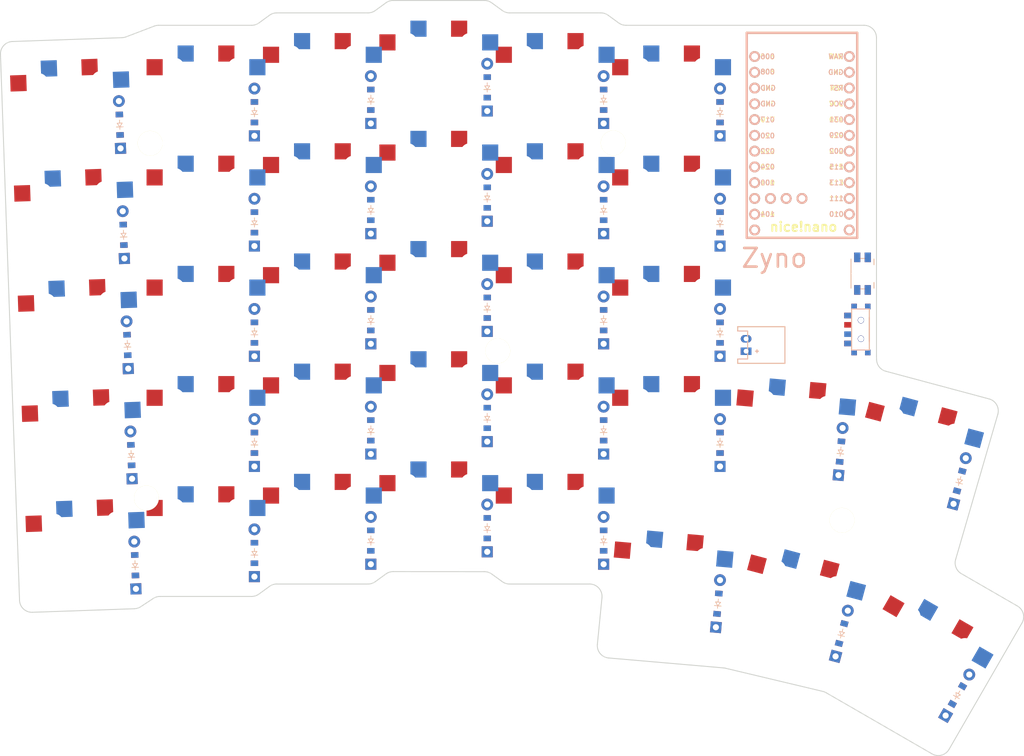
<source format=kicad_pcb>


(kicad_pcb (version 20171130) (host pcbnew 5.1.6)

  (page A3)
  (title_block
    (title "zyno_left")
    (rev "v1.0.0")
    (company "Unknown")
  )

  (general
    (thickness 1.6)
  )

  (layers
    (0 F.Cu signal)
    (31 B.Cu signal)
    (32 B.Adhes user)
    (33 F.Adhes user)
    (34 B.Paste user)
    (35 F.Paste user)
    (36 B.SilkS user)
    (37 F.SilkS user)
    (38 B.Mask user)
    (39 F.Mask user)
    (40 Dwgs.User user)
    (41 Cmts.User user)
    (42 Eco1.User user)
    (43 Eco2.User user)
    (44 Edge.Cuts user)
    (45 Margin user)
    (46 B.CrtYd user)
    (47 F.CrtYd user)
    (48 B.Fab user)
    (49 F.Fab user)
  )

  (setup
    (last_trace_width 0.25)
    (trace_clearance 0.2)
    (zone_clearance 0.508)
    (zone_45_only no)
    (trace_min 0.2)
    (via_size 0.8)
    (via_drill 0.4)
    (via_min_size 0.4)
    (via_min_drill 0.3)
    (uvia_size 0.3)
    (uvia_drill 0.1)
    (uvias_allowed no)
    (uvia_min_size 0.2)
    (uvia_min_drill 0.1)
    (edge_width 0.05)
    (segment_width 0.2)
    (pcb_text_width 0.3)
    (pcb_text_size 1.5 1.5)
    (mod_edge_width 0.12)
    (mod_text_size 1 1)
    (mod_text_width 0.15)
    (pad_size 1.524 1.524)
    (pad_drill 0.762)
    (pad_to_mask_clearance 0.05)
    (aux_axis_origin 0 0)
    (visible_elements FFFFFF7F)
    (pcbplotparams
      (layerselection 0x010fc_ffffffff)
      (usegerberextensions false)
      (usegerberattributes true)
      (usegerberadvancedattributes true)
      (creategerberjobfile true)
      (excludeedgelayer true)
      (linewidth 0.100000)
      (plotframeref false)
      (viasonmask false)
      (mode 1)
      (useauxorigin false)
      (hpglpennumber 1)
      (hpglpenspeed 20)
      (hpglpendiameter 15.000000)
      (psnegative false)
      (psa4output false)
      (plotreference true)
      (plotvalue true)
      (plotinvisibletext false)
      (padsonsilk false)
      (subtractmaskfromsilk false)
      (outputformat 1)
      (mirror false)
      (drillshape 1)
      (scaleselection 1)
      (outputdirectory ""))
  )

  (net 0 "")
(net 1 "P020")
(net 2 "outer_mod")
(net 3 "outer_bottom")
(net 4 "outer_home")
(net 5 "outer_top")
(net 6 "outer_num")
(net 7 "P022")
(net 8 "pinky_mod")
(net 9 "pinky_bottom")
(net 10 "pinky_home")
(net 11 "pinky_top")
(net 12 "pinky_num")
(net 13 "P024")
(net 14 "ring_mod")
(net 15 "ring_bottom")
(net 16 "ring_home")
(net 17 "ring_top")
(net 18 "ring_num")
(net 19 "P100")
(net 20 "middle_mod")
(net 21 "middle_bottom")
(net 22 "middle_home")
(net 23 "middle_top")
(net 24 "middle_num")
(net 25 "P011")
(net 26 "index_mod")
(net 27 "index_bottom")
(net 28 "index_home")
(net 29 "index_top")
(net 30 "index_num")
(net 31 "P017")
(net 32 "inner_bottom")
(net 33 "inner_home")
(net 34 "inner_top")
(net 35 "inner_num")
(net 36 "left_thumb")
(net 37 "P104")
(net 38 "home_thumb")
(net 39 "P106")
(net 40 "far_thumb")
(net 41 "close_index")
(net 42 "far_index")
(net 43 "P113")
(net 44 "P115")
(net 45 "P002")
(net 46 "P029")
(net 47 "P031")
(net 48 "RAW")
(net 49 "GND")
(net 50 "RST")
(net 51 "VCC")
(net 52 "P111")
(net 53 "P010")
(net 54 "P009")
(net 55 "P006")
(net 56 "P008")
(net 57 "P101")
(net 58 "P102")
(net 59 "P107")
(net 60 "pos")

  (net_class Default "This is the default net class."
    (clearance 0.2)
    (trace_width 0.25)
    (via_dia 0.8)
    (via_drill 0.4)
    (uvia_dia 0.3)
    (uvia_drill 0.1)
    (add_net "")
(add_net "P020")
(add_net "outer_mod")
(add_net "outer_bottom")
(add_net "outer_home")
(add_net "outer_top")
(add_net "outer_num")
(add_net "P022")
(add_net "pinky_mod")
(add_net "pinky_bottom")
(add_net "pinky_home")
(add_net "pinky_top")
(add_net "pinky_num")
(add_net "P024")
(add_net "ring_mod")
(add_net "ring_bottom")
(add_net "ring_home")
(add_net "ring_top")
(add_net "ring_num")
(add_net "P100")
(add_net "middle_mod")
(add_net "middle_bottom")
(add_net "middle_home")
(add_net "middle_top")
(add_net "middle_num")
(add_net "P011")
(add_net "index_mod")
(add_net "index_bottom")
(add_net "index_home")
(add_net "index_top")
(add_net "index_num")
(add_net "P017")
(add_net "inner_bottom")
(add_net "inner_home")
(add_net "inner_top")
(add_net "inner_num")
(add_net "left_thumb")
(add_net "P104")
(add_net "home_thumb")
(add_net "P106")
(add_net "far_thumb")
(add_net "close_index")
(add_net "far_index")
(add_net "P113")
(add_net "P115")
(add_net "P002")
(add_net "P029")
(add_net "P031")
(add_net "RAW")
(add_net "GND")
(add_net "RST")
(add_net "VCC")
(add_net "P111")
(add_net "P010")
(add_net "P009")
(add_net "P006")
(add_net "P008")
(add_net "P101")
(add_net "P102")
(add_net "P107")
(add_net "pos")
  )

  
        
      (module PG1350 (layer F.Cu) (tedit 5DD50112)
      (at 50 150 2)

      
      (fp_text reference "S1" (at 0 0) (layer F.SilkS) hide (effects (font (size 1.27 1.27) (thickness 0.15))))
      (fp_text value "" (at 0 0) (layer F.SilkS) hide (effects (font (size 1.27 1.27) (thickness 0.15))))

      
      (fp_line (start -7 -6) (end -7 -7) (layer Dwgs.User) (width 0.15))
      (fp_line (start -7 7) (end -6 7) (layer Dwgs.User) (width 0.15))
      (fp_line (start -6 -7) (end -7 -7) (layer Dwgs.User) (width 0.15))
      (fp_line (start -7 7) (end -7 6) (layer Dwgs.User) (width 0.15))
      (fp_line (start 7 6) (end 7 7) (layer Dwgs.User) (width 0.15))
      (fp_line (start 7 -7) (end 6 -7) (layer Dwgs.User) (width 0.15))
      (fp_line (start 6 7) (end 7 7) (layer Dwgs.User) (width 0.15))
      (fp_line (start 7 -7) (end 7 -6) (layer Dwgs.User) (width 0.15))      
      
      
      (pad "" np_thru_hole circle (at 0 0) (size 3.429 3.429) (drill 3.429) (layers *.Cu *.Mask))
        
      
      (pad "" np_thru_hole circle (at 5.5 0) (size 1.7018 1.7018) (drill 1.7018) (layers *.Cu *.Mask))
      (pad "" np_thru_hole circle (at -5.5 0) (size 1.7018 1.7018) (drill 1.7018) (layers *.Cu *.Mask))
      
        
      
      (fp_line (start -9 -8.5) (end 9 -8.5) (layer Dwgs.User) (width 0.15))
      (fp_line (start 9 -8.5) (end 9 8.5) (layer Dwgs.User) (width 0.15))
      (fp_line (start 9 8.5) (end -9 8.5) (layer Dwgs.User) (width 0.15))
      (fp_line (start -9 8.5) (end -9 -8.5) (layer Dwgs.User) (width 0.15))
      
        
          
          (pad "" np_thru_hole circle (at 5 -3.75) (size 3 3) (drill 3) (layers *.Cu *.Mask))
          (pad "" np_thru_hole circle (at 0 -5.95) (size 3 3) (drill 3) (layers *.Cu *.Mask))
      
          
          (pad 1 smd rect (at -3.275 -5.95 2) (size 2.6 2.6) (layers B.Cu B.Paste B.Mask)  (net 1 "P020"))
          (pad 2 smd rect (at 8.275 -3.75 2) (size 2.6 2.6) (layers B.Cu B.Paste B.Mask)  (net 2 "outer_mod"))
        
        
          
          (pad "" np_thru_hole circle (at -5 -3.75) (size 3 3) (drill 3) (layers *.Cu *.Mask))
          (pad "" np_thru_hole circle (at 0 -5.95) (size 3 3) (drill 3) (layers *.Cu *.Mask))
      
          
          (pad 1 smd rect (at 3.275 -5.95 2) (size 2.6 2.6) (layers F.Cu F.Paste F.Mask)  (net 1 "P020"))
          (pad 2 smd rect (at -8.275 -3.75 2) (size 2.6 2.6) (layers F.Cu F.Paste F.Mask)  (net 2 "outer_mod"))
        )
        

        
      (module PG1350 (layer F.Cu) (tedit 5DD50112)
      (at 49.3805339 132.2608128 2)

      
      (fp_text reference "S2" (at 0 0) (layer F.SilkS) hide (effects (font (size 1.27 1.27) (thickness 0.15))))
      (fp_text value "" (at 0 0) (layer F.SilkS) hide (effects (font (size 1.27 1.27) (thickness 0.15))))

      
      (fp_line (start -7 -6) (end -7 -7) (layer Dwgs.User) (width 0.15))
      (fp_line (start -7 7) (end -6 7) (layer Dwgs.User) (width 0.15))
      (fp_line (start -6 -7) (end -7 -7) (layer Dwgs.User) (width 0.15))
      (fp_line (start -7 7) (end -7 6) (layer Dwgs.User) (width 0.15))
      (fp_line (start 7 6) (end 7 7) (layer Dwgs.User) (width 0.15))
      (fp_line (start 7 -7) (end 6 -7) (layer Dwgs.User) (width 0.15))
      (fp_line (start 6 7) (end 7 7) (layer Dwgs.User) (width 0.15))
      (fp_line (start 7 -7) (end 7 -6) (layer Dwgs.User) (width 0.15))      
      
      
      (pad "" np_thru_hole circle (at 0 0) (size 3.429 3.429) (drill 3.429) (layers *.Cu *.Mask))
        
      
      (pad "" np_thru_hole circle (at 5.5 0) (size 1.7018 1.7018) (drill 1.7018) (layers *.Cu *.Mask))
      (pad "" np_thru_hole circle (at -5.5 0) (size 1.7018 1.7018) (drill 1.7018) (layers *.Cu *.Mask))
      
        
      
      (fp_line (start -9 -8.5) (end 9 -8.5) (layer Dwgs.User) (width 0.15))
      (fp_line (start 9 -8.5) (end 9 8.5) (layer Dwgs.User) (width 0.15))
      (fp_line (start 9 8.5) (end -9 8.5) (layer Dwgs.User) (width 0.15))
      (fp_line (start -9 8.5) (end -9 -8.5) (layer Dwgs.User) (width 0.15))
      
        
          
          (pad "" np_thru_hole circle (at 5 -3.75) (size 3 3) (drill 3) (layers *.Cu *.Mask))
          (pad "" np_thru_hole circle (at 0 -5.95) (size 3 3) (drill 3) (layers *.Cu *.Mask))
      
          
          (pad 1 smd rect (at -3.275 -5.95 2) (size 2.6 2.6) (layers B.Cu B.Paste B.Mask)  (net 1 "P020"))
          (pad 2 smd rect (at 8.275 -3.75 2) (size 2.6 2.6) (layers B.Cu B.Paste B.Mask)  (net 3 "outer_bottom"))
        
        
          
          (pad "" np_thru_hole circle (at -5 -3.75) (size 3 3) (drill 3) (layers *.Cu *.Mask))
          (pad "" np_thru_hole circle (at 0 -5.95) (size 3 3) (drill 3) (layers *.Cu *.Mask))
      
          
          (pad 1 smd rect (at 3.275 -5.95 2) (size 2.6 2.6) (layers F.Cu F.Paste F.Mask)  (net 1 "P020"))
          (pad 2 smd rect (at -8.275 -3.75 2) (size 2.6 2.6) (layers F.Cu F.Paste F.Mask)  (net 3 "outer_bottom"))
        )
        

        
      (module PG1350 (layer F.Cu) (tedit 5DD50112)
      (at 48.761067800000006 114.5216256 2)

      
      (fp_text reference "S3" (at 0 0) (layer F.SilkS) hide (effects (font (size 1.27 1.27) (thickness 0.15))))
      (fp_text value "" (at 0 0) (layer F.SilkS) hide (effects (font (size 1.27 1.27) (thickness 0.15))))

      
      (fp_line (start -7 -6) (end -7 -7) (layer Dwgs.User) (width 0.15))
      (fp_line (start -7 7) (end -6 7) (layer Dwgs.User) (width 0.15))
      (fp_line (start -6 -7) (end -7 -7) (layer Dwgs.User) (width 0.15))
      (fp_line (start -7 7) (end -7 6) (layer Dwgs.User) (width 0.15))
      (fp_line (start 7 6) (end 7 7) (layer Dwgs.User) (width 0.15))
      (fp_line (start 7 -7) (end 6 -7) (layer Dwgs.User) (width 0.15))
      (fp_line (start 6 7) (end 7 7) (layer Dwgs.User) (width 0.15))
      (fp_line (start 7 -7) (end 7 -6) (layer Dwgs.User) (width 0.15))      
      
      
      (pad "" np_thru_hole circle (at 0 0) (size 3.429 3.429) (drill 3.429) (layers *.Cu *.Mask))
        
      
      (pad "" np_thru_hole circle (at 5.5 0) (size 1.7018 1.7018) (drill 1.7018) (layers *.Cu *.Mask))
      (pad "" np_thru_hole circle (at -5.5 0) (size 1.7018 1.7018) (drill 1.7018) (layers *.Cu *.Mask))
      
        
      
      (fp_line (start -9 -8.5) (end 9 -8.5) (layer Dwgs.User) (width 0.15))
      (fp_line (start 9 -8.5) (end 9 8.5) (layer Dwgs.User) (width 0.15))
      (fp_line (start 9 8.5) (end -9 8.5) (layer Dwgs.User) (width 0.15))
      (fp_line (start -9 8.5) (end -9 -8.5) (layer Dwgs.User) (width 0.15))
      
        
          
          (pad "" np_thru_hole circle (at 5 -3.75) (size 3 3) (drill 3) (layers *.Cu *.Mask))
          (pad "" np_thru_hole circle (at 0 -5.95) (size 3 3) (drill 3) (layers *.Cu *.Mask))
      
          
          (pad 1 smd rect (at -3.275 -5.95 2) (size 2.6 2.6) (layers B.Cu B.Paste B.Mask)  (net 1 "P020"))
          (pad 2 smd rect (at 8.275 -3.75 2) (size 2.6 2.6) (layers B.Cu B.Paste B.Mask)  (net 4 "outer_home"))
        
        
          
          (pad "" np_thru_hole circle (at -5 -3.75) (size 3 3) (drill 3) (layers *.Cu *.Mask))
          (pad "" np_thru_hole circle (at 0 -5.95) (size 3 3) (drill 3) (layers *.Cu *.Mask))
      
          
          (pad 1 smd rect (at 3.275 -5.95 2) (size 2.6 2.6) (layers F.Cu F.Paste F.Mask)  (net 1 "P020"))
          (pad 2 smd rect (at -8.275 -3.75 2) (size 2.6 2.6) (layers F.Cu F.Paste F.Mask)  (net 4 "outer_home"))
        )
        

        
      (module PG1350 (layer F.Cu) (tedit 5DD50112)
      (at 48.14160170000001 96.78243839999999 2)

      
      (fp_text reference "S4" (at 0 0) (layer F.SilkS) hide (effects (font (size 1.27 1.27) (thickness 0.15))))
      (fp_text value "" (at 0 0) (layer F.SilkS) hide (effects (font (size 1.27 1.27) (thickness 0.15))))

      
      (fp_line (start -7 -6) (end -7 -7) (layer Dwgs.User) (width 0.15))
      (fp_line (start -7 7) (end -6 7) (layer Dwgs.User) (width 0.15))
      (fp_line (start -6 -7) (end -7 -7) (layer Dwgs.User) (width 0.15))
      (fp_line (start -7 7) (end -7 6) (layer Dwgs.User) (width 0.15))
      (fp_line (start 7 6) (end 7 7) (layer Dwgs.User) (width 0.15))
      (fp_line (start 7 -7) (end 6 -7) (layer Dwgs.User) (width 0.15))
      (fp_line (start 6 7) (end 7 7) (layer Dwgs.User) (width 0.15))
      (fp_line (start 7 -7) (end 7 -6) (layer Dwgs.User) (width 0.15))      
      
      
      (pad "" np_thru_hole circle (at 0 0) (size 3.429 3.429) (drill 3.429) (layers *.Cu *.Mask))
        
      
      (pad "" np_thru_hole circle (at 5.5 0) (size 1.7018 1.7018) (drill 1.7018) (layers *.Cu *.Mask))
      (pad "" np_thru_hole circle (at -5.5 0) (size 1.7018 1.7018) (drill 1.7018) (layers *.Cu *.Mask))
      
        
      
      (fp_line (start -9 -8.5) (end 9 -8.5) (layer Dwgs.User) (width 0.15))
      (fp_line (start 9 -8.5) (end 9 8.5) (layer Dwgs.User) (width 0.15))
      (fp_line (start 9 8.5) (end -9 8.5) (layer Dwgs.User) (width 0.15))
      (fp_line (start -9 8.5) (end -9 -8.5) (layer Dwgs.User) (width 0.15))
      
        
          
          (pad "" np_thru_hole circle (at 5 -3.75) (size 3 3) (drill 3) (layers *.Cu *.Mask))
          (pad "" np_thru_hole circle (at 0 -5.95) (size 3 3) (drill 3) (layers *.Cu *.Mask))
      
          
          (pad 1 smd rect (at -3.275 -5.95 2) (size 2.6 2.6) (layers B.Cu B.Paste B.Mask)  (net 1 "P020"))
          (pad 2 smd rect (at 8.275 -3.75 2) (size 2.6 2.6) (layers B.Cu B.Paste B.Mask)  (net 5 "outer_top"))
        
        
          
          (pad "" np_thru_hole circle (at -5 -3.75) (size 3 3) (drill 3) (layers *.Cu *.Mask))
          (pad "" np_thru_hole circle (at 0 -5.95) (size 3 3) (drill 3) (layers *.Cu *.Mask))
      
          
          (pad 1 smd rect (at 3.275 -5.95 2) (size 2.6 2.6) (layers F.Cu F.Paste F.Mask)  (net 1 "P020"))
          (pad 2 smd rect (at -8.275 -3.75 2) (size 2.6 2.6) (layers F.Cu F.Paste F.Mask)  (net 5 "outer_top"))
        )
        

        
      (module PG1350 (layer F.Cu) (tedit 5DD50112)
      (at 47.52213560000001 79.04325119999999 2)

      
      (fp_text reference "S5" (at 0 0) (layer F.SilkS) hide (effects (font (size 1.27 1.27) (thickness 0.15))))
      (fp_text value "" (at 0 0) (layer F.SilkS) hide (effects (font (size 1.27 1.27) (thickness 0.15))))

      
      (fp_line (start -7 -6) (end -7 -7) (layer Dwgs.User) (width 0.15))
      (fp_line (start -7 7) (end -6 7) (layer Dwgs.User) (width 0.15))
      (fp_line (start -6 -7) (end -7 -7) (layer Dwgs.User) (width 0.15))
      (fp_line (start -7 7) (end -7 6) (layer Dwgs.User) (width 0.15))
      (fp_line (start 7 6) (end 7 7) (layer Dwgs.User) (width 0.15))
      (fp_line (start 7 -7) (end 6 -7) (layer Dwgs.User) (width 0.15))
      (fp_line (start 6 7) (end 7 7) (layer Dwgs.User) (width 0.15))
      (fp_line (start 7 -7) (end 7 -6) (layer Dwgs.User) (width 0.15))      
      
      
      (pad "" np_thru_hole circle (at 0 0) (size 3.429 3.429) (drill 3.429) (layers *.Cu *.Mask))
        
      
      (pad "" np_thru_hole circle (at 5.5 0) (size 1.7018 1.7018) (drill 1.7018) (layers *.Cu *.Mask))
      (pad "" np_thru_hole circle (at -5.5 0) (size 1.7018 1.7018) (drill 1.7018) (layers *.Cu *.Mask))
      
        
      
      (fp_line (start -9 -8.5) (end 9 -8.5) (layer Dwgs.User) (width 0.15))
      (fp_line (start 9 -8.5) (end 9 8.5) (layer Dwgs.User) (width 0.15))
      (fp_line (start 9 8.5) (end -9 8.5) (layer Dwgs.User) (width 0.15))
      (fp_line (start -9 8.5) (end -9 -8.5) (layer Dwgs.User) (width 0.15))
      
        
          
          (pad "" np_thru_hole circle (at 5 -3.75) (size 3 3) (drill 3) (layers *.Cu *.Mask))
          (pad "" np_thru_hole circle (at 0 -5.95) (size 3 3) (drill 3) (layers *.Cu *.Mask))
      
          
          (pad 1 smd rect (at -3.275 -5.95 2) (size 2.6 2.6) (layers B.Cu B.Paste B.Mask)  (net 1 "P020"))
          (pad 2 smd rect (at 8.275 -3.75 2) (size 2.6 2.6) (layers B.Cu B.Paste B.Mask)  (net 6 "outer_num"))
        
        
          
          (pad "" np_thru_hole circle (at -5 -3.75) (size 3 3) (drill 3) (layers *.Cu *.Mask))
          (pad "" np_thru_hole circle (at 0 -5.95) (size 3 3) (drill 3) (layers *.Cu *.Mask))
      
          
          (pad 1 smd rect (at 3.275 -5.95 2) (size 2.6 2.6) (layers F.Cu F.Paste F.Mask)  (net 1 "P020"))
          (pad 2 smd rect (at -8.275 -3.75 2) (size 2.6 2.6) (layers F.Cu F.Paste F.Mask)  (net 6 "outer_num"))
        )
        

        
      (module PG1350 (layer F.Cu) (tedit 5DD50112)
      (at 69.3391795 147.7540725 0)

      
      (fp_text reference "S6" (at 0 0) (layer F.SilkS) hide (effects (font (size 1.27 1.27) (thickness 0.15))))
      (fp_text value "" (at 0 0) (layer F.SilkS) hide (effects (font (size 1.27 1.27) (thickness 0.15))))

      
      (fp_line (start -7 -6) (end -7 -7) (layer Dwgs.User) (width 0.15))
      (fp_line (start -7 7) (end -6 7) (layer Dwgs.User) (width 0.15))
      (fp_line (start -6 -7) (end -7 -7) (layer Dwgs.User) (width 0.15))
      (fp_line (start -7 7) (end -7 6) (layer Dwgs.User) (width 0.15))
      (fp_line (start 7 6) (end 7 7) (layer Dwgs.User) (width 0.15))
      (fp_line (start 7 -7) (end 6 -7) (layer Dwgs.User) (width 0.15))
      (fp_line (start 6 7) (end 7 7) (layer Dwgs.User) (width 0.15))
      (fp_line (start 7 -7) (end 7 -6) (layer Dwgs.User) (width 0.15))      
      
      
      (pad "" np_thru_hole circle (at 0 0) (size 3.429 3.429) (drill 3.429) (layers *.Cu *.Mask))
        
      
      (pad "" np_thru_hole circle (at 5.5 0) (size 1.7018 1.7018) (drill 1.7018) (layers *.Cu *.Mask))
      (pad "" np_thru_hole circle (at -5.5 0) (size 1.7018 1.7018) (drill 1.7018) (layers *.Cu *.Mask))
      
        
      
      (fp_line (start -9 -8.5) (end 9 -8.5) (layer Dwgs.User) (width 0.15))
      (fp_line (start 9 -8.5) (end 9 8.5) (layer Dwgs.User) (width 0.15))
      (fp_line (start 9 8.5) (end -9 8.5) (layer Dwgs.User) (width 0.15))
      (fp_line (start -9 8.5) (end -9 -8.5) (layer Dwgs.User) (width 0.15))
      
        
          
          (pad "" np_thru_hole circle (at 5 -3.75) (size 3 3) (drill 3) (layers *.Cu *.Mask))
          (pad "" np_thru_hole circle (at 0 -5.95) (size 3 3) (drill 3) (layers *.Cu *.Mask))
      
          
          (pad 1 smd rect (at -3.275 -5.95 0) (size 2.6 2.6) (layers B.Cu B.Paste B.Mask)  (net 7 "P022"))
          (pad 2 smd rect (at 8.275 -3.75 0) (size 2.6 2.6) (layers B.Cu B.Paste B.Mask)  (net 8 "pinky_mod"))
        
        
          
          (pad "" np_thru_hole circle (at -5 -3.75) (size 3 3) (drill 3) (layers *.Cu *.Mask))
          (pad "" np_thru_hole circle (at 0 -5.95) (size 3 3) (drill 3) (layers *.Cu *.Mask))
      
          
          (pad 1 smd rect (at 3.275 -5.95 0) (size 2.6 2.6) (layers F.Cu F.Paste F.Mask)  (net 7 "P022"))
          (pad 2 smd rect (at -8.275 -3.75 0) (size 2.6 2.6) (layers F.Cu F.Paste F.Mask)  (net 8 "pinky_mod"))
        )
        

        
      (module PG1350 (layer F.Cu) (tedit 5DD50112)
      (at 69.3391795 130.0040725 0)

      
      (fp_text reference "S7" (at 0 0) (layer F.SilkS) hide (effects (font (size 1.27 1.27) (thickness 0.15))))
      (fp_text value "" (at 0 0) (layer F.SilkS) hide (effects (font (size 1.27 1.27) (thickness 0.15))))

      
      (fp_line (start -7 -6) (end -7 -7) (layer Dwgs.User) (width 0.15))
      (fp_line (start -7 7) (end -6 7) (layer Dwgs.User) (width 0.15))
      (fp_line (start -6 -7) (end -7 -7) (layer Dwgs.User) (width 0.15))
      (fp_line (start -7 7) (end -7 6) (layer Dwgs.User) (width 0.15))
      (fp_line (start 7 6) (end 7 7) (layer Dwgs.User) (width 0.15))
      (fp_line (start 7 -7) (end 6 -7) (layer Dwgs.User) (width 0.15))
      (fp_line (start 6 7) (end 7 7) (layer Dwgs.User) (width 0.15))
      (fp_line (start 7 -7) (end 7 -6) (layer Dwgs.User) (width 0.15))      
      
      
      (pad "" np_thru_hole circle (at 0 0) (size 3.429 3.429) (drill 3.429) (layers *.Cu *.Mask))
        
      
      (pad "" np_thru_hole circle (at 5.5 0) (size 1.7018 1.7018) (drill 1.7018) (layers *.Cu *.Mask))
      (pad "" np_thru_hole circle (at -5.5 0) (size 1.7018 1.7018) (drill 1.7018) (layers *.Cu *.Mask))
      
        
      
      (fp_line (start -9 -8.5) (end 9 -8.5) (layer Dwgs.User) (width 0.15))
      (fp_line (start 9 -8.5) (end 9 8.5) (layer Dwgs.User) (width 0.15))
      (fp_line (start 9 8.5) (end -9 8.5) (layer Dwgs.User) (width 0.15))
      (fp_line (start -9 8.5) (end -9 -8.5) (layer Dwgs.User) (width 0.15))
      
        
          
          (pad "" np_thru_hole circle (at 5 -3.75) (size 3 3) (drill 3) (layers *.Cu *.Mask))
          (pad "" np_thru_hole circle (at 0 -5.95) (size 3 3) (drill 3) (layers *.Cu *.Mask))
      
          
          (pad 1 smd rect (at -3.275 -5.95 0) (size 2.6 2.6) (layers B.Cu B.Paste B.Mask)  (net 7 "P022"))
          (pad 2 smd rect (at 8.275 -3.75 0) (size 2.6 2.6) (layers B.Cu B.Paste B.Mask)  (net 9 "pinky_bottom"))
        
        
          
          (pad "" np_thru_hole circle (at -5 -3.75) (size 3 3) (drill 3) (layers *.Cu *.Mask))
          (pad "" np_thru_hole circle (at 0 -5.95) (size 3 3) (drill 3) (layers *.Cu *.Mask))
      
          
          (pad 1 smd rect (at 3.275 -5.95 0) (size 2.6 2.6) (layers F.Cu F.Paste F.Mask)  (net 7 "P022"))
          (pad 2 smd rect (at -8.275 -3.75 0) (size 2.6 2.6) (layers F.Cu F.Paste F.Mask)  (net 9 "pinky_bottom"))
        )
        

        
      (module PG1350 (layer F.Cu) (tedit 5DD50112)
      (at 69.3391795 112.2540725 0)

      
      (fp_text reference "S8" (at 0 0) (layer F.SilkS) hide (effects (font (size 1.27 1.27) (thickness 0.15))))
      (fp_text value "" (at 0 0) (layer F.SilkS) hide (effects (font (size 1.27 1.27) (thickness 0.15))))

      
      (fp_line (start -7 -6) (end -7 -7) (layer Dwgs.User) (width 0.15))
      (fp_line (start -7 7) (end -6 7) (layer Dwgs.User) (width 0.15))
      (fp_line (start -6 -7) (end -7 -7) (layer Dwgs.User) (width 0.15))
      (fp_line (start -7 7) (end -7 6) (layer Dwgs.User) (width 0.15))
      (fp_line (start 7 6) (end 7 7) (layer Dwgs.User) (width 0.15))
      (fp_line (start 7 -7) (end 6 -7) (layer Dwgs.User) (width 0.15))
      (fp_line (start 6 7) (end 7 7) (layer Dwgs.User) (width 0.15))
      (fp_line (start 7 -7) (end 7 -6) (layer Dwgs.User) (width 0.15))      
      
      
      (pad "" np_thru_hole circle (at 0 0) (size 3.429 3.429) (drill 3.429) (layers *.Cu *.Mask))
        
      
      (pad "" np_thru_hole circle (at 5.5 0) (size 1.7018 1.7018) (drill 1.7018) (layers *.Cu *.Mask))
      (pad "" np_thru_hole circle (at -5.5 0) (size 1.7018 1.7018) (drill 1.7018) (layers *.Cu *.Mask))
      
        
      
      (fp_line (start -9 -8.5) (end 9 -8.5) (layer Dwgs.User) (width 0.15))
      (fp_line (start 9 -8.5) (end 9 8.5) (layer Dwgs.User) (width 0.15))
      (fp_line (start 9 8.5) (end -9 8.5) (layer Dwgs.User) (width 0.15))
      (fp_line (start -9 8.5) (end -9 -8.5) (layer Dwgs.User) (width 0.15))
      
        
          
          (pad "" np_thru_hole circle (at 5 -3.75) (size 3 3) (drill 3) (layers *.Cu *.Mask))
          (pad "" np_thru_hole circle (at 0 -5.95) (size 3 3) (drill 3) (layers *.Cu *.Mask))
      
          
          (pad 1 smd rect (at -3.275 -5.95 0) (size 2.6 2.6) (layers B.Cu B.Paste B.Mask)  (net 7 "P022"))
          (pad 2 smd rect (at 8.275 -3.75 0) (size 2.6 2.6) (layers B.Cu B.Paste B.Mask)  (net 10 "pinky_home"))
        
        
          
          (pad "" np_thru_hole circle (at -5 -3.75) (size 3 3) (drill 3) (layers *.Cu *.Mask))
          (pad "" np_thru_hole circle (at 0 -5.95) (size 3 3) (drill 3) (layers *.Cu *.Mask))
      
          
          (pad 1 smd rect (at 3.275 -5.95 0) (size 2.6 2.6) (layers F.Cu F.Paste F.Mask)  (net 7 "P022"))
          (pad 2 smd rect (at -8.275 -3.75 0) (size 2.6 2.6) (layers F.Cu F.Paste F.Mask)  (net 10 "pinky_home"))
        )
        

        
      (module PG1350 (layer F.Cu) (tedit 5DD50112)
      (at 69.3391795 94.5040725 0)

      
      (fp_text reference "S9" (at 0 0) (layer F.SilkS) hide (effects (font (size 1.27 1.27) (thickness 0.15))))
      (fp_text value "" (at 0 0) (layer F.SilkS) hide (effects (font (size 1.27 1.27) (thickness 0.15))))

      
      (fp_line (start -7 -6) (end -7 -7) (layer Dwgs.User) (width 0.15))
      (fp_line (start -7 7) (end -6 7) (layer Dwgs.User) (width 0.15))
      (fp_line (start -6 -7) (end -7 -7) (layer Dwgs.User) (width 0.15))
      (fp_line (start -7 7) (end -7 6) (layer Dwgs.User) (width 0.15))
      (fp_line (start 7 6) (end 7 7) (layer Dwgs.User) (width 0.15))
      (fp_line (start 7 -7) (end 6 -7) (layer Dwgs.User) (width 0.15))
      (fp_line (start 6 7) (end 7 7) (layer Dwgs.User) (width 0.15))
      (fp_line (start 7 -7) (end 7 -6) (layer Dwgs.User) (width 0.15))      
      
      
      (pad "" np_thru_hole circle (at 0 0) (size 3.429 3.429) (drill 3.429) (layers *.Cu *.Mask))
        
      
      (pad "" np_thru_hole circle (at 5.5 0) (size 1.7018 1.7018) (drill 1.7018) (layers *.Cu *.Mask))
      (pad "" np_thru_hole circle (at -5.5 0) (size 1.7018 1.7018) (drill 1.7018) (layers *.Cu *.Mask))
      
        
      
      (fp_line (start -9 -8.5) (end 9 -8.5) (layer Dwgs.User) (width 0.15))
      (fp_line (start 9 -8.5) (end 9 8.5) (layer Dwgs.User) (width 0.15))
      (fp_line (start 9 8.5) (end -9 8.5) (layer Dwgs.User) (width 0.15))
      (fp_line (start -9 8.5) (end -9 -8.5) (layer Dwgs.User) (width 0.15))
      
        
          
          (pad "" np_thru_hole circle (at 5 -3.75) (size 3 3) (drill 3) (layers *.Cu *.Mask))
          (pad "" np_thru_hole circle (at 0 -5.95) (size 3 3) (drill 3) (layers *.Cu *.Mask))
      
          
          (pad 1 smd rect (at -3.275 -5.95 0) (size 2.6 2.6) (layers B.Cu B.Paste B.Mask)  (net 7 "P022"))
          (pad 2 smd rect (at 8.275 -3.75 0) (size 2.6 2.6) (layers B.Cu B.Paste B.Mask)  (net 11 "pinky_top"))
        
        
          
          (pad "" np_thru_hole circle (at -5 -3.75) (size 3 3) (drill 3) (layers *.Cu *.Mask))
          (pad "" np_thru_hole circle (at 0 -5.95) (size 3 3) (drill 3) (layers *.Cu *.Mask))
      
          
          (pad 1 smd rect (at 3.275 -5.95 0) (size 2.6 2.6) (layers F.Cu F.Paste F.Mask)  (net 7 "P022"))
          (pad 2 smd rect (at -8.275 -3.75 0) (size 2.6 2.6) (layers F.Cu F.Paste F.Mask)  (net 11 "pinky_top"))
        )
        

        
      (module PG1350 (layer F.Cu) (tedit 5DD50112)
      (at 69.3391795 76.7540725 0)

      
      (fp_text reference "S10" (at 0 0) (layer F.SilkS) hide (effects (font (size 1.27 1.27) (thickness 0.15))))
      (fp_text value "" (at 0 0) (layer F.SilkS) hide (effects (font (size 1.27 1.27) (thickness 0.15))))

      
      (fp_line (start -7 -6) (end -7 -7) (layer Dwgs.User) (width 0.15))
      (fp_line (start -7 7) (end -6 7) (layer Dwgs.User) (width 0.15))
      (fp_line (start -6 -7) (end -7 -7) (layer Dwgs.User) (width 0.15))
      (fp_line (start -7 7) (end -7 6) (layer Dwgs.User) (width 0.15))
      (fp_line (start 7 6) (end 7 7) (layer Dwgs.User) (width 0.15))
      (fp_line (start 7 -7) (end 6 -7) (layer Dwgs.User) (width 0.15))
      (fp_line (start 6 7) (end 7 7) (layer Dwgs.User) (width 0.15))
      (fp_line (start 7 -7) (end 7 -6) (layer Dwgs.User) (width 0.15))      
      
      
      (pad "" np_thru_hole circle (at 0 0) (size 3.429 3.429) (drill 3.429) (layers *.Cu *.Mask))
        
      
      (pad "" np_thru_hole circle (at 5.5 0) (size 1.7018 1.7018) (drill 1.7018) (layers *.Cu *.Mask))
      (pad "" np_thru_hole circle (at -5.5 0) (size 1.7018 1.7018) (drill 1.7018) (layers *.Cu *.Mask))
      
        
      
      (fp_line (start -9 -8.5) (end 9 -8.5) (layer Dwgs.User) (width 0.15))
      (fp_line (start 9 -8.5) (end 9 8.5) (layer Dwgs.User) (width 0.15))
      (fp_line (start 9 8.5) (end -9 8.5) (layer Dwgs.User) (width 0.15))
      (fp_line (start -9 8.5) (end -9 -8.5) (layer Dwgs.User) (width 0.15))
      
        
          
          (pad "" np_thru_hole circle (at 5 -3.75) (size 3 3) (drill 3) (layers *.Cu *.Mask))
          (pad "" np_thru_hole circle (at 0 -5.95) (size 3 3) (drill 3) (layers *.Cu *.Mask))
      
          
          (pad 1 smd rect (at -3.275 -5.95 0) (size 2.6 2.6) (layers B.Cu B.Paste B.Mask)  (net 7 "P022"))
          (pad 2 smd rect (at 8.275 -3.75 0) (size 2.6 2.6) (layers B.Cu B.Paste B.Mask)  (net 12 "pinky_num"))
        
        
          
          (pad "" np_thru_hole circle (at -5 -3.75) (size 3 3) (drill 3) (layers *.Cu *.Mask))
          (pad "" np_thru_hole circle (at 0 -5.95) (size 3 3) (drill 3) (layers *.Cu *.Mask))
      
          
          (pad 1 smd rect (at 3.275 -5.95 0) (size 2.6 2.6) (layers F.Cu F.Paste F.Mask)  (net 7 "P022"))
          (pad 2 smd rect (at -8.275 -3.75 0) (size 2.6 2.6) (layers F.Cu F.Paste F.Mask)  (net 12 "pinky_num"))
        )
        

        
      (module PG1350 (layer F.Cu) (tedit 5DD50112)
      (at 88.0891795 145.7540725 0)

      
      (fp_text reference "S11" (at 0 0) (layer F.SilkS) hide (effects (font (size 1.27 1.27) (thickness 0.15))))
      (fp_text value "" (at 0 0) (layer F.SilkS) hide (effects (font (size 1.27 1.27) (thickness 0.15))))

      
      (fp_line (start -7 -6) (end -7 -7) (layer Dwgs.User) (width 0.15))
      (fp_line (start -7 7) (end -6 7) (layer Dwgs.User) (width 0.15))
      (fp_line (start -6 -7) (end -7 -7) (layer Dwgs.User) (width 0.15))
      (fp_line (start -7 7) (end -7 6) (layer Dwgs.User) (width 0.15))
      (fp_line (start 7 6) (end 7 7) (layer Dwgs.User) (width 0.15))
      (fp_line (start 7 -7) (end 6 -7) (layer Dwgs.User) (width 0.15))
      (fp_line (start 6 7) (end 7 7) (layer Dwgs.User) (width 0.15))
      (fp_line (start 7 -7) (end 7 -6) (layer Dwgs.User) (width 0.15))      
      
      
      (pad "" np_thru_hole circle (at 0 0) (size 3.429 3.429) (drill 3.429) (layers *.Cu *.Mask))
        
      
      (pad "" np_thru_hole circle (at 5.5 0) (size 1.7018 1.7018) (drill 1.7018) (layers *.Cu *.Mask))
      (pad "" np_thru_hole circle (at -5.5 0) (size 1.7018 1.7018) (drill 1.7018) (layers *.Cu *.Mask))
      
        
      
      (fp_line (start -9 -8.5) (end 9 -8.5) (layer Dwgs.User) (width 0.15))
      (fp_line (start 9 -8.5) (end 9 8.5) (layer Dwgs.User) (width 0.15))
      (fp_line (start 9 8.5) (end -9 8.5) (layer Dwgs.User) (width 0.15))
      (fp_line (start -9 8.5) (end -9 -8.5) (layer Dwgs.User) (width 0.15))
      
        
          
          (pad "" np_thru_hole circle (at 5 -3.75) (size 3 3) (drill 3) (layers *.Cu *.Mask))
          (pad "" np_thru_hole circle (at 0 -5.95) (size 3 3) (drill 3) (layers *.Cu *.Mask))
      
          
          (pad 1 smd rect (at -3.275 -5.95 0) (size 2.6 2.6) (layers B.Cu B.Paste B.Mask)  (net 13 "P024"))
          (pad 2 smd rect (at 8.275 -3.75 0) (size 2.6 2.6) (layers B.Cu B.Paste B.Mask)  (net 14 "ring_mod"))
        
        
          
          (pad "" np_thru_hole circle (at -5 -3.75) (size 3 3) (drill 3) (layers *.Cu *.Mask))
          (pad "" np_thru_hole circle (at 0 -5.95) (size 3 3) (drill 3) (layers *.Cu *.Mask))
      
          
          (pad 1 smd rect (at 3.275 -5.95 0) (size 2.6 2.6) (layers F.Cu F.Paste F.Mask)  (net 13 "P024"))
          (pad 2 smd rect (at -8.275 -3.75 0) (size 2.6 2.6) (layers F.Cu F.Paste F.Mask)  (net 14 "ring_mod"))
        )
        

        
      (module PG1350 (layer F.Cu) (tedit 5DD50112)
      (at 88.0891795 128.0040725 0)

      
      (fp_text reference "S12" (at 0 0) (layer F.SilkS) hide (effects (font (size 1.27 1.27) (thickness 0.15))))
      (fp_text value "" (at 0 0) (layer F.SilkS) hide (effects (font (size 1.27 1.27) (thickness 0.15))))

      
      (fp_line (start -7 -6) (end -7 -7) (layer Dwgs.User) (width 0.15))
      (fp_line (start -7 7) (end -6 7) (layer Dwgs.User) (width 0.15))
      (fp_line (start -6 -7) (end -7 -7) (layer Dwgs.User) (width 0.15))
      (fp_line (start -7 7) (end -7 6) (layer Dwgs.User) (width 0.15))
      (fp_line (start 7 6) (end 7 7) (layer Dwgs.User) (width 0.15))
      (fp_line (start 7 -7) (end 6 -7) (layer Dwgs.User) (width 0.15))
      (fp_line (start 6 7) (end 7 7) (layer Dwgs.User) (width 0.15))
      (fp_line (start 7 -7) (end 7 -6) (layer Dwgs.User) (width 0.15))      
      
      
      (pad "" np_thru_hole circle (at 0 0) (size 3.429 3.429) (drill 3.429) (layers *.Cu *.Mask))
        
      
      (pad "" np_thru_hole circle (at 5.5 0) (size 1.7018 1.7018) (drill 1.7018) (layers *.Cu *.Mask))
      (pad "" np_thru_hole circle (at -5.5 0) (size 1.7018 1.7018) (drill 1.7018) (layers *.Cu *.Mask))
      
        
      
      (fp_line (start -9 -8.5) (end 9 -8.5) (layer Dwgs.User) (width 0.15))
      (fp_line (start 9 -8.5) (end 9 8.5) (layer Dwgs.User) (width 0.15))
      (fp_line (start 9 8.5) (end -9 8.5) (layer Dwgs.User) (width 0.15))
      (fp_line (start -9 8.5) (end -9 -8.5) (layer Dwgs.User) (width 0.15))
      
        
          
          (pad "" np_thru_hole circle (at 5 -3.75) (size 3 3) (drill 3) (layers *.Cu *.Mask))
          (pad "" np_thru_hole circle (at 0 -5.95) (size 3 3) (drill 3) (layers *.Cu *.Mask))
      
          
          (pad 1 smd rect (at -3.275 -5.95 0) (size 2.6 2.6) (layers B.Cu B.Paste B.Mask)  (net 13 "P024"))
          (pad 2 smd rect (at 8.275 -3.75 0) (size 2.6 2.6) (layers B.Cu B.Paste B.Mask)  (net 15 "ring_bottom"))
        
        
          
          (pad "" np_thru_hole circle (at -5 -3.75) (size 3 3) (drill 3) (layers *.Cu *.Mask))
          (pad "" np_thru_hole circle (at 0 -5.95) (size 3 3) (drill 3) (layers *.Cu *.Mask))
      
          
          (pad 1 smd rect (at 3.275 -5.95 0) (size 2.6 2.6) (layers F.Cu F.Paste F.Mask)  (net 13 "P024"))
          (pad 2 smd rect (at -8.275 -3.75 0) (size 2.6 2.6) (layers F.Cu F.Paste F.Mask)  (net 15 "ring_bottom"))
        )
        

        
      (module PG1350 (layer F.Cu) (tedit 5DD50112)
      (at 88.0891795 110.2540725 0)

      
      (fp_text reference "S13" (at 0 0) (layer F.SilkS) hide (effects (font (size 1.27 1.27) (thickness 0.15))))
      (fp_text value "" (at 0 0) (layer F.SilkS) hide (effects (font (size 1.27 1.27) (thickness 0.15))))

      
      (fp_line (start -7 -6) (end -7 -7) (layer Dwgs.User) (width 0.15))
      (fp_line (start -7 7) (end -6 7) (layer Dwgs.User) (width 0.15))
      (fp_line (start -6 -7) (end -7 -7) (layer Dwgs.User) (width 0.15))
      (fp_line (start -7 7) (end -7 6) (layer Dwgs.User) (width 0.15))
      (fp_line (start 7 6) (end 7 7) (layer Dwgs.User) (width 0.15))
      (fp_line (start 7 -7) (end 6 -7) (layer Dwgs.User) (width 0.15))
      (fp_line (start 6 7) (end 7 7) (layer Dwgs.User) (width 0.15))
      (fp_line (start 7 -7) (end 7 -6) (layer Dwgs.User) (width 0.15))      
      
      
      (pad "" np_thru_hole circle (at 0 0) (size 3.429 3.429) (drill 3.429) (layers *.Cu *.Mask))
        
      
      (pad "" np_thru_hole circle (at 5.5 0) (size 1.7018 1.7018) (drill 1.7018) (layers *.Cu *.Mask))
      (pad "" np_thru_hole circle (at -5.5 0) (size 1.7018 1.7018) (drill 1.7018) (layers *.Cu *.Mask))
      
        
      
      (fp_line (start -9 -8.5) (end 9 -8.5) (layer Dwgs.User) (width 0.15))
      (fp_line (start 9 -8.5) (end 9 8.5) (layer Dwgs.User) (width 0.15))
      (fp_line (start 9 8.5) (end -9 8.5) (layer Dwgs.User) (width 0.15))
      (fp_line (start -9 8.5) (end -9 -8.5) (layer Dwgs.User) (width 0.15))
      
        
          
          (pad "" np_thru_hole circle (at 5 -3.75) (size 3 3) (drill 3) (layers *.Cu *.Mask))
          (pad "" np_thru_hole circle (at 0 -5.95) (size 3 3) (drill 3) (layers *.Cu *.Mask))
      
          
          (pad 1 smd rect (at -3.275 -5.95 0) (size 2.6 2.6) (layers B.Cu B.Paste B.Mask)  (net 13 "P024"))
          (pad 2 smd rect (at 8.275 -3.75 0) (size 2.6 2.6) (layers B.Cu B.Paste B.Mask)  (net 16 "ring_home"))
        
        
          
          (pad "" np_thru_hole circle (at -5 -3.75) (size 3 3) (drill 3) (layers *.Cu *.Mask))
          (pad "" np_thru_hole circle (at 0 -5.95) (size 3 3) (drill 3) (layers *.Cu *.Mask))
      
          
          (pad 1 smd rect (at 3.275 -5.95 0) (size 2.6 2.6) (layers F.Cu F.Paste F.Mask)  (net 13 "P024"))
          (pad 2 smd rect (at -8.275 -3.75 0) (size 2.6 2.6) (layers F.Cu F.Paste F.Mask)  (net 16 "ring_home"))
        )
        

        
      (module PG1350 (layer F.Cu) (tedit 5DD50112)
      (at 88.0891795 92.5040725 0)

      
      (fp_text reference "S14" (at 0 0) (layer F.SilkS) hide (effects (font (size 1.27 1.27) (thickness 0.15))))
      (fp_text value "" (at 0 0) (layer F.SilkS) hide (effects (font (size 1.27 1.27) (thickness 0.15))))

      
      (fp_line (start -7 -6) (end -7 -7) (layer Dwgs.User) (width 0.15))
      (fp_line (start -7 7) (end -6 7) (layer Dwgs.User) (width 0.15))
      (fp_line (start -6 -7) (end -7 -7) (layer Dwgs.User) (width 0.15))
      (fp_line (start -7 7) (end -7 6) (layer Dwgs.User) (width 0.15))
      (fp_line (start 7 6) (end 7 7) (layer Dwgs.User) (width 0.15))
      (fp_line (start 7 -7) (end 6 -7) (layer Dwgs.User) (width 0.15))
      (fp_line (start 6 7) (end 7 7) (layer Dwgs.User) (width 0.15))
      (fp_line (start 7 -7) (end 7 -6) (layer Dwgs.User) (width 0.15))      
      
      
      (pad "" np_thru_hole circle (at 0 0) (size 3.429 3.429) (drill 3.429) (layers *.Cu *.Mask))
        
      
      (pad "" np_thru_hole circle (at 5.5 0) (size 1.7018 1.7018) (drill 1.7018) (layers *.Cu *.Mask))
      (pad "" np_thru_hole circle (at -5.5 0) (size 1.7018 1.7018) (drill 1.7018) (layers *.Cu *.Mask))
      
        
      
      (fp_line (start -9 -8.5) (end 9 -8.5) (layer Dwgs.User) (width 0.15))
      (fp_line (start 9 -8.5) (end 9 8.5) (layer Dwgs.User) (width 0.15))
      (fp_line (start 9 8.5) (end -9 8.5) (layer Dwgs.User) (width 0.15))
      (fp_line (start -9 8.5) (end -9 -8.5) (layer Dwgs.User) (width 0.15))
      
        
          
          (pad "" np_thru_hole circle (at 5 -3.75) (size 3 3) (drill 3) (layers *.Cu *.Mask))
          (pad "" np_thru_hole circle (at 0 -5.95) (size 3 3) (drill 3) (layers *.Cu *.Mask))
      
          
          (pad 1 smd rect (at -3.275 -5.95 0) (size 2.6 2.6) (layers B.Cu B.Paste B.Mask)  (net 13 "P024"))
          (pad 2 smd rect (at 8.275 -3.75 0) (size 2.6 2.6) (layers B.Cu B.Paste B.Mask)  (net 17 "ring_top"))
        
        
          
          (pad "" np_thru_hole circle (at -5 -3.75) (size 3 3) (drill 3) (layers *.Cu *.Mask))
          (pad "" np_thru_hole circle (at 0 -5.95) (size 3 3) (drill 3) (layers *.Cu *.Mask))
      
          
          (pad 1 smd rect (at 3.275 -5.95 0) (size 2.6 2.6) (layers F.Cu F.Paste F.Mask)  (net 13 "P024"))
          (pad 2 smd rect (at -8.275 -3.75 0) (size 2.6 2.6) (layers F.Cu F.Paste F.Mask)  (net 17 "ring_top"))
        )
        

        
      (module PG1350 (layer F.Cu) (tedit 5DD50112)
      (at 88.0891795 74.7540725 0)

      
      (fp_text reference "S15" (at 0 0) (layer F.SilkS) hide (effects (font (size 1.27 1.27) (thickness 0.15))))
      (fp_text value "" (at 0 0) (layer F.SilkS) hide (effects (font (size 1.27 1.27) (thickness 0.15))))

      
      (fp_line (start -7 -6) (end -7 -7) (layer Dwgs.User) (width 0.15))
      (fp_line (start -7 7) (end -6 7) (layer Dwgs.User) (width 0.15))
      (fp_line (start -6 -7) (end -7 -7) (layer Dwgs.User) (width 0.15))
      (fp_line (start -7 7) (end -7 6) (layer Dwgs.User) (width 0.15))
      (fp_line (start 7 6) (end 7 7) (layer Dwgs.User) (width 0.15))
      (fp_line (start 7 -7) (end 6 -7) (layer Dwgs.User) (width 0.15))
      (fp_line (start 6 7) (end 7 7) (layer Dwgs.User) (width 0.15))
      (fp_line (start 7 -7) (end 7 -6) (layer Dwgs.User) (width 0.15))      
      
      
      (pad "" np_thru_hole circle (at 0 0) (size 3.429 3.429) (drill 3.429) (layers *.Cu *.Mask))
        
      
      (pad "" np_thru_hole circle (at 5.5 0) (size 1.7018 1.7018) (drill 1.7018) (layers *.Cu *.Mask))
      (pad "" np_thru_hole circle (at -5.5 0) (size 1.7018 1.7018) (drill 1.7018) (layers *.Cu *.Mask))
      
        
      
      (fp_line (start -9 -8.5) (end 9 -8.5) (layer Dwgs.User) (width 0.15))
      (fp_line (start 9 -8.5) (end 9 8.5) (layer Dwgs.User) (width 0.15))
      (fp_line (start 9 8.5) (end -9 8.5) (layer Dwgs.User) (width 0.15))
      (fp_line (start -9 8.5) (end -9 -8.5) (layer Dwgs.User) (width 0.15))
      
        
          
          (pad "" np_thru_hole circle (at 5 -3.75) (size 3 3) (drill 3) (layers *.Cu *.Mask))
          (pad "" np_thru_hole circle (at 0 -5.95) (size 3 3) (drill 3) (layers *.Cu *.Mask))
      
          
          (pad 1 smd rect (at -3.275 -5.95 0) (size 2.6 2.6) (layers B.Cu B.Paste B.Mask)  (net 13 "P024"))
          (pad 2 smd rect (at 8.275 -3.75 0) (size 2.6 2.6) (layers B.Cu B.Paste B.Mask)  (net 18 "ring_num"))
        
        
          
          (pad "" np_thru_hole circle (at -5 -3.75) (size 3 3) (drill 3) (layers *.Cu *.Mask))
          (pad "" np_thru_hole circle (at 0 -5.95) (size 3 3) (drill 3) (layers *.Cu *.Mask))
      
          
          (pad 1 smd rect (at 3.275 -5.95 0) (size 2.6 2.6) (layers F.Cu F.Paste F.Mask)  (net 13 "P024"))
          (pad 2 smd rect (at -8.275 -3.75 0) (size 2.6 2.6) (layers F.Cu F.Paste F.Mask)  (net 18 "ring_num"))
        )
        

        
      (module PG1350 (layer F.Cu) (tedit 5DD50112)
      (at 106.8391795 143.7540724 0)

      
      (fp_text reference "S16" (at 0 0) (layer F.SilkS) hide (effects (font (size 1.27 1.27) (thickness 0.15))))
      (fp_text value "" (at 0 0) (layer F.SilkS) hide (effects (font (size 1.27 1.27) (thickness 0.15))))

      
      (fp_line (start -7 -6) (end -7 -7) (layer Dwgs.User) (width 0.15))
      (fp_line (start -7 7) (end -6 7) (layer Dwgs.User) (width 0.15))
      (fp_line (start -6 -7) (end -7 -7) (layer Dwgs.User) (width 0.15))
      (fp_line (start -7 7) (end -7 6) (layer Dwgs.User) (width 0.15))
      (fp_line (start 7 6) (end 7 7) (layer Dwgs.User) (width 0.15))
      (fp_line (start 7 -7) (end 6 -7) (layer Dwgs.User) (width 0.15))
      (fp_line (start 6 7) (end 7 7) (layer Dwgs.User) (width 0.15))
      (fp_line (start 7 -7) (end 7 -6) (layer Dwgs.User) (width 0.15))      
      
      
      (pad "" np_thru_hole circle (at 0 0) (size 3.429 3.429) (drill 3.429) (layers *.Cu *.Mask))
        
      
      (pad "" np_thru_hole circle (at 5.5 0) (size 1.7018 1.7018) (drill 1.7018) (layers *.Cu *.Mask))
      (pad "" np_thru_hole circle (at -5.5 0) (size 1.7018 1.7018) (drill 1.7018) (layers *.Cu *.Mask))
      
        
      
      (fp_line (start -9 -8.5) (end 9 -8.5) (layer Dwgs.User) (width 0.15))
      (fp_line (start 9 -8.5) (end 9 8.5) (layer Dwgs.User) (width 0.15))
      (fp_line (start 9 8.5) (end -9 8.5) (layer Dwgs.User) (width 0.15))
      (fp_line (start -9 8.5) (end -9 -8.5) (layer Dwgs.User) (width 0.15))
      
        
          
          (pad "" np_thru_hole circle (at 5 -3.75) (size 3 3) (drill 3) (layers *.Cu *.Mask))
          (pad "" np_thru_hole circle (at 0 -5.95) (size 3 3) (drill 3) (layers *.Cu *.Mask))
      
          
          (pad 1 smd rect (at -3.275 -5.95 0) (size 2.6 2.6) (layers B.Cu B.Paste B.Mask)  (net 19 "P100"))
          (pad 2 smd rect (at 8.275 -3.75 0) (size 2.6 2.6) (layers B.Cu B.Paste B.Mask)  (net 20 "middle_mod"))
        
        
          
          (pad "" np_thru_hole circle (at -5 -3.75) (size 3 3) (drill 3) (layers *.Cu *.Mask))
          (pad "" np_thru_hole circle (at 0 -5.95) (size 3 3) (drill 3) (layers *.Cu *.Mask))
      
          
          (pad 1 smd rect (at 3.275 -5.95 0) (size 2.6 2.6) (layers F.Cu F.Paste F.Mask)  (net 19 "P100"))
          (pad 2 smd rect (at -8.275 -3.75 0) (size 2.6 2.6) (layers F.Cu F.Paste F.Mask)  (net 20 "middle_mod"))
        )
        

        
      (module PG1350 (layer F.Cu) (tedit 5DD50112)
      (at 106.8391795 126.00407240000001 0)

      
      (fp_text reference "S17" (at 0 0) (layer F.SilkS) hide (effects (font (size 1.27 1.27) (thickness 0.15))))
      (fp_text value "" (at 0 0) (layer F.SilkS) hide (effects (font (size 1.27 1.27) (thickness 0.15))))

      
      (fp_line (start -7 -6) (end -7 -7) (layer Dwgs.User) (width 0.15))
      (fp_line (start -7 7) (end -6 7) (layer Dwgs.User) (width 0.15))
      (fp_line (start -6 -7) (end -7 -7) (layer Dwgs.User) (width 0.15))
      (fp_line (start -7 7) (end -7 6) (layer Dwgs.User) (width 0.15))
      (fp_line (start 7 6) (end 7 7) (layer Dwgs.User) (width 0.15))
      (fp_line (start 7 -7) (end 6 -7) (layer Dwgs.User) (width 0.15))
      (fp_line (start 6 7) (end 7 7) (layer Dwgs.User) (width 0.15))
      (fp_line (start 7 -7) (end 7 -6) (layer Dwgs.User) (width 0.15))      
      
      
      (pad "" np_thru_hole circle (at 0 0) (size 3.429 3.429) (drill 3.429) (layers *.Cu *.Mask))
        
      
      (pad "" np_thru_hole circle (at 5.5 0) (size 1.7018 1.7018) (drill 1.7018) (layers *.Cu *.Mask))
      (pad "" np_thru_hole circle (at -5.5 0) (size 1.7018 1.7018) (drill 1.7018) (layers *.Cu *.Mask))
      
        
      
      (fp_line (start -9 -8.5) (end 9 -8.5) (layer Dwgs.User) (width 0.15))
      (fp_line (start 9 -8.5) (end 9 8.5) (layer Dwgs.User) (width 0.15))
      (fp_line (start 9 8.5) (end -9 8.5) (layer Dwgs.User) (width 0.15))
      (fp_line (start -9 8.5) (end -9 -8.5) (layer Dwgs.User) (width 0.15))
      
        
          
          (pad "" np_thru_hole circle (at 5 -3.75) (size 3 3) (drill 3) (layers *.Cu *.Mask))
          (pad "" np_thru_hole circle (at 0 -5.95) (size 3 3) (drill 3) (layers *.Cu *.Mask))
      
          
          (pad 1 smd rect (at -3.275 -5.95 0) (size 2.6 2.6) (layers B.Cu B.Paste B.Mask)  (net 19 "P100"))
          (pad 2 smd rect (at 8.275 -3.75 0) (size 2.6 2.6) (layers B.Cu B.Paste B.Mask)  (net 21 "middle_bottom"))
        
        
          
          (pad "" np_thru_hole circle (at -5 -3.75) (size 3 3) (drill 3) (layers *.Cu *.Mask))
          (pad "" np_thru_hole circle (at 0 -5.95) (size 3 3) (drill 3) (layers *.Cu *.Mask))
      
          
          (pad 1 smd rect (at 3.275 -5.95 0) (size 2.6 2.6) (layers F.Cu F.Paste F.Mask)  (net 19 "P100"))
          (pad 2 smd rect (at -8.275 -3.75 0) (size 2.6 2.6) (layers F.Cu F.Paste F.Mask)  (net 21 "middle_bottom"))
        )
        

        
      (module PG1350 (layer F.Cu) (tedit 5DD50112)
      (at 106.8391795 108.25407240000001 0)

      
      (fp_text reference "S18" (at 0 0) (layer F.SilkS) hide (effects (font (size 1.27 1.27) (thickness 0.15))))
      (fp_text value "" (at 0 0) (layer F.SilkS) hide (effects (font (size 1.27 1.27) (thickness 0.15))))

      
      (fp_line (start -7 -6) (end -7 -7) (layer Dwgs.User) (width 0.15))
      (fp_line (start -7 7) (end -6 7) (layer Dwgs.User) (width 0.15))
      (fp_line (start -6 -7) (end -7 -7) (layer Dwgs.User) (width 0.15))
      (fp_line (start -7 7) (end -7 6) (layer Dwgs.User) (width 0.15))
      (fp_line (start 7 6) (end 7 7) (layer Dwgs.User) (width 0.15))
      (fp_line (start 7 -7) (end 6 -7) (layer Dwgs.User) (width 0.15))
      (fp_line (start 6 7) (end 7 7) (layer Dwgs.User) (width 0.15))
      (fp_line (start 7 -7) (end 7 -6) (layer Dwgs.User) (width 0.15))      
      
      
      (pad "" np_thru_hole circle (at 0 0) (size 3.429 3.429) (drill 3.429) (layers *.Cu *.Mask))
        
      
      (pad "" np_thru_hole circle (at 5.5 0) (size 1.7018 1.7018) (drill 1.7018) (layers *.Cu *.Mask))
      (pad "" np_thru_hole circle (at -5.5 0) (size 1.7018 1.7018) (drill 1.7018) (layers *.Cu *.Mask))
      
        
      
      (fp_line (start -9 -8.5) (end 9 -8.5) (layer Dwgs.User) (width 0.15))
      (fp_line (start 9 -8.5) (end 9 8.5) (layer Dwgs.User) (width 0.15))
      (fp_line (start 9 8.5) (end -9 8.5) (layer Dwgs.User) (width 0.15))
      (fp_line (start -9 8.5) (end -9 -8.5) (layer Dwgs.User) (width 0.15))
      
        
          
          (pad "" np_thru_hole circle (at 5 -3.75) (size 3 3) (drill 3) (layers *.Cu *.Mask))
          (pad "" np_thru_hole circle (at 0 -5.95) (size 3 3) (drill 3) (layers *.Cu *.Mask))
      
          
          (pad 1 smd rect (at -3.275 -5.95 0) (size 2.6 2.6) (layers B.Cu B.Paste B.Mask)  (net 19 "P100"))
          (pad 2 smd rect (at 8.275 -3.75 0) (size 2.6 2.6) (layers B.Cu B.Paste B.Mask)  (net 22 "middle_home"))
        
        
          
          (pad "" np_thru_hole circle (at -5 -3.75) (size 3 3) (drill 3) (layers *.Cu *.Mask))
          (pad "" np_thru_hole circle (at 0 -5.95) (size 3 3) (drill 3) (layers *.Cu *.Mask))
      
          
          (pad 1 smd rect (at 3.275 -5.95 0) (size 2.6 2.6) (layers F.Cu F.Paste F.Mask)  (net 19 "P100"))
          (pad 2 smd rect (at -8.275 -3.75 0) (size 2.6 2.6) (layers F.Cu F.Paste F.Mask)  (net 22 "middle_home"))
        )
        

        
      (module PG1350 (layer F.Cu) (tedit 5DD50112)
      (at 106.8391795 90.50407240000001 0)

      
      (fp_text reference "S19" (at 0 0) (layer F.SilkS) hide (effects (font (size 1.27 1.27) (thickness 0.15))))
      (fp_text value "" (at 0 0) (layer F.SilkS) hide (effects (font (size 1.27 1.27) (thickness 0.15))))

      
      (fp_line (start -7 -6) (end -7 -7) (layer Dwgs.User) (width 0.15))
      (fp_line (start -7 7) (end -6 7) (layer Dwgs.User) (width 0.15))
      (fp_line (start -6 -7) (end -7 -7) (layer Dwgs.User) (width 0.15))
      (fp_line (start -7 7) (end -7 6) (layer Dwgs.User) (width 0.15))
      (fp_line (start 7 6) (end 7 7) (layer Dwgs.User) (width 0.15))
      (fp_line (start 7 -7) (end 6 -7) (layer Dwgs.User) (width 0.15))
      (fp_line (start 6 7) (end 7 7) (layer Dwgs.User) (width 0.15))
      (fp_line (start 7 -7) (end 7 -6) (layer Dwgs.User) (width 0.15))      
      
      
      (pad "" np_thru_hole circle (at 0 0) (size 3.429 3.429) (drill 3.429) (layers *.Cu *.Mask))
        
      
      (pad "" np_thru_hole circle (at 5.5 0) (size 1.7018 1.7018) (drill 1.7018) (layers *.Cu *.Mask))
      (pad "" np_thru_hole circle (at -5.5 0) (size 1.7018 1.7018) (drill 1.7018) (layers *.Cu *.Mask))
      
        
      
      (fp_line (start -9 -8.5) (end 9 -8.5) (layer Dwgs.User) (width 0.15))
      (fp_line (start 9 -8.5) (end 9 8.5) (layer Dwgs.User) (width 0.15))
      (fp_line (start 9 8.5) (end -9 8.5) (layer Dwgs.User) (width 0.15))
      (fp_line (start -9 8.5) (end -9 -8.5) (layer Dwgs.User) (width 0.15))
      
        
          
          (pad "" np_thru_hole circle (at 5 -3.75) (size 3 3) (drill 3) (layers *.Cu *.Mask))
          (pad "" np_thru_hole circle (at 0 -5.95) (size 3 3) (drill 3) (layers *.Cu *.Mask))
      
          
          (pad 1 smd rect (at -3.275 -5.95 0) (size 2.6 2.6) (layers B.Cu B.Paste B.Mask)  (net 19 "P100"))
          (pad 2 smd rect (at 8.275 -3.75 0) (size 2.6 2.6) (layers B.Cu B.Paste B.Mask)  (net 23 "middle_top"))
        
        
          
          (pad "" np_thru_hole circle (at -5 -3.75) (size 3 3) (drill 3) (layers *.Cu *.Mask))
          (pad "" np_thru_hole circle (at 0 -5.95) (size 3 3) (drill 3) (layers *.Cu *.Mask))
      
          
          (pad 1 smd rect (at 3.275 -5.95 0) (size 2.6 2.6) (layers F.Cu F.Paste F.Mask)  (net 19 "P100"))
          (pad 2 smd rect (at -8.275 -3.75 0) (size 2.6 2.6) (layers F.Cu F.Paste F.Mask)  (net 23 "middle_top"))
        )
        

        
      (module PG1350 (layer F.Cu) (tedit 5DD50112)
      (at 106.8391795 72.75407240000001 0)

      
      (fp_text reference "S20" (at 0 0) (layer F.SilkS) hide (effects (font (size 1.27 1.27) (thickness 0.15))))
      (fp_text value "" (at 0 0) (layer F.SilkS) hide (effects (font (size 1.27 1.27) (thickness 0.15))))

      
      (fp_line (start -7 -6) (end -7 -7) (layer Dwgs.User) (width 0.15))
      (fp_line (start -7 7) (end -6 7) (layer Dwgs.User) (width 0.15))
      (fp_line (start -6 -7) (end -7 -7) (layer Dwgs.User) (width 0.15))
      (fp_line (start -7 7) (end -7 6) (layer Dwgs.User) (width 0.15))
      (fp_line (start 7 6) (end 7 7) (layer Dwgs.User) (width 0.15))
      (fp_line (start 7 -7) (end 6 -7) (layer Dwgs.User) (width 0.15))
      (fp_line (start 6 7) (end 7 7) (layer Dwgs.User) (width 0.15))
      (fp_line (start 7 -7) (end 7 -6) (layer Dwgs.User) (width 0.15))      
      
      
      (pad "" np_thru_hole circle (at 0 0) (size 3.429 3.429) (drill 3.429) (layers *.Cu *.Mask))
        
      
      (pad "" np_thru_hole circle (at 5.5 0) (size 1.7018 1.7018) (drill 1.7018) (layers *.Cu *.Mask))
      (pad "" np_thru_hole circle (at -5.5 0) (size 1.7018 1.7018) (drill 1.7018) (layers *.Cu *.Mask))
      
        
      
      (fp_line (start -9 -8.5) (end 9 -8.5) (layer Dwgs.User) (width 0.15))
      (fp_line (start 9 -8.5) (end 9 8.5) (layer Dwgs.User) (width 0.15))
      (fp_line (start 9 8.5) (end -9 8.5) (layer Dwgs.User) (width 0.15))
      (fp_line (start -9 8.5) (end -9 -8.5) (layer Dwgs.User) (width 0.15))
      
        
          
          (pad "" np_thru_hole circle (at 5 -3.75) (size 3 3) (drill 3) (layers *.Cu *.Mask))
          (pad "" np_thru_hole circle (at 0 -5.95) (size 3 3) (drill 3) (layers *.Cu *.Mask))
      
          
          (pad 1 smd rect (at -3.275 -5.95 0) (size 2.6 2.6) (layers B.Cu B.Paste B.Mask)  (net 19 "P100"))
          (pad 2 smd rect (at 8.275 -3.75 0) (size 2.6 2.6) (layers B.Cu B.Paste B.Mask)  (net 24 "middle_num"))
        
        
          
          (pad "" np_thru_hole circle (at -5 -3.75) (size 3 3) (drill 3) (layers *.Cu *.Mask))
          (pad "" np_thru_hole circle (at 0 -5.95) (size 3 3) (drill 3) (layers *.Cu *.Mask))
      
          
          (pad 1 smd rect (at 3.275 -5.95 0) (size 2.6 2.6) (layers F.Cu F.Paste F.Mask)  (net 19 "P100"))
          (pad 2 smd rect (at -8.275 -3.75 0) (size 2.6 2.6) (layers F.Cu F.Paste F.Mask)  (net 24 "middle_num"))
        )
        

        
      (module PG1350 (layer F.Cu) (tedit 5DD50112)
      (at 125.5891795 145.7540724 0)

      
      (fp_text reference "S21" (at 0 0) (layer F.SilkS) hide (effects (font (size 1.27 1.27) (thickness 0.15))))
      (fp_text value "" (at 0 0) (layer F.SilkS) hide (effects (font (size 1.27 1.27) (thickness 0.15))))

      
      (fp_line (start -7 -6) (end -7 -7) (layer Dwgs.User) (width 0.15))
      (fp_line (start -7 7) (end -6 7) (layer Dwgs.User) (width 0.15))
      (fp_line (start -6 -7) (end -7 -7) (layer Dwgs.User) (width 0.15))
      (fp_line (start -7 7) (end -7 6) (layer Dwgs.User) (width 0.15))
      (fp_line (start 7 6) (end 7 7) (layer Dwgs.User) (width 0.15))
      (fp_line (start 7 -7) (end 6 -7) (layer Dwgs.User) (width 0.15))
      (fp_line (start 6 7) (end 7 7) (layer Dwgs.User) (width 0.15))
      (fp_line (start 7 -7) (end 7 -6) (layer Dwgs.User) (width 0.15))      
      
      
      (pad "" np_thru_hole circle (at 0 0) (size 3.429 3.429) (drill 3.429) (layers *.Cu *.Mask))
        
      
      (pad "" np_thru_hole circle (at 5.5 0) (size 1.7018 1.7018) (drill 1.7018) (layers *.Cu *.Mask))
      (pad "" np_thru_hole circle (at -5.5 0) (size 1.7018 1.7018) (drill 1.7018) (layers *.Cu *.Mask))
      
        
      
      (fp_line (start -9 -8.5) (end 9 -8.5) (layer Dwgs.User) (width 0.15))
      (fp_line (start 9 -8.5) (end 9 8.5) (layer Dwgs.User) (width 0.15))
      (fp_line (start 9 8.5) (end -9 8.5) (layer Dwgs.User) (width 0.15))
      (fp_line (start -9 8.5) (end -9 -8.5) (layer Dwgs.User) (width 0.15))
      
        
          
          (pad "" np_thru_hole circle (at 5 -3.75) (size 3 3) (drill 3) (layers *.Cu *.Mask))
          (pad "" np_thru_hole circle (at 0 -5.95) (size 3 3) (drill 3) (layers *.Cu *.Mask))
      
          
          (pad 1 smd rect (at -3.275 -5.95 0) (size 2.6 2.6) (layers B.Cu B.Paste B.Mask)  (net 25 "P011"))
          (pad 2 smd rect (at 8.275 -3.75 0) (size 2.6 2.6) (layers B.Cu B.Paste B.Mask)  (net 26 "index_mod"))
        
        
          
          (pad "" np_thru_hole circle (at -5 -3.75) (size 3 3) (drill 3) (layers *.Cu *.Mask))
          (pad "" np_thru_hole circle (at 0 -5.95) (size 3 3) (drill 3) (layers *.Cu *.Mask))
      
          
          (pad 1 smd rect (at 3.275 -5.95 0) (size 2.6 2.6) (layers F.Cu F.Paste F.Mask)  (net 25 "P011"))
          (pad 2 smd rect (at -8.275 -3.75 0) (size 2.6 2.6) (layers F.Cu F.Paste F.Mask)  (net 26 "index_mod"))
        )
        

        
      (module PG1350 (layer F.Cu) (tedit 5DD50112)
      (at 125.5891795 128.0040724 0)

      
      (fp_text reference "S22" (at 0 0) (layer F.SilkS) hide (effects (font (size 1.27 1.27) (thickness 0.15))))
      (fp_text value "" (at 0 0) (layer F.SilkS) hide (effects (font (size 1.27 1.27) (thickness 0.15))))

      
      (fp_line (start -7 -6) (end -7 -7) (layer Dwgs.User) (width 0.15))
      (fp_line (start -7 7) (end -6 7) (layer Dwgs.User) (width 0.15))
      (fp_line (start -6 -7) (end -7 -7) (layer Dwgs.User) (width 0.15))
      (fp_line (start -7 7) (end -7 6) (layer Dwgs.User) (width 0.15))
      (fp_line (start 7 6) (end 7 7) (layer Dwgs.User) (width 0.15))
      (fp_line (start 7 -7) (end 6 -7) (layer Dwgs.User) (width 0.15))
      (fp_line (start 6 7) (end 7 7) (layer Dwgs.User) (width 0.15))
      (fp_line (start 7 -7) (end 7 -6) (layer Dwgs.User) (width 0.15))      
      
      
      (pad "" np_thru_hole circle (at 0 0) (size 3.429 3.429) (drill 3.429) (layers *.Cu *.Mask))
        
      
      (pad "" np_thru_hole circle (at 5.5 0) (size 1.7018 1.7018) (drill 1.7018) (layers *.Cu *.Mask))
      (pad "" np_thru_hole circle (at -5.5 0) (size 1.7018 1.7018) (drill 1.7018) (layers *.Cu *.Mask))
      
        
      
      (fp_line (start -9 -8.5) (end 9 -8.5) (layer Dwgs.User) (width 0.15))
      (fp_line (start 9 -8.5) (end 9 8.5) (layer Dwgs.User) (width 0.15))
      (fp_line (start 9 8.5) (end -9 8.5) (layer Dwgs.User) (width 0.15))
      (fp_line (start -9 8.5) (end -9 -8.5) (layer Dwgs.User) (width 0.15))
      
        
          
          (pad "" np_thru_hole circle (at 5 -3.75) (size 3 3) (drill 3) (layers *.Cu *.Mask))
          (pad "" np_thru_hole circle (at 0 -5.95) (size 3 3) (drill 3) (layers *.Cu *.Mask))
      
          
          (pad 1 smd rect (at -3.275 -5.95 0) (size 2.6 2.6) (layers B.Cu B.Paste B.Mask)  (net 25 "P011"))
          (pad 2 smd rect (at 8.275 -3.75 0) (size 2.6 2.6) (layers B.Cu B.Paste B.Mask)  (net 27 "index_bottom"))
        
        
          
          (pad "" np_thru_hole circle (at -5 -3.75) (size 3 3) (drill 3) (layers *.Cu *.Mask))
          (pad "" np_thru_hole circle (at 0 -5.95) (size 3 3) (drill 3) (layers *.Cu *.Mask))
      
          
          (pad 1 smd rect (at 3.275 -5.95 0) (size 2.6 2.6) (layers F.Cu F.Paste F.Mask)  (net 25 "P011"))
          (pad 2 smd rect (at -8.275 -3.75 0) (size 2.6 2.6) (layers F.Cu F.Paste F.Mask)  (net 27 "index_bottom"))
        )
        

        
      (module PG1350 (layer F.Cu) (tedit 5DD50112)
      (at 125.5891795 110.25407240000001 0)

      
      (fp_text reference "S23" (at 0 0) (layer F.SilkS) hide (effects (font (size 1.27 1.27) (thickness 0.15))))
      (fp_text value "" (at 0 0) (layer F.SilkS) hide (effects (font (size 1.27 1.27) (thickness 0.15))))

      
      (fp_line (start -7 -6) (end -7 -7) (layer Dwgs.User) (width 0.15))
      (fp_line (start -7 7) (end -6 7) (layer Dwgs.User) (width 0.15))
      (fp_line (start -6 -7) (end -7 -7) (layer Dwgs.User) (width 0.15))
      (fp_line (start -7 7) (end -7 6) (layer Dwgs.User) (width 0.15))
      (fp_line (start 7 6) (end 7 7) (layer Dwgs.User) (width 0.15))
      (fp_line (start 7 -7) (end 6 -7) (layer Dwgs.User) (width 0.15))
      (fp_line (start 6 7) (end 7 7) (layer Dwgs.User) (width 0.15))
      (fp_line (start 7 -7) (end 7 -6) (layer Dwgs.User) (width 0.15))      
      
      
      (pad "" np_thru_hole circle (at 0 0) (size 3.429 3.429) (drill 3.429) (layers *.Cu *.Mask))
        
      
      (pad "" np_thru_hole circle (at 5.5 0) (size 1.7018 1.7018) (drill 1.7018) (layers *.Cu *.Mask))
      (pad "" np_thru_hole circle (at -5.5 0) (size 1.7018 1.7018) (drill 1.7018) (layers *.Cu *.Mask))
      
        
      
      (fp_line (start -9 -8.5) (end 9 -8.5) (layer Dwgs.User) (width 0.15))
      (fp_line (start 9 -8.5) (end 9 8.5) (layer Dwgs.User) (width 0.15))
      (fp_line (start 9 8.5) (end -9 8.5) (layer Dwgs.User) (width 0.15))
      (fp_line (start -9 8.5) (end -9 -8.5) (layer Dwgs.User) (width 0.15))
      
        
          
          (pad "" np_thru_hole circle (at 5 -3.75) (size 3 3) (drill 3) (layers *.Cu *.Mask))
          (pad "" np_thru_hole circle (at 0 -5.95) (size 3 3) (drill 3) (layers *.Cu *.Mask))
      
          
          (pad 1 smd rect (at -3.275 -5.95 0) (size 2.6 2.6) (layers B.Cu B.Paste B.Mask)  (net 25 "P011"))
          (pad 2 smd rect (at 8.275 -3.75 0) (size 2.6 2.6) (layers B.Cu B.Paste B.Mask)  (net 28 "index_home"))
        
        
          
          (pad "" np_thru_hole circle (at -5 -3.75) (size 3 3) (drill 3) (layers *.Cu *.Mask))
          (pad "" np_thru_hole circle (at 0 -5.95) (size 3 3) (drill 3) (layers *.Cu *.Mask))
      
          
          (pad 1 smd rect (at 3.275 -5.95 0) (size 2.6 2.6) (layers F.Cu F.Paste F.Mask)  (net 25 "P011"))
          (pad 2 smd rect (at -8.275 -3.75 0) (size 2.6 2.6) (layers F.Cu F.Paste F.Mask)  (net 28 "index_home"))
        )
        

        
      (module PG1350 (layer F.Cu) (tedit 5DD50112)
      (at 125.5891795 92.50407240000001 0)

      
      (fp_text reference "S24" (at 0 0) (layer F.SilkS) hide (effects (font (size 1.27 1.27) (thickness 0.15))))
      (fp_text value "" (at 0 0) (layer F.SilkS) hide (effects (font (size 1.27 1.27) (thickness 0.15))))

      
      (fp_line (start -7 -6) (end -7 -7) (layer Dwgs.User) (width 0.15))
      (fp_line (start -7 7) (end -6 7) (layer Dwgs.User) (width 0.15))
      (fp_line (start -6 -7) (end -7 -7) (layer Dwgs.User) (width 0.15))
      (fp_line (start -7 7) (end -7 6) (layer Dwgs.User) (width 0.15))
      (fp_line (start 7 6) (end 7 7) (layer Dwgs.User) (width 0.15))
      (fp_line (start 7 -7) (end 6 -7) (layer Dwgs.User) (width 0.15))
      (fp_line (start 6 7) (end 7 7) (layer Dwgs.User) (width 0.15))
      (fp_line (start 7 -7) (end 7 -6) (layer Dwgs.User) (width 0.15))      
      
      
      (pad "" np_thru_hole circle (at 0 0) (size 3.429 3.429) (drill 3.429) (layers *.Cu *.Mask))
        
      
      (pad "" np_thru_hole circle (at 5.5 0) (size 1.7018 1.7018) (drill 1.7018) (layers *.Cu *.Mask))
      (pad "" np_thru_hole circle (at -5.5 0) (size 1.7018 1.7018) (drill 1.7018) (layers *.Cu *.Mask))
      
        
      
      (fp_line (start -9 -8.5) (end 9 -8.5) (layer Dwgs.User) (width 0.15))
      (fp_line (start 9 -8.5) (end 9 8.5) (layer Dwgs.User) (width 0.15))
      (fp_line (start 9 8.5) (end -9 8.5) (layer Dwgs.User) (width 0.15))
      (fp_line (start -9 8.5) (end -9 -8.5) (layer Dwgs.User) (width 0.15))
      
        
          
          (pad "" np_thru_hole circle (at 5 -3.75) (size 3 3) (drill 3) (layers *.Cu *.Mask))
          (pad "" np_thru_hole circle (at 0 -5.95) (size 3 3) (drill 3) (layers *.Cu *.Mask))
      
          
          (pad 1 smd rect (at -3.275 -5.95 0) (size 2.6 2.6) (layers B.Cu B.Paste B.Mask)  (net 25 "P011"))
          (pad 2 smd rect (at 8.275 -3.75 0) (size 2.6 2.6) (layers B.Cu B.Paste B.Mask)  (net 29 "index_top"))
        
        
          
          (pad "" np_thru_hole circle (at -5 -3.75) (size 3 3) (drill 3) (layers *.Cu *.Mask))
          (pad "" np_thru_hole circle (at 0 -5.95) (size 3 3) (drill 3) (layers *.Cu *.Mask))
      
          
          (pad 1 smd rect (at 3.275 -5.95 0) (size 2.6 2.6) (layers F.Cu F.Paste F.Mask)  (net 25 "P011"))
          (pad 2 smd rect (at -8.275 -3.75 0) (size 2.6 2.6) (layers F.Cu F.Paste F.Mask)  (net 29 "index_top"))
        )
        

        
      (module PG1350 (layer F.Cu) (tedit 5DD50112)
      (at 125.5891795 74.75407240000001 0)

      
      (fp_text reference "S25" (at 0 0) (layer F.SilkS) hide (effects (font (size 1.27 1.27) (thickness 0.15))))
      (fp_text value "" (at 0 0) (layer F.SilkS) hide (effects (font (size 1.27 1.27) (thickness 0.15))))

      
      (fp_line (start -7 -6) (end -7 -7) (layer Dwgs.User) (width 0.15))
      (fp_line (start -7 7) (end -6 7) (layer Dwgs.User) (width 0.15))
      (fp_line (start -6 -7) (end -7 -7) (layer Dwgs.User) (width 0.15))
      (fp_line (start -7 7) (end -7 6) (layer Dwgs.User) (width 0.15))
      (fp_line (start 7 6) (end 7 7) (layer Dwgs.User) (width 0.15))
      (fp_line (start 7 -7) (end 6 -7) (layer Dwgs.User) (width 0.15))
      (fp_line (start 6 7) (end 7 7) (layer Dwgs.User) (width 0.15))
      (fp_line (start 7 -7) (end 7 -6) (layer Dwgs.User) (width 0.15))      
      
      
      (pad "" np_thru_hole circle (at 0 0) (size 3.429 3.429) (drill 3.429) (layers *.Cu *.Mask))
        
      
      (pad "" np_thru_hole circle (at 5.5 0) (size 1.7018 1.7018) (drill 1.7018) (layers *.Cu *.Mask))
      (pad "" np_thru_hole circle (at -5.5 0) (size 1.7018 1.7018) (drill 1.7018) (layers *.Cu *.Mask))
      
        
      
      (fp_line (start -9 -8.5) (end 9 -8.5) (layer Dwgs.User) (width 0.15))
      (fp_line (start 9 -8.5) (end 9 8.5) (layer Dwgs.User) (width 0.15))
      (fp_line (start 9 8.5) (end -9 8.5) (layer Dwgs.User) (width 0.15))
      (fp_line (start -9 8.5) (end -9 -8.5) (layer Dwgs.User) (width 0.15))
      
        
          
          (pad "" np_thru_hole circle (at 5 -3.75) (size 3 3) (drill 3) (layers *.Cu *.Mask))
          (pad "" np_thru_hole circle (at 0 -5.95) (size 3 3) (drill 3) (layers *.Cu *.Mask))
      
          
          (pad 1 smd rect (at -3.275 -5.95 0) (size 2.6 2.6) (layers B.Cu B.Paste B.Mask)  (net 25 "P011"))
          (pad 2 smd rect (at 8.275 -3.75 0) (size 2.6 2.6) (layers B.Cu B.Paste B.Mask)  (net 30 "index_num"))
        
        
          
          (pad "" np_thru_hole circle (at -5 -3.75) (size 3 3) (drill 3) (layers *.Cu *.Mask))
          (pad "" np_thru_hole circle (at 0 -5.95) (size 3 3) (drill 3) (layers *.Cu *.Mask))
      
          
          (pad 1 smd rect (at 3.275 -5.95 0) (size 2.6 2.6) (layers F.Cu F.Paste F.Mask)  (net 25 "P011"))
          (pad 2 smd rect (at -8.275 -3.75 0) (size 2.6 2.6) (layers F.Cu F.Paste F.Mask)  (net 30 "index_num"))
        )
        

        
      (module PG1350 (layer F.Cu) (tedit 5DD50112)
      (at 144.3391795 130.0040724 0)

      
      (fp_text reference "S26" (at 0 0) (layer F.SilkS) hide (effects (font (size 1.27 1.27) (thickness 0.15))))
      (fp_text value "" (at 0 0) (layer F.SilkS) hide (effects (font (size 1.27 1.27) (thickness 0.15))))

      
      (fp_line (start -7 -6) (end -7 -7) (layer Dwgs.User) (width 0.15))
      (fp_line (start -7 7) (end -6 7) (layer Dwgs.User) (width 0.15))
      (fp_line (start -6 -7) (end -7 -7) (layer Dwgs.User) (width 0.15))
      (fp_line (start -7 7) (end -7 6) (layer Dwgs.User) (width 0.15))
      (fp_line (start 7 6) (end 7 7) (layer Dwgs.User) (width 0.15))
      (fp_line (start 7 -7) (end 6 -7) (layer Dwgs.User) (width 0.15))
      (fp_line (start 6 7) (end 7 7) (layer Dwgs.User) (width 0.15))
      (fp_line (start 7 -7) (end 7 -6) (layer Dwgs.User) (width 0.15))      
      
      
      (pad "" np_thru_hole circle (at 0 0) (size 3.429 3.429) (drill 3.429) (layers *.Cu *.Mask))
        
      
      (pad "" np_thru_hole circle (at 5.5 0) (size 1.7018 1.7018) (drill 1.7018) (layers *.Cu *.Mask))
      (pad "" np_thru_hole circle (at -5.5 0) (size 1.7018 1.7018) (drill 1.7018) (layers *.Cu *.Mask))
      
        
      
      (fp_line (start -9 -8.5) (end 9 -8.5) (layer Dwgs.User) (width 0.15))
      (fp_line (start 9 -8.5) (end 9 8.5) (layer Dwgs.User) (width 0.15))
      (fp_line (start 9 8.5) (end -9 8.5) (layer Dwgs.User) (width 0.15))
      (fp_line (start -9 8.5) (end -9 -8.5) (layer Dwgs.User) (width 0.15))
      
        
          
          (pad "" np_thru_hole circle (at 5 -3.75) (size 3 3) (drill 3) (layers *.Cu *.Mask))
          (pad "" np_thru_hole circle (at 0 -5.95) (size 3 3) (drill 3) (layers *.Cu *.Mask))
      
          
          (pad 1 smd rect (at -3.275 -5.95 0) (size 2.6 2.6) (layers B.Cu B.Paste B.Mask)  (net 31 "P017"))
          (pad 2 smd rect (at 8.275 -3.75 0) (size 2.6 2.6) (layers B.Cu B.Paste B.Mask)  (net 32 "inner_bottom"))
        
        
          
          (pad "" np_thru_hole circle (at -5 -3.75) (size 3 3) (drill 3) (layers *.Cu *.Mask))
          (pad "" np_thru_hole circle (at 0 -5.95) (size 3 3) (drill 3) (layers *.Cu *.Mask))
      
          
          (pad 1 smd rect (at 3.275 -5.95 0) (size 2.6 2.6) (layers F.Cu F.Paste F.Mask)  (net 31 "P017"))
          (pad 2 smd rect (at -8.275 -3.75 0) (size 2.6 2.6) (layers F.Cu F.Paste F.Mask)  (net 32 "inner_bottom"))
        )
        

        
      (module PG1350 (layer F.Cu) (tedit 5DD50112)
      (at 144.3391795 112.25407240000001 0)

      
      (fp_text reference "S27" (at 0 0) (layer F.SilkS) hide (effects (font (size 1.27 1.27) (thickness 0.15))))
      (fp_text value "" (at 0 0) (layer F.SilkS) hide (effects (font (size 1.27 1.27) (thickness 0.15))))

      
      (fp_line (start -7 -6) (end -7 -7) (layer Dwgs.User) (width 0.15))
      (fp_line (start -7 7) (end -6 7) (layer Dwgs.User) (width 0.15))
      (fp_line (start -6 -7) (end -7 -7) (layer Dwgs.User) (width 0.15))
      (fp_line (start -7 7) (end -7 6) (layer Dwgs.User) (width 0.15))
      (fp_line (start 7 6) (end 7 7) (layer Dwgs.User) (width 0.15))
      (fp_line (start 7 -7) (end 6 -7) (layer Dwgs.User) (width 0.15))
      (fp_line (start 6 7) (end 7 7) (layer Dwgs.User) (width 0.15))
      (fp_line (start 7 -7) (end 7 -6) (layer Dwgs.User) (width 0.15))      
      
      
      (pad "" np_thru_hole circle (at 0 0) (size 3.429 3.429) (drill 3.429) (layers *.Cu *.Mask))
        
      
      (pad "" np_thru_hole circle (at 5.5 0) (size 1.7018 1.7018) (drill 1.7018) (layers *.Cu *.Mask))
      (pad "" np_thru_hole circle (at -5.5 0) (size 1.7018 1.7018) (drill 1.7018) (layers *.Cu *.Mask))
      
        
      
      (fp_line (start -9 -8.5) (end 9 -8.5) (layer Dwgs.User) (width 0.15))
      (fp_line (start 9 -8.5) (end 9 8.5) (layer Dwgs.User) (width 0.15))
      (fp_line (start 9 8.5) (end -9 8.5) (layer Dwgs.User) (width 0.15))
      (fp_line (start -9 8.5) (end -9 -8.5) (layer Dwgs.User) (width 0.15))
      
        
          
          (pad "" np_thru_hole circle (at 5 -3.75) (size 3 3) (drill 3) (layers *.Cu *.Mask))
          (pad "" np_thru_hole circle (at 0 -5.95) (size 3 3) (drill 3) (layers *.Cu *.Mask))
      
          
          (pad 1 smd rect (at -3.275 -5.95 0) (size 2.6 2.6) (layers B.Cu B.Paste B.Mask)  (net 31 "P017"))
          (pad 2 smd rect (at 8.275 -3.75 0) (size 2.6 2.6) (layers B.Cu B.Paste B.Mask)  (net 33 "inner_home"))
        
        
          
          (pad "" np_thru_hole circle (at -5 -3.75) (size 3 3) (drill 3) (layers *.Cu *.Mask))
          (pad "" np_thru_hole circle (at 0 -5.95) (size 3 3) (drill 3) (layers *.Cu *.Mask))
      
          
          (pad 1 smd rect (at 3.275 -5.95 0) (size 2.6 2.6) (layers F.Cu F.Paste F.Mask)  (net 31 "P017"))
          (pad 2 smd rect (at -8.275 -3.75 0) (size 2.6 2.6) (layers F.Cu F.Paste F.Mask)  (net 33 "inner_home"))
        )
        

        
      (module PG1350 (layer F.Cu) (tedit 5DD50112)
      (at 144.3391795 94.50407240000001 0)

      
      (fp_text reference "S28" (at 0 0) (layer F.SilkS) hide (effects (font (size 1.27 1.27) (thickness 0.15))))
      (fp_text value "" (at 0 0) (layer F.SilkS) hide (effects (font (size 1.27 1.27) (thickness 0.15))))

      
      (fp_line (start -7 -6) (end -7 -7) (layer Dwgs.User) (width 0.15))
      (fp_line (start -7 7) (end -6 7) (layer Dwgs.User) (width 0.15))
      (fp_line (start -6 -7) (end -7 -7) (layer Dwgs.User) (width 0.15))
      (fp_line (start -7 7) (end -7 6) (layer Dwgs.User) (width 0.15))
      (fp_line (start 7 6) (end 7 7) (layer Dwgs.User) (width 0.15))
      (fp_line (start 7 -7) (end 6 -7) (layer Dwgs.User) (width 0.15))
      (fp_line (start 6 7) (end 7 7) (layer Dwgs.User) (width 0.15))
      (fp_line (start 7 -7) (end 7 -6) (layer Dwgs.User) (width 0.15))      
      
      
      (pad "" np_thru_hole circle (at 0 0) (size 3.429 3.429) (drill 3.429) (layers *.Cu *.Mask))
        
      
      (pad "" np_thru_hole circle (at 5.5 0) (size 1.7018 1.7018) (drill 1.7018) (layers *.Cu *.Mask))
      (pad "" np_thru_hole circle (at -5.5 0) (size 1.7018 1.7018) (drill 1.7018) (layers *.Cu *.Mask))
      
        
      
      (fp_line (start -9 -8.5) (end 9 -8.5) (layer Dwgs.User) (width 0.15))
      (fp_line (start 9 -8.5) (end 9 8.5) (layer Dwgs.User) (width 0.15))
      (fp_line (start 9 8.5) (end -9 8.5) (layer Dwgs.User) (width 0.15))
      (fp_line (start -9 8.5) (end -9 -8.5) (layer Dwgs.User) (width 0.15))
      
        
          
          (pad "" np_thru_hole circle (at 5 -3.75) (size 3 3) (drill 3) (layers *.Cu *.Mask))
          (pad "" np_thru_hole circle (at 0 -5.95) (size 3 3) (drill 3) (layers *.Cu *.Mask))
      
          
          (pad 1 smd rect (at -3.275 -5.95 0) (size 2.6 2.6) (layers B.Cu B.Paste B.Mask)  (net 31 "P017"))
          (pad 2 smd rect (at 8.275 -3.75 0) (size 2.6 2.6) (layers B.Cu B.Paste B.Mask)  (net 34 "inner_top"))
        
        
          
          (pad "" np_thru_hole circle (at -5 -3.75) (size 3 3) (drill 3) (layers *.Cu *.Mask))
          (pad "" np_thru_hole circle (at 0 -5.95) (size 3 3) (drill 3) (layers *.Cu *.Mask))
      
          
          (pad 1 smd rect (at 3.275 -5.95 0) (size 2.6 2.6) (layers F.Cu F.Paste F.Mask)  (net 31 "P017"))
          (pad 2 smd rect (at -8.275 -3.75 0) (size 2.6 2.6) (layers F.Cu F.Paste F.Mask)  (net 34 "inner_top"))
        )
        

        
      (module PG1350 (layer F.Cu) (tedit 5DD50112)
      (at 144.3391795 76.75407240000001 0)

      
      (fp_text reference "S29" (at 0 0) (layer F.SilkS) hide (effects (font (size 1.27 1.27) (thickness 0.15))))
      (fp_text value "" (at 0 0) (layer F.SilkS) hide (effects (font (size 1.27 1.27) (thickness 0.15))))

      
      (fp_line (start -7 -6) (end -7 -7) (layer Dwgs.User) (width 0.15))
      (fp_line (start -7 7) (end -6 7) (layer Dwgs.User) (width 0.15))
      (fp_line (start -6 -7) (end -7 -7) (layer Dwgs.User) (width 0.15))
      (fp_line (start -7 7) (end -7 6) (layer Dwgs.User) (width 0.15))
      (fp_line (start 7 6) (end 7 7) (layer Dwgs.User) (width 0.15))
      (fp_line (start 7 -7) (end 6 -7) (layer Dwgs.User) (width 0.15))
      (fp_line (start 6 7) (end 7 7) (layer Dwgs.User) (width 0.15))
      (fp_line (start 7 -7) (end 7 -6) (layer Dwgs.User) (width 0.15))      
      
      
      (pad "" np_thru_hole circle (at 0 0) (size 3.429 3.429) (drill 3.429) (layers *.Cu *.Mask))
        
      
      (pad "" np_thru_hole circle (at 5.5 0) (size 1.7018 1.7018) (drill 1.7018) (layers *.Cu *.Mask))
      (pad "" np_thru_hole circle (at -5.5 0) (size 1.7018 1.7018) (drill 1.7018) (layers *.Cu *.Mask))
      
        
      
      (fp_line (start -9 -8.5) (end 9 -8.5) (layer Dwgs.User) (width 0.15))
      (fp_line (start 9 -8.5) (end 9 8.5) (layer Dwgs.User) (width 0.15))
      (fp_line (start 9 8.5) (end -9 8.5) (layer Dwgs.User) (width 0.15))
      (fp_line (start -9 8.5) (end -9 -8.5) (layer Dwgs.User) (width 0.15))
      
        
          
          (pad "" np_thru_hole circle (at 5 -3.75) (size 3 3) (drill 3) (layers *.Cu *.Mask))
          (pad "" np_thru_hole circle (at 0 -5.95) (size 3 3) (drill 3) (layers *.Cu *.Mask))
      
          
          (pad 1 smd rect (at -3.275 -5.95 0) (size 2.6 2.6) (layers B.Cu B.Paste B.Mask)  (net 31 "P017"))
          (pad 2 smd rect (at 8.275 -3.75 0) (size 2.6 2.6) (layers B.Cu B.Paste B.Mask)  (net 35 "inner_num"))
        
        
          
          (pad "" np_thru_hole circle (at -5 -3.75) (size 3 3) (drill 3) (layers *.Cu *.Mask))
          (pad "" np_thru_hole circle (at 0 -5.95) (size 3 3) (drill 3) (layers *.Cu *.Mask))
      
          
          (pad 1 smd rect (at 3.275 -5.95 0) (size 2.6 2.6) (layers F.Cu F.Paste F.Mask)  (net 31 "P017"))
          (pad 2 smd rect (at -8.275 -3.75 0) (size 2.6 2.6) (layers F.Cu F.Paste F.Mask)  (net 35 "inner_num"))
        )
        

        
      (module PG1350 (layer F.Cu) (tedit 5DD50112)
      (at 144.3391795 155.2540724 -5)

      
      (fp_text reference "S30" (at 0 0) (layer F.SilkS) hide (effects (font (size 1.27 1.27) (thickness 0.15))))
      (fp_text value "" (at 0 0) (layer F.SilkS) hide (effects (font (size 1.27 1.27) (thickness 0.15))))

      
      (fp_line (start -7 -6) (end -7 -7) (layer Dwgs.User) (width 0.15))
      (fp_line (start -7 7) (end -6 7) (layer Dwgs.User) (width 0.15))
      (fp_line (start -6 -7) (end -7 -7) (layer Dwgs.User) (width 0.15))
      (fp_line (start -7 7) (end -7 6) (layer Dwgs.User) (width 0.15))
      (fp_line (start 7 6) (end 7 7) (layer Dwgs.User) (width 0.15))
      (fp_line (start 7 -7) (end 6 -7) (layer Dwgs.User) (width 0.15))
      (fp_line (start 6 7) (end 7 7) (layer Dwgs.User) (width 0.15))
      (fp_line (start 7 -7) (end 7 -6) (layer Dwgs.User) (width 0.15))      
      
      
      (pad "" np_thru_hole circle (at 0 0) (size 3.429 3.429) (drill 3.429) (layers *.Cu *.Mask))
        
      
      (pad "" np_thru_hole circle (at 5.5 0) (size 1.7018 1.7018) (drill 1.7018) (layers *.Cu *.Mask))
      (pad "" np_thru_hole circle (at -5.5 0) (size 1.7018 1.7018) (drill 1.7018) (layers *.Cu *.Mask))
      
        
      
      (fp_line (start -9 -8.5) (end 9 -8.5) (layer Dwgs.User) (width 0.15))
      (fp_line (start 9 -8.5) (end 9 8.5) (layer Dwgs.User) (width 0.15))
      (fp_line (start 9 8.5) (end -9 8.5) (layer Dwgs.User) (width 0.15))
      (fp_line (start -9 8.5) (end -9 -8.5) (layer Dwgs.User) (width 0.15))
      
        
          
          (pad "" np_thru_hole circle (at 5 -3.75) (size 3 3) (drill 3) (layers *.Cu *.Mask))
          (pad "" np_thru_hole circle (at 0 -5.95) (size 3 3) (drill 3) (layers *.Cu *.Mask))
      
          
          (pad 1 smd rect (at -3.275 -5.95 -5) (size 2.6 2.6) (layers B.Cu B.Paste B.Mask)  (net 31 "P017"))
          (pad 2 smd rect (at 8.275 -3.75 -5) (size 2.6 2.6) (layers B.Cu B.Paste B.Mask)  (net 36 "left_thumb"))
        
        
          
          (pad "" np_thru_hole circle (at -5 -3.75) (size 3 3) (drill 3) (layers *.Cu *.Mask))
          (pad "" np_thru_hole circle (at 0 -5.95) (size 3 3) (drill 3) (layers *.Cu *.Mask))
      
          
          (pad 1 smd rect (at 3.275 -5.95 -5) (size 2.6 2.6) (layers F.Cu F.Paste F.Mask)  (net 31 "P017"))
          (pad 2 smd rect (at -8.275 -3.75 -5) (size 2.6 2.6) (layers F.Cu F.Paste F.Mask)  (net 36 "left_thumb"))
        )
        

        
      (module PG1350 (layer F.Cu) (tedit 5DD50112)
      (at 165.1067456 158.82768370000002 -15)

      
      (fp_text reference "S31" (at 0 0) (layer F.SilkS) hide (effects (font (size 1.27 1.27) (thickness 0.15))))
      (fp_text value "" (at 0 0) (layer F.SilkS) hide (effects (font (size 1.27 1.27) (thickness 0.15))))

      
      (fp_line (start -7 -6) (end -7 -7) (layer Dwgs.User) (width 0.15))
      (fp_line (start -7 7) (end -6 7) (layer Dwgs.User) (width 0.15))
      (fp_line (start -6 -7) (end -7 -7) (layer Dwgs.User) (width 0.15))
      (fp_line (start -7 7) (end -7 6) (layer Dwgs.User) (width 0.15))
      (fp_line (start 7 6) (end 7 7) (layer Dwgs.User) (width 0.15))
      (fp_line (start 7 -7) (end 6 -7) (layer Dwgs.User) (width 0.15))
      (fp_line (start 6 7) (end 7 7) (layer Dwgs.User) (width 0.15))
      (fp_line (start 7 -7) (end 7 -6) (layer Dwgs.User) (width 0.15))      
      
      
      (pad "" np_thru_hole circle (at 0 0) (size 3.429 3.429) (drill 3.429) (layers *.Cu *.Mask))
        
      
      (pad "" np_thru_hole circle (at 5.5 0) (size 1.7018 1.7018) (drill 1.7018) (layers *.Cu *.Mask))
      (pad "" np_thru_hole circle (at -5.5 0) (size 1.7018 1.7018) (drill 1.7018) (layers *.Cu *.Mask))
      
        
      
      (fp_line (start -9 -8.5) (end 9 -8.5) (layer Dwgs.User) (width 0.15))
      (fp_line (start 9 -8.5) (end 9 8.5) (layer Dwgs.User) (width 0.15))
      (fp_line (start 9 8.5) (end -9 8.5) (layer Dwgs.User) (width 0.15))
      (fp_line (start -9 8.5) (end -9 -8.5) (layer Dwgs.User) (width 0.15))
      
        
          
          (pad "" np_thru_hole circle (at 5 -3.75) (size 3 3) (drill 3) (layers *.Cu *.Mask))
          (pad "" np_thru_hole circle (at 0 -5.95) (size 3 3) (drill 3) (layers *.Cu *.Mask))
      
          
          (pad 1 smd rect (at -3.275 -5.95 -15) (size 2.6 2.6) (layers B.Cu B.Paste B.Mask)  (net 37 "P104"))
          (pad 2 smd rect (at 8.275 -3.75 -15) (size 2.6 2.6) (layers B.Cu B.Paste B.Mask)  (net 38 "home_thumb"))
        
        
          
          (pad "" np_thru_hole circle (at -5 -3.75) (size 3 3) (drill 3) (layers *.Cu *.Mask))
          (pad "" np_thru_hole circle (at 0 -5.95) (size 3 3) (drill 3) (layers *.Cu *.Mask))
      
          
          (pad 1 smd rect (at 3.275 -5.95 -15) (size 2.6 2.6) (layers F.Cu F.Paste F.Mask)  (net 37 "P104"))
          (pad 2 smd rect (at -8.275 -3.75 -15) (size 2.6 2.6) (layers F.Cu F.Paste F.Mask)  (net 38 "home_thumb"))
        )
        

        
      (module PG1350 (layer F.Cu) (tedit 5DD50112)
      (at 185.37799800000002 167.2098865 -30)

      
      (fp_text reference "S32" (at 0 0) (layer F.SilkS) hide (effects (font (size 1.27 1.27) (thickness 0.15))))
      (fp_text value "" (at 0 0) (layer F.SilkS) hide (effects (font (size 1.27 1.27) (thickness 0.15))))

      
      (fp_line (start -7 -6) (end -7 -7) (layer Dwgs.User) (width 0.15))
      (fp_line (start -7 7) (end -6 7) (layer Dwgs.User) (width 0.15))
      (fp_line (start -6 -7) (end -7 -7) (layer Dwgs.User) (width 0.15))
      (fp_line (start -7 7) (end -7 6) (layer Dwgs.User) (width 0.15))
      (fp_line (start 7 6) (end 7 7) (layer Dwgs.User) (width 0.15))
      (fp_line (start 7 -7) (end 6 -7) (layer Dwgs.User) (width 0.15))
      (fp_line (start 6 7) (end 7 7) (layer Dwgs.User) (width 0.15))
      (fp_line (start 7 -7) (end 7 -6) (layer Dwgs.User) (width 0.15))      
      
      
      (pad "" np_thru_hole circle (at 0 0) (size 3.429 3.429) (drill 3.429) (layers *.Cu *.Mask))
        
      
      (pad "" np_thru_hole circle (at 5.5 0) (size 1.7018 1.7018) (drill 1.7018) (layers *.Cu *.Mask))
      (pad "" np_thru_hole circle (at -5.5 0) (size 1.7018 1.7018) (drill 1.7018) (layers *.Cu *.Mask))
      
        
      
      (fp_line (start -9 -8.5) (end 9 -8.5) (layer Dwgs.User) (width 0.15))
      (fp_line (start 9 -8.5) (end 9 8.5) (layer Dwgs.User) (width 0.15))
      (fp_line (start 9 8.5) (end -9 8.5) (layer Dwgs.User) (width 0.15))
      (fp_line (start -9 8.5) (end -9 -8.5) (layer Dwgs.User) (width 0.15))
      
        
          
          (pad "" np_thru_hole circle (at 5 -3.75) (size 3 3) (drill 3) (layers *.Cu *.Mask))
          (pad "" np_thru_hole circle (at 0 -5.95) (size 3 3) (drill 3) (layers *.Cu *.Mask))
      
          
          (pad 1 smd rect (at -3.275 -5.95 -30) (size 2.6 2.6) (layers B.Cu B.Paste B.Mask)  (net 39 "P106"))
          (pad 2 smd rect (at 8.275 -3.75 -30) (size 2.6 2.6) (layers B.Cu B.Paste B.Mask)  (net 40 "far_thumb"))
        
        
          
          (pad "" np_thru_hole circle (at -5 -3.75) (size 3 3) (drill 3) (layers *.Cu *.Mask))
          (pad "" np_thru_hole circle (at 0 -5.95) (size 3 3) (drill 3) (layers *.Cu *.Mask))
      
          
          (pad 1 smd rect (at 3.275 -5.95 -30) (size 2.6 2.6) (layers F.Cu F.Paste F.Mask)  (net 39 "P106"))
          (pad 2 smd rect (at -8.275 -3.75 -30) (size 2.6 2.6) (layers F.Cu F.Paste F.Mask)  (net 40 "far_thumb"))
        )
        

        
      (module PG1350 (layer F.Cu) (tedit 5DD50112)
      (at 164.0891795 130.7540724 -5)

      
      (fp_text reference "S33" (at 0 0) (layer F.SilkS) hide (effects (font (size 1.27 1.27) (thickness 0.15))))
      (fp_text value "" (at 0 0) (layer F.SilkS) hide (effects (font (size 1.27 1.27) (thickness 0.15))))

      
      (fp_line (start -7 -6) (end -7 -7) (layer Dwgs.User) (width 0.15))
      (fp_line (start -7 7) (end -6 7) (layer Dwgs.User) (width 0.15))
      (fp_line (start -6 -7) (end -7 -7) (layer Dwgs.User) (width 0.15))
      (fp_line (start -7 7) (end -7 6) (layer Dwgs.User) (width 0.15))
      (fp_line (start 7 6) (end 7 7) (layer Dwgs.User) (width 0.15))
      (fp_line (start 7 -7) (end 6 -7) (layer Dwgs.User) (width 0.15))
      (fp_line (start 6 7) (end 7 7) (layer Dwgs.User) (width 0.15))
      (fp_line (start 7 -7) (end 7 -6) (layer Dwgs.User) (width 0.15))      
      
      
      (pad "" np_thru_hole circle (at 0 0) (size 3.429 3.429) (drill 3.429) (layers *.Cu *.Mask))
        
      
      (pad "" np_thru_hole circle (at 5.5 0) (size 1.7018 1.7018) (drill 1.7018) (layers *.Cu *.Mask))
      (pad "" np_thru_hole circle (at -5.5 0) (size 1.7018 1.7018) (drill 1.7018) (layers *.Cu *.Mask))
      
        
      
      (fp_line (start -9 -8.5) (end 9 -8.5) (layer Dwgs.User) (width 0.15))
      (fp_line (start 9 -8.5) (end 9 8.5) (layer Dwgs.User) (width 0.15))
      (fp_line (start 9 8.5) (end -9 8.5) (layer Dwgs.User) (width 0.15))
      (fp_line (start -9 8.5) (end -9 -8.5) (layer Dwgs.User) (width 0.15))
      
        
          
          (pad "" np_thru_hole circle (at 5 -3.75) (size 3 3) (drill 3) (layers *.Cu *.Mask))
          (pad "" np_thru_hole circle (at 0 -5.95) (size 3 3) (drill 3) (layers *.Cu *.Mask))
      
          
          (pad 1 smd rect (at -3.275 -5.95 -5) (size 2.6 2.6) (layers B.Cu B.Paste B.Mask)  (net 37 "P104"))
          (pad 2 smd rect (at 8.275 -3.75 -5) (size 2.6 2.6) (layers B.Cu B.Paste B.Mask)  (net 41 "close_index"))
        
        
          
          (pad "" np_thru_hole circle (at -5 -3.75) (size 3 3) (drill 3) (layers *.Cu *.Mask))
          (pad "" np_thru_hole circle (at 0 -5.95) (size 3 3) (drill 3) (layers *.Cu *.Mask))
      
          
          (pad 1 smd rect (at 3.275 -5.95 -5) (size 2.6 2.6) (layers F.Cu F.Paste F.Mask)  (net 37 "P104"))
          (pad 2 smd rect (at -8.275 -3.75 -5) (size 2.6 2.6) (layers F.Cu F.Paste F.Mask)  (net 41 "close_index"))
        )
        

        
      (module PG1350 (layer F.Cu) (tedit 5DD50112)
      (at 184.1095996 134.2623169 -15)

      
      (fp_text reference "S34" (at 0 0) (layer F.SilkS) hide (effects (font (size 1.27 1.27) (thickness 0.15))))
      (fp_text value "" (at 0 0) (layer F.SilkS) hide (effects (font (size 1.27 1.27) (thickness 0.15))))

      
      (fp_line (start -7 -6) (end -7 -7) (layer Dwgs.User) (width 0.15))
      (fp_line (start -7 7) (end -6 7) (layer Dwgs.User) (width 0.15))
      (fp_line (start -6 -7) (end -7 -7) (layer Dwgs.User) (width 0.15))
      (fp_line (start -7 7) (end -7 6) (layer Dwgs.User) (width 0.15))
      (fp_line (start 7 6) (end 7 7) (layer Dwgs.User) (width 0.15))
      (fp_line (start 7 -7) (end 6 -7) (layer Dwgs.User) (width 0.15))
      (fp_line (start 6 7) (end 7 7) (layer Dwgs.User) (width 0.15))
      (fp_line (start 7 -7) (end 7 -6) (layer Dwgs.User) (width 0.15))      
      
      
      (pad "" np_thru_hole circle (at 0 0) (size 3.429 3.429) (drill 3.429) (layers *.Cu *.Mask))
        
      
      (pad "" np_thru_hole circle (at 5.5 0) (size 1.7018 1.7018) (drill 1.7018) (layers *.Cu *.Mask))
      (pad "" np_thru_hole circle (at -5.5 0) (size 1.7018 1.7018) (drill 1.7018) (layers *.Cu *.Mask))
      
        
      
      (fp_line (start -9 -8.5) (end 9 -8.5) (layer Dwgs.User) (width 0.15))
      (fp_line (start 9 -8.5) (end 9 8.5) (layer Dwgs.User) (width 0.15))
      (fp_line (start 9 8.5) (end -9 8.5) (layer Dwgs.User) (width 0.15))
      (fp_line (start -9 8.5) (end -9 -8.5) (layer Dwgs.User) (width 0.15))
      
        
          
          (pad "" np_thru_hole circle (at 5 -3.75) (size 3 3) (drill 3) (layers *.Cu *.Mask))
          (pad "" np_thru_hole circle (at 0 -5.95) (size 3 3) (drill 3) (layers *.Cu *.Mask))
      
          
          (pad 1 smd rect (at -3.275 -5.95 -15) (size 2.6 2.6) (layers B.Cu B.Paste B.Mask)  (net 39 "P106"))
          (pad 2 smd rect (at 8.275 -3.75 -15) (size 2.6 2.6) (layers B.Cu B.Paste B.Mask)  (net 42 "far_index"))
        
        
          
          (pad "" np_thru_hole circle (at -5 -3.75) (size 3 3) (drill 3) (layers *.Cu *.Mask))
          (pad "" np_thru_hole circle (at 0 -5.95) (size 3 3) (drill 3) (layers *.Cu *.Mask))
      
          
          (pad 1 smd rect (at 3.275 -5.95 -15) (size 2.6 2.6) (layers F.Cu F.Paste F.Mask)  (net 39 "P106"))
          (pad 2 smd rect (at -8.275 -3.75 -15) (size 2.6 2.6) (layers F.Cu F.Paste F.Mask)  (net 42 "far_index"))
        )
        

  
    (module ComboDiode (layer F.Cu) (tedit 5B24D78E)


        (at 57.9173967 153.2256518 92)

        
        (fp_text reference "D1" (at 0 0) (layer F.SilkS) hide (effects (font (size 1.27 1.27) (thickness 0.15))))
        (fp_text value "" (at 0 0) (layer F.SilkS) hide (effects (font (size 1.27 1.27) (thickness 0.15))))
        
        
        (fp_line (start 0.25 0) (end 0.75 0) (layer F.SilkS) (width 0.1))
        (fp_line (start 0.25 0.4) (end -0.35 0) (layer F.SilkS) (width 0.1))
        (fp_line (start 0.25 -0.4) (end 0.25 0.4) (layer F.SilkS) (width 0.1))
        (fp_line (start -0.35 0) (end 0.25 -0.4) (layer F.SilkS) (width 0.1))
        (fp_line (start -0.35 0) (end -0.35 0.55) (layer F.SilkS) (width 0.1))
        (fp_line (start -0.35 0) (end -0.35 -0.55) (layer F.SilkS) (width 0.1))
        (fp_line (start -0.75 0) (end -0.35 0) (layer F.SilkS) (width 0.1))
        (fp_line (start 0.25 0) (end 0.75 0) (layer B.SilkS) (width 0.1))
        (fp_line (start 0.25 0.4) (end -0.35 0) (layer B.SilkS) (width 0.1))
        (fp_line (start 0.25 -0.4) (end 0.25 0.4) (layer B.SilkS) (width 0.1))
        (fp_line (start -0.35 0) (end 0.25 -0.4) (layer B.SilkS) (width 0.1))
        (fp_line (start -0.35 0) (end -0.35 0.55) (layer B.SilkS) (width 0.1))
        (fp_line (start -0.35 0) (end -0.35 -0.55) (layer B.SilkS) (width 0.1))
        (fp_line (start -0.75 0) (end -0.35 0) (layer B.SilkS) (width 0.1))
    
        
        (pad 1 smd rect (at -1.65 0 92) (size 0.9 1.2) (layers F.Cu F.Paste F.Mask) (net 43 "P113"))
        (pad 2 smd rect (at 1.65 0 92) (size 0.9 1.2) (layers B.Cu B.Paste B.Mask) (net 2 "outer_mod"))
        (pad 1 smd rect (at -1.65 0 92) (size 0.9 1.2) (layers B.Cu B.Paste B.Mask) (net 43 "P113"))
        (pad 2 smd rect (at 1.65 0 92) (size 0.9 1.2) (layers F.Cu F.Paste F.Mask) (net 2 "outer_mod"))
        
        
        (pad 1 thru_hole rect (at -3.81 0 92) (size 1.778 1.778) (drill 0.9906) (layers *.Cu *.Mask) (net 43 "P113"))
        (pad 2 thru_hole circle (at 3.81 0 92) (size 1.905 1.905) (drill 0.9906) (layers *.Cu *.Mask) (net 2 "outer_mod"))
    )
  
    

  
    (module ComboDiode (layer F.Cu) (tedit 5B24D78E)


        (at 57.2979306 135.4864646 92)

        
        (fp_text reference "D2" (at 0 0) (layer F.SilkS) hide (effects (font (size 1.27 1.27) (thickness 0.15))))
        (fp_text value "" (at 0 0) (layer F.SilkS) hide (effects (font (size 1.27 1.27) (thickness 0.15))))
        
        
        (fp_line (start 0.25 0) (end 0.75 0) (layer F.SilkS) (width 0.1))
        (fp_line (start 0.25 0.4) (end -0.35 0) (layer F.SilkS) (width 0.1))
        (fp_line (start 0.25 -0.4) (end 0.25 0.4) (layer F.SilkS) (width 0.1))
        (fp_line (start -0.35 0) (end 0.25 -0.4) (layer F.SilkS) (width 0.1))
        (fp_line (start -0.35 0) (end -0.35 0.55) (layer F.SilkS) (width 0.1))
        (fp_line (start -0.35 0) (end -0.35 -0.55) (layer F.SilkS) (width 0.1))
        (fp_line (start -0.75 0) (end -0.35 0) (layer F.SilkS) (width 0.1))
        (fp_line (start 0.25 0) (end 0.75 0) (layer B.SilkS) (width 0.1))
        (fp_line (start 0.25 0.4) (end -0.35 0) (layer B.SilkS) (width 0.1))
        (fp_line (start 0.25 -0.4) (end 0.25 0.4) (layer B.SilkS) (width 0.1))
        (fp_line (start -0.35 0) (end 0.25 -0.4) (layer B.SilkS) (width 0.1))
        (fp_line (start -0.35 0) (end -0.35 0.55) (layer B.SilkS) (width 0.1))
        (fp_line (start -0.35 0) (end -0.35 -0.55) (layer B.SilkS) (width 0.1))
        (fp_line (start -0.75 0) (end -0.35 0) (layer B.SilkS) (width 0.1))
    
        
        (pad 1 smd rect (at -1.65 0 92) (size 0.9 1.2) (layers F.Cu F.Paste F.Mask) (net 44 "P115"))
        (pad 2 smd rect (at 1.65 0 92) (size 0.9 1.2) (layers B.Cu B.Paste B.Mask) (net 3 "outer_bottom"))
        (pad 1 smd rect (at -1.65 0 92) (size 0.9 1.2) (layers B.Cu B.Paste B.Mask) (net 44 "P115"))
        (pad 2 smd rect (at 1.65 0 92) (size 0.9 1.2) (layers F.Cu F.Paste F.Mask) (net 3 "outer_bottom"))
        
        
        (pad 1 thru_hole rect (at -3.81 0 92) (size 1.778 1.778) (drill 0.9906) (layers *.Cu *.Mask) (net 44 "P115"))
        (pad 2 thru_hole circle (at 3.81 0 92) (size 1.905 1.905) (drill 0.9906) (layers *.Cu *.Mask) (net 3 "outer_bottom"))
    )
  
    

  
    (module ComboDiode (layer F.Cu) (tedit 5B24D78E)


        (at 56.678464500000004 117.74727739999999 92)

        
        (fp_text reference "D3" (at 0 0) (layer F.SilkS) hide (effects (font (size 1.27 1.27) (thickness 0.15))))
        (fp_text value "" (at 0 0) (layer F.SilkS) hide (effects (font (size 1.27 1.27) (thickness 0.15))))
        
        
        (fp_line (start 0.25 0) (end 0.75 0) (layer F.SilkS) (width 0.1))
        (fp_line (start 0.25 0.4) (end -0.35 0) (layer F.SilkS) (width 0.1))
        (fp_line (start 0.25 -0.4) (end 0.25 0.4) (layer F.SilkS) (width 0.1))
        (fp_line (start -0.35 0) (end 0.25 -0.4) (layer F.SilkS) (width 0.1))
        (fp_line (start -0.35 0) (end -0.35 0.55) (layer F.SilkS) (width 0.1))
        (fp_line (start -0.35 0) (end -0.35 -0.55) (layer F.SilkS) (width 0.1))
        (fp_line (start -0.75 0) (end -0.35 0) (layer F.SilkS) (width 0.1))
        (fp_line (start 0.25 0) (end 0.75 0) (layer B.SilkS) (width 0.1))
        (fp_line (start 0.25 0.4) (end -0.35 0) (layer B.SilkS) (width 0.1))
        (fp_line (start 0.25 -0.4) (end 0.25 0.4) (layer B.SilkS) (width 0.1))
        (fp_line (start -0.35 0) (end 0.25 -0.4) (layer B.SilkS) (width 0.1))
        (fp_line (start -0.35 0) (end -0.35 0.55) (layer B.SilkS) (width 0.1))
        (fp_line (start -0.35 0) (end -0.35 -0.55) (layer B.SilkS) (width 0.1))
        (fp_line (start -0.75 0) (end -0.35 0) (layer B.SilkS) (width 0.1))
    
        
        (pad 1 smd rect (at -1.65 0 92) (size 0.9 1.2) (layers F.Cu F.Paste F.Mask) (net 45 "P002"))
        (pad 2 smd rect (at 1.65 0 92) (size 0.9 1.2) (layers B.Cu B.Paste B.Mask) (net 4 "outer_home"))
        (pad 1 smd rect (at -1.65 0 92) (size 0.9 1.2) (layers B.Cu B.Paste B.Mask) (net 45 "P002"))
        (pad 2 smd rect (at 1.65 0 92) (size 0.9 1.2) (layers F.Cu F.Paste F.Mask) (net 4 "outer_home"))
        
        
        (pad 1 thru_hole rect (at -3.81 0 92) (size 1.778 1.778) (drill 0.9906) (layers *.Cu *.Mask) (net 45 "P002"))
        (pad 2 thru_hole circle (at 3.81 0 92) (size 1.905 1.905) (drill 0.9906) (layers *.Cu *.Mask) (net 4 "outer_home"))
    )
  
    

  
    (module ComboDiode (layer F.Cu) (tedit 5B24D78E)


        (at 56.05899840000001 100.00809019999998 92)

        
        (fp_text reference "D4" (at 0 0) (layer F.SilkS) hide (effects (font (size 1.27 1.27) (thickness 0.15))))
        (fp_text value "" (at 0 0) (layer F.SilkS) hide (effects (font (size 1.27 1.27) (thickness 0.15))))
        
        
        (fp_line (start 0.25 0) (end 0.75 0) (layer F.SilkS) (width 0.1))
        (fp_line (start 0.25 0.4) (end -0.35 0) (layer F.SilkS) (width 0.1))
        (fp_line (start 0.25 -0.4) (end 0.25 0.4) (layer F.SilkS) (width 0.1))
        (fp_line (start -0.35 0) (end 0.25 -0.4) (layer F.SilkS) (width 0.1))
        (fp_line (start -0.35 0) (end -0.35 0.55) (layer F.SilkS) (width 0.1))
        (fp_line (start -0.35 0) (end -0.35 -0.55) (layer F.SilkS) (width 0.1))
        (fp_line (start -0.75 0) (end -0.35 0) (layer F.SilkS) (width 0.1))
        (fp_line (start 0.25 0) (end 0.75 0) (layer B.SilkS) (width 0.1))
        (fp_line (start 0.25 0.4) (end -0.35 0) (layer B.SilkS) (width 0.1))
        (fp_line (start 0.25 -0.4) (end 0.25 0.4) (layer B.SilkS) (width 0.1))
        (fp_line (start -0.35 0) (end 0.25 -0.4) (layer B.SilkS) (width 0.1))
        (fp_line (start -0.35 0) (end -0.35 0.55) (layer B.SilkS) (width 0.1))
        (fp_line (start -0.35 0) (end -0.35 -0.55) (layer B.SilkS) (width 0.1))
        (fp_line (start -0.75 0) (end -0.35 0) (layer B.SilkS) (width 0.1))
    
        
        (pad 1 smd rect (at -1.65 0 92) (size 0.9 1.2) (layers F.Cu F.Paste F.Mask) (net 46 "P029"))
        (pad 2 smd rect (at 1.65 0 92) (size 0.9 1.2) (layers B.Cu B.Paste B.Mask) (net 5 "outer_top"))
        (pad 1 smd rect (at -1.65 0 92) (size 0.9 1.2) (layers B.Cu B.Paste B.Mask) (net 46 "P029"))
        (pad 2 smd rect (at 1.65 0 92) (size 0.9 1.2) (layers F.Cu F.Paste F.Mask) (net 5 "outer_top"))
        
        
        (pad 1 thru_hole rect (at -3.81 0 92) (size 1.778 1.778) (drill 0.9906) (layers *.Cu *.Mask) (net 46 "P029"))
        (pad 2 thru_hole circle (at 3.81 0 92) (size 1.905 1.905) (drill 0.9906) (layers *.Cu *.Mask) (net 5 "outer_top"))
    )
  
    

  
    (module ComboDiode (layer F.Cu) (tedit 5B24D78E)


        (at 55.43953230000001 82.26890299999998 92)

        
        (fp_text reference "D5" (at 0 0) (layer F.SilkS) hide (effects (font (size 1.27 1.27) (thickness 0.15))))
        (fp_text value "" (at 0 0) (layer F.SilkS) hide (effects (font (size 1.27 1.27) (thickness 0.15))))
        
        
        (fp_line (start 0.25 0) (end 0.75 0) (layer F.SilkS) (width 0.1))
        (fp_line (start 0.25 0.4) (end -0.35 0) (layer F.SilkS) (width 0.1))
        (fp_line (start 0.25 -0.4) (end 0.25 0.4) (layer F.SilkS) (width 0.1))
        (fp_line (start -0.35 0) (end 0.25 -0.4) (layer F.SilkS) (width 0.1))
        (fp_line (start -0.35 0) (end -0.35 0.55) (layer F.SilkS) (width 0.1))
        (fp_line (start -0.35 0) (end -0.35 -0.55) (layer F.SilkS) (width 0.1))
        (fp_line (start -0.75 0) (end -0.35 0) (layer F.SilkS) (width 0.1))
        (fp_line (start 0.25 0) (end 0.75 0) (layer B.SilkS) (width 0.1))
        (fp_line (start 0.25 0.4) (end -0.35 0) (layer B.SilkS) (width 0.1))
        (fp_line (start 0.25 -0.4) (end 0.25 0.4) (layer B.SilkS) (width 0.1))
        (fp_line (start -0.35 0) (end 0.25 -0.4) (layer B.SilkS) (width 0.1))
        (fp_line (start -0.35 0) (end -0.35 0.55) (layer B.SilkS) (width 0.1))
        (fp_line (start -0.35 0) (end -0.35 -0.55) (layer B.SilkS) (width 0.1))
        (fp_line (start -0.75 0) (end -0.35 0) (layer B.SilkS) (width 0.1))
    
        
        (pad 1 smd rect (at -1.65 0 92) (size 0.9 1.2) (layers F.Cu F.Paste F.Mask) (net 47 "P031"))
        (pad 2 smd rect (at 1.65 0 92) (size 0.9 1.2) (layers B.Cu B.Paste B.Mask) (net 6 "outer_num"))
        (pad 1 smd rect (at -1.65 0 92) (size 0.9 1.2) (layers B.Cu B.Paste B.Mask) (net 47 "P031"))
        (pad 2 smd rect (at 1.65 0 92) (size 0.9 1.2) (layers F.Cu F.Paste F.Mask) (net 6 "outer_num"))
        
        
        (pad 1 thru_hole rect (at -3.81 0 92) (size 1.778 1.778) (drill 0.9906) (layers *.Cu *.Mask) (net 47 "P031"))
        (pad 2 thru_hole circle (at 3.81 0 92) (size 1.905 1.905) (drill 0.9906) (layers *.Cu *.Mask) (net 6 "outer_num"))
    )
  
    

  
    (module ComboDiode (layer F.Cu) (tedit 5B24D78E)


        (at 77.1391795 151.2540725 90)

        
        (fp_text reference "D6" (at 0 0) (layer F.SilkS) hide (effects (font (size 1.27 1.27) (thickness 0.15))))
        (fp_text value "" (at 0 0) (layer F.SilkS) hide (effects (font (size 1.27 1.27) (thickness 0.15))))
        
        
        (fp_line (start 0.25 0) (end 0.75 0) (layer F.SilkS) (width 0.1))
        (fp_line (start 0.25 0.4) (end -0.35 0) (layer F.SilkS) (width 0.1))
        (fp_line (start 0.25 -0.4) (end 0.25 0.4) (layer F.SilkS) (width 0.1))
        (fp_line (start -0.35 0) (end 0.25 -0.4) (layer F.SilkS) (width 0.1))
        (fp_line (start -0.35 0) (end -0.35 0.55) (layer F.SilkS) (width 0.1))
        (fp_line (start -0.35 0) (end -0.35 -0.55) (layer F.SilkS) (width 0.1))
        (fp_line (start -0.75 0) (end -0.35 0) (layer F.SilkS) (width 0.1))
        (fp_line (start 0.25 0) (end 0.75 0) (layer B.SilkS) (width 0.1))
        (fp_line (start 0.25 0.4) (end -0.35 0) (layer B.SilkS) (width 0.1))
        (fp_line (start 0.25 -0.4) (end 0.25 0.4) (layer B.SilkS) (width 0.1))
        (fp_line (start -0.35 0) (end 0.25 -0.4) (layer B.SilkS) (width 0.1))
        (fp_line (start -0.35 0) (end -0.35 0.55) (layer B.SilkS) (width 0.1))
        (fp_line (start -0.35 0) (end -0.35 -0.55) (layer B.SilkS) (width 0.1))
        (fp_line (start -0.75 0) (end -0.35 0) (layer B.SilkS) (width 0.1))
    
        
        (pad 1 smd rect (at -1.65 0 90) (size 0.9 1.2) (layers F.Cu F.Paste F.Mask) (net 43 "P113"))
        (pad 2 smd rect (at 1.65 0 90) (size 0.9 1.2) (layers B.Cu B.Paste B.Mask) (net 8 "pinky_mod"))
        (pad 1 smd rect (at -1.65 0 90) (size 0.9 1.2) (layers B.Cu B.Paste B.Mask) (net 43 "P113"))
        (pad 2 smd rect (at 1.65 0 90) (size 0.9 1.2) (layers F.Cu F.Paste F.Mask) (net 8 "pinky_mod"))
        
        
        (pad 1 thru_hole rect (at -3.81 0 90) (size 1.778 1.778) (drill 0.9906) (layers *.Cu *.Mask) (net 43 "P113"))
        (pad 2 thru_hole circle (at 3.81 0 90) (size 1.905 1.905) (drill 0.9906) (layers *.Cu *.Mask) (net 8 "pinky_mod"))
    )
  
    

  
    (module ComboDiode (layer F.Cu) (tedit 5B24D78E)


        (at 77.1391795 133.5040725 90)

        
        (fp_text reference "D7" (at 0 0) (layer F.SilkS) hide (effects (font (size 1.27 1.27) (thickness 0.15))))
        (fp_text value "" (at 0 0) (layer F.SilkS) hide (effects (font (size 1.27 1.27) (thickness 0.15))))
        
        
        (fp_line (start 0.25 0) (end 0.75 0) (layer F.SilkS) (width 0.1))
        (fp_line (start 0.25 0.4) (end -0.35 0) (layer F.SilkS) (width 0.1))
        (fp_line (start 0.25 -0.4) (end 0.25 0.4) (layer F.SilkS) (width 0.1))
        (fp_line (start -0.35 0) (end 0.25 -0.4) (layer F.SilkS) (width 0.1))
        (fp_line (start -0.35 0) (end -0.35 0.55) (layer F.SilkS) (width 0.1))
        (fp_line (start -0.35 0) (end -0.35 -0.55) (layer F.SilkS) (width 0.1))
        (fp_line (start -0.75 0) (end -0.35 0) (layer F.SilkS) (width 0.1))
        (fp_line (start 0.25 0) (end 0.75 0) (layer B.SilkS) (width 0.1))
        (fp_line (start 0.25 0.4) (end -0.35 0) (layer B.SilkS) (width 0.1))
        (fp_line (start 0.25 -0.4) (end 0.25 0.4) (layer B.SilkS) (width 0.1))
        (fp_line (start -0.35 0) (end 0.25 -0.4) (layer B.SilkS) (width 0.1))
        (fp_line (start -0.35 0) (end -0.35 0.55) (layer B.SilkS) (width 0.1))
        (fp_line (start -0.35 0) (end -0.35 -0.55) (layer B.SilkS) (width 0.1))
        (fp_line (start -0.75 0) (end -0.35 0) (layer B.SilkS) (width 0.1))
    
        
        (pad 1 smd rect (at -1.65 0 90) (size 0.9 1.2) (layers F.Cu F.Paste F.Mask) (net 44 "P115"))
        (pad 2 smd rect (at 1.65 0 90) (size 0.9 1.2) (layers B.Cu B.Paste B.Mask) (net 9 "pinky_bottom"))
        (pad 1 smd rect (at -1.65 0 90) (size 0.9 1.2) (layers B.Cu B.Paste B.Mask) (net 44 "P115"))
        (pad 2 smd rect (at 1.65 0 90) (size 0.9 1.2) (layers F.Cu F.Paste F.Mask) (net 9 "pinky_bottom"))
        
        
        (pad 1 thru_hole rect (at -3.81 0 90) (size 1.778 1.778) (drill 0.9906) (layers *.Cu *.Mask) (net 44 "P115"))
        (pad 2 thru_hole circle (at 3.81 0 90) (size 1.905 1.905) (drill 0.9906) (layers *.Cu *.Mask) (net 9 "pinky_bottom"))
    )
  
    

  
    (module ComboDiode (layer F.Cu) (tedit 5B24D78E)


        (at 77.1391795 115.7540725 90)

        
        (fp_text reference "D8" (at 0 0) (layer F.SilkS) hide (effects (font (size 1.27 1.27) (thickness 0.15))))
        (fp_text value "" (at 0 0) (layer F.SilkS) hide (effects (font (size 1.27 1.27) (thickness 0.15))))
        
        
        (fp_line (start 0.25 0) (end 0.75 0) (layer F.SilkS) (width 0.1))
        (fp_line (start 0.25 0.4) (end -0.35 0) (layer F.SilkS) (width 0.1))
        (fp_line (start 0.25 -0.4) (end 0.25 0.4) (layer F.SilkS) (width 0.1))
        (fp_line (start -0.35 0) (end 0.25 -0.4) (layer F.SilkS) (width 0.1))
        (fp_line (start -0.35 0) (end -0.35 0.55) (layer F.SilkS) (width 0.1))
        (fp_line (start -0.35 0) (end -0.35 -0.55) (layer F.SilkS) (width 0.1))
        (fp_line (start -0.75 0) (end -0.35 0) (layer F.SilkS) (width 0.1))
        (fp_line (start 0.25 0) (end 0.75 0) (layer B.SilkS) (width 0.1))
        (fp_line (start 0.25 0.4) (end -0.35 0) (layer B.SilkS) (width 0.1))
        (fp_line (start 0.25 -0.4) (end 0.25 0.4) (layer B.SilkS) (width 0.1))
        (fp_line (start -0.35 0) (end 0.25 -0.4) (layer B.SilkS) (width 0.1))
        (fp_line (start -0.35 0) (end -0.35 0.55) (layer B.SilkS) (width 0.1))
        (fp_line (start -0.35 0) (end -0.35 -0.55) (layer B.SilkS) (width 0.1))
        (fp_line (start -0.75 0) (end -0.35 0) (layer B.SilkS) (width 0.1))
    
        
        (pad 1 smd rect (at -1.65 0 90) (size 0.9 1.2) (layers F.Cu F.Paste F.Mask) (net 45 "P002"))
        (pad 2 smd rect (at 1.65 0 90) (size 0.9 1.2) (layers B.Cu B.Paste B.Mask) (net 10 "pinky_home"))
        (pad 1 smd rect (at -1.65 0 90) (size 0.9 1.2) (layers B.Cu B.Paste B.Mask) (net 45 "P002"))
        (pad 2 smd rect (at 1.65 0 90) (size 0.9 1.2) (layers F.Cu F.Paste F.Mask) (net 10 "pinky_home"))
        
        
        (pad 1 thru_hole rect (at -3.81 0 90) (size 1.778 1.778) (drill 0.9906) (layers *.Cu *.Mask) (net 45 "P002"))
        (pad 2 thru_hole circle (at 3.81 0 90) (size 1.905 1.905) (drill 0.9906) (layers *.Cu *.Mask) (net 10 "pinky_home"))
    )
  
    

  
    (module ComboDiode (layer F.Cu) (tedit 5B24D78E)


        (at 77.1391795 98.0040725 90)

        
        (fp_text reference "D9" (at 0 0) (layer F.SilkS) hide (effects (font (size 1.27 1.27) (thickness 0.15))))
        (fp_text value "" (at 0 0) (layer F.SilkS) hide (effects (font (size 1.27 1.27) (thickness 0.15))))
        
        
        (fp_line (start 0.25 0) (end 0.75 0) (layer F.SilkS) (width 0.1))
        (fp_line (start 0.25 0.4) (end -0.35 0) (layer F.SilkS) (width 0.1))
        (fp_line (start 0.25 -0.4) (end 0.25 0.4) (layer F.SilkS) (width 0.1))
        (fp_line (start -0.35 0) (end 0.25 -0.4) (layer F.SilkS) (width 0.1))
        (fp_line (start -0.35 0) (end -0.35 0.55) (layer F.SilkS) (width 0.1))
        (fp_line (start -0.35 0) (end -0.35 -0.55) (layer F.SilkS) (width 0.1))
        (fp_line (start -0.75 0) (end -0.35 0) (layer F.SilkS) (width 0.1))
        (fp_line (start 0.25 0) (end 0.75 0) (layer B.SilkS) (width 0.1))
        (fp_line (start 0.25 0.4) (end -0.35 0) (layer B.SilkS) (width 0.1))
        (fp_line (start 0.25 -0.4) (end 0.25 0.4) (layer B.SilkS) (width 0.1))
        (fp_line (start -0.35 0) (end 0.25 -0.4) (layer B.SilkS) (width 0.1))
        (fp_line (start -0.35 0) (end -0.35 0.55) (layer B.SilkS) (width 0.1))
        (fp_line (start -0.35 0) (end -0.35 -0.55) (layer B.SilkS) (width 0.1))
        (fp_line (start -0.75 0) (end -0.35 0) (layer B.SilkS) (width 0.1))
    
        
        (pad 1 smd rect (at -1.65 0 90) (size 0.9 1.2) (layers F.Cu F.Paste F.Mask) (net 46 "P029"))
        (pad 2 smd rect (at 1.65 0 90) (size 0.9 1.2) (layers B.Cu B.Paste B.Mask) (net 11 "pinky_top"))
        (pad 1 smd rect (at -1.65 0 90) (size 0.9 1.2) (layers B.Cu B.Paste B.Mask) (net 46 "P029"))
        (pad 2 smd rect (at 1.65 0 90) (size 0.9 1.2) (layers F.Cu F.Paste F.Mask) (net 11 "pinky_top"))
        
        
        (pad 1 thru_hole rect (at -3.81 0 90) (size 1.778 1.778) (drill 0.9906) (layers *.Cu *.Mask) (net 46 "P029"))
        (pad 2 thru_hole circle (at 3.81 0 90) (size 1.905 1.905) (drill 0.9906) (layers *.Cu *.Mask) (net 11 "pinky_top"))
    )
  
    

  
    (module ComboDiode (layer F.Cu) (tedit 5B24D78E)


        (at 77.1391795 80.2540725 90)

        
        (fp_text reference "D10" (at 0 0) (layer F.SilkS) hide (effects (font (size 1.27 1.27) (thickness 0.15))))
        (fp_text value "" (at 0 0) (layer F.SilkS) hide (effects (font (size 1.27 1.27) (thickness 0.15))))
        
        
        (fp_line (start 0.25 0) (end 0.75 0) (layer F.SilkS) (width 0.1))
        (fp_line (start 0.25 0.4) (end -0.35 0) (layer F.SilkS) (width 0.1))
        (fp_line (start 0.25 -0.4) (end 0.25 0.4) (layer F.SilkS) (width 0.1))
        (fp_line (start -0.35 0) (end 0.25 -0.4) (layer F.SilkS) (width 0.1))
        (fp_line (start -0.35 0) (end -0.35 0.55) (layer F.SilkS) (width 0.1))
        (fp_line (start -0.35 0) (end -0.35 -0.55) (layer F.SilkS) (width 0.1))
        (fp_line (start -0.75 0) (end -0.35 0) (layer F.SilkS) (width 0.1))
        (fp_line (start 0.25 0) (end 0.75 0) (layer B.SilkS) (width 0.1))
        (fp_line (start 0.25 0.4) (end -0.35 0) (layer B.SilkS) (width 0.1))
        (fp_line (start 0.25 -0.4) (end 0.25 0.4) (layer B.SilkS) (width 0.1))
        (fp_line (start -0.35 0) (end 0.25 -0.4) (layer B.SilkS) (width 0.1))
        (fp_line (start -0.35 0) (end -0.35 0.55) (layer B.SilkS) (width 0.1))
        (fp_line (start -0.35 0) (end -0.35 -0.55) (layer B.SilkS) (width 0.1))
        (fp_line (start -0.75 0) (end -0.35 0) (layer B.SilkS) (width 0.1))
    
        
        (pad 1 smd rect (at -1.65 0 90) (size 0.9 1.2) (layers F.Cu F.Paste F.Mask) (net 47 "P031"))
        (pad 2 smd rect (at 1.65 0 90) (size 0.9 1.2) (layers B.Cu B.Paste B.Mask) (net 12 "pinky_num"))
        (pad 1 smd rect (at -1.65 0 90) (size 0.9 1.2) (layers B.Cu B.Paste B.Mask) (net 47 "P031"))
        (pad 2 smd rect (at 1.65 0 90) (size 0.9 1.2) (layers F.Cu F.Paste F.Mask) (net 12 "pinky_num"))
        
        
        (pad 1 thru_hole rect (at -3.81 0 90) (size 1.778 1.778) (drill 0.9906) (layers *.Cu *.Mask) (net 47 "P031"))
        (pad 2 thru_hole circle (at 3.81 0 90) (size 1.905 1.905) (drill 0.9906) (layers *.Cu *.Mask) (net 12 "pinky_num"))
    )
  
    

  
    (module ComboDiode (layer F.Cu) (tedit 5B24D78E)


        (at 95.8891795 149.2540725 90)

        
        (fp_text reference "D11" (at 0 0) (layer F.SilkS) hide (effects (font (size 1.27 1.27) (thickness 0.15))))
        (fp_text value "" (at 0 0) (layer F.SilkS) hide (effects (font (size 1.27 1.27) (thickness 0.15))))
        
        
        (fp_line (start 0.25 0) (end 0.75 0) (layer F.SilkS) (width 0.1))
        (fp_line (start 0.25 0.4) (end -0.35 0) (layer F.SilkS) (width 0.1))
        (fp_line (start 0.25 -0.4) (end 0.25 0.4) (layer F.SilkS) (width 0.1))
        (fp_line (start -0.35 0) (end 0.25 -0.4) (layer F.SilkS) (width 0.1))
        (fp_line (start -0.35 0) (end -0.35 0.55) (layer F.SilkS) (width 0.1))
        (fp_line (start -0.35 0) (end -0.35 -0.55) (layer F.SilkS) (width 0.1))
        (fp_line (start -0.75 0) (end -0.35 0) (layer F.SilkS) (width 0.1))
        (fp_line (start 0.25 0) (end 0.75 0) (layer B.SilkS) (width 0.1))
        (fp_line (start 0.25 0.4) (end -0.35 0) (layer B.SilkS) (width 0.1))
        (fp_line (start 0.25 -0.4) (end 0.25 0.4) (layer B.SilkS) (width 0.1))
        (fp_line (start -0.35 0) (end 0.25 -0.4) (layer B.SilkS) (width 0.1))
        (fp_line (start -0.35 0) (end -0.35 0.55) (layer B.SilkS) (width 0.1))
        (fp_line (start -0.35 0) (end -0.35 -0.55) (layer B.SilkS) (width 0.1))
        (fp_line (start -0.75 0) (end -0.35 0) (layer B.SilkS) (width 0.1))
    
        
        (pad 1 smd rect (at -1.65 0 90) (size 0.9 1.2) (layers F.Cu F.Paste F.Mask) (net 43 "P113"))
        (pad 2 smd rect (at 1.65 0 90) (size 0.9 1.2) (layers B.Cu B.Paste B.Mask) (net 14 "ring_mod"))
        (pad 1 smd rect (at -1.65 0 90) (size 0.9 1.2) (layers B.Cu B.Paste B.Mask) (net 43 "P113"))
        (pad 2 smd rect (at 1.65 0 90) (size 0.9 1.2) (layers F.Cu F.Paste F.Mask) (net 14 "ring_mod"))
        
        
        (pad 1 thru_hole rect (at -3.81 0 90) (size 1.778 1.778) (drill 0.9906) (layers *.Cu *.Mask) (net 43 "P113"))
        (pad 2 thru_hole circle (at 3.81 0 90) (size 1.905 1.905) (drill 0.9906) (layers *.Cu *.Mask) (net 14 "ring_mod"))
    )
  
    

  
    (module ComboDiode (layer F.Cu) (tedit 5B24D78E)


        (at 95.8891795 131.5040725 90)

        
        (fp_text reference "D12" (at 0 0) (layer F.SilkS) hide (effects (font (size 1.27 1.27) (thickness 0.15))))
        (fp_text value "" (at 0 0) (layer F.SilkS) hide (effects (font (size 1.27 1.27) (thickness 0.15))))
        
        
        (fp_line (start 0.25 0) (end 0.75 0) (layer F.SilkS) (width 0.1))
        (fp_line (start 0.25 0.4) (end -0.35 0) (layer F.SilkS) (width 0.1))
        (fp_line (start 0.25 -0.4) (end 0.25 0.4) (layer F.SilkS) (width 0.1))
        (fp_line (start -0.35 0) (end 0.25 -0.4) (layer F.SilkS) (width 0.1))
        (fp_line (start -0.35 0) (end -0.35 0.55) (layer F.SilkS) (width 0.1))
        (fp_line (start -0.35 0) (end -0.35 -0.55) (layer F.SilkS) (width 0.1))
        (fp_line (start -0.75 0) (end -0.35 0) (layer F.SilkS) (width 0.1))
        (fp_line (start 0.25 0) (end 0.75 0) (layer B.SilkS) (width 0.1))
        (fp_line (start 0.25 0.4) (end -0.35 0) (layer B.SilkS) (width 0.1))
        (fp_line (start 0.25 -0.4) (end 0.25 0.4) (layer B.SilkS) (width 0.1))
        (fp_line (start -0.35 0) (end 0.25 -0.4) (layer B.SilkS) (width 0.1))
        (fp_line (start -0.35 0) (end -0.35 0.55) (layer B.SilkS) (width 0.1))
        (fp_line (start -0.35 0) (end -0.35 -0.55) (layer B.SilkS) (width 0.1))
        (fp_line (start -0.75 0) (end -0.35 0) (layer B.SilkS) (width 0.1))
    
        
        (pad 1 smd rect (at -1.65 0 90) (size 0.9 1.2) (layers F.Cu F.Paste F.Mask) (net 44 "P115"))
        (pad 2 smd rect (at 1.65 0 90) (size 0.9 1.2) (layers B.Cu B.Paste B.Mask) (net 15 "ring_bottom"))
        (pad 1 smd rect (at -1.65 0 90) (size 0.9 1.2) (layers B.Cu B.Paste B.Mask) (net 44 "P115"))
        (pad 2 smd rect (at 1.65 0 90) (size 0.9 1.2) (layers F.Cu F.Paste F.Mask) (net 15 "ring_bottom"))
        
        
        (pad 1 thru_hole rect (at -3.81 0 90) (size 1.778 1.778) (drill 0.9906) (layers *.Cu *.Mask) (net 44 "P115"))
        (pad 2 thru_hole circle (at 3.81 0 90) (size 1.905 1.905) (drill 0.9906) (layers *.Cu *.Mask) (net 15 "ring_bottom"))
    )
  
    

  
    (module ComboDiode (layer F.Cu) (tedit 5B24D78E)


        (at 95.8891795 113.7540725 90)

        
        (fp_text reference "D13" (at 0 0) (layer F.SilkS) hide (effects (font (size 1.27 1.27) (thickness 0.15))))
        (fp_text value "" (at 0 0) (layer F.SilkS) hide (effects (font (size 1.27 1.27) (thickness 0.15))))
        
        
        (fp_line (start 0.25 0) (end 0.75 0) (layer F.SilkS) (width 0.1))
        (fp_line (start 0.25 0.4) (end -0.35 0) (layer F.SilkS) (width 0.1))
        (fp_line (start 0.25 -0.4) (end 0.25 0.4) (layer F.SilkS) (width 0.1))
        (fp_line (start -0.35 0) (end 0.25 -0.4) (layer F.SilkS) (width 0.1))
        (fp_line (start -0.35 0) (end -0.35 0.55) (layer F.SilkS) (width 0.1))
        (fp_line (start -0.35 0) (end -0.35 -0.55) (layer F.SilkS) (width 0.1))
        (fp_line (start -0.75 0) (end -0.35 0) (layer F.SilkS) (width 0.1))
        (fp_line (start 0.25 0) (end 0.75 0) (layer B.SilkS) (width 0.1))
        (fp_line (start 0.25 0.4) (end -0.35 0) (layer B.SilkS) (width 0.1))
        (fp_line (start 0.25 -0.4) (end 0.25 0.4) (layer B.SilkS) (width 0.1))
        (fp_line (start -0.35 0) (end 0.25 -0.4) (layer B.SilkS) (width 0.1))
        (fp_line (start -0.35 0) (end -0.35 0.55) (layer B.SilkS) (width 0.1))
        (fp_line (start -0.35 0) (end -0.35 -0.55) (layer B.SilkS) (width 0.1))
        (fp_line (start -0.75 0) (end -0.35 0) (layer B.SilkS) (width 0.1))
    
        
        (pad 1 smd rect (at -1.65 0 90) (size 0.9 1.2) (layers F.Cu F.Paste F.Mask) (net 45 "P002"))
        (pad 2 smd rect (at 1.65 0 90) (size 0.9 1.2) (layers B.Cu B.Paste B.Mask) (net 16 "ring_home"))
        (pad 1 smd rect (at -1.65 0 90) (size 0.9 1.2) (layers B.Cu B.Paste B.Mask) (net 45 "P002"))
        (pad 2 smd rect (at 1.65 0 90) (size 0.9 1.2) (layers F.Cu F.Paste F.Mask) (net 16 "ring_home"))
        
        
        (pad 1 thru_hole rect (at -3.81 0 90) (size 1.778 1.778) (drill 0.9906) (layers *.Cu *.Mask) (net 45 "P002"))
        (pad 2 thru_hole circle (at 3.81 0 90) (size 1.905 1.905) (drill 0.9906) (layers *.Cu *.Mask) (net 16 "ring_home"))
    )
  
    

  
    (module ComboDiode (layer F.Cu) (tedit 5B24D78E)


        (at 95.8891795 96.0040725 90)

        
        (fp_text reference "D14" (at 0 0) (layer F.SilkS) hide (effects (font (size 1.27 1.27) (thickness 0.15))))
        (fp_text value "" (at 0 0) (layer F.SilkS) hide (effects (font (size 1.27 1.27) (thickness 0.15))))
        
        
        (fp_line (start 0.25 0) (end 0.75 0) (layer F.SilkS) (width 0.1))
        (fp_line (start 0.25 0.4) (end -0.35 0) (layer F.SilkS) (width 0.1))
        (fp_line (start 0.25 -0.4) (end 0.25 0.4) (layer F.SilkS) (width 0.1))
        (fp_line (start -0.35 0) (end 0.25 -0.4) (layer F.SilkS) (width 0.1))
        (fp_line (start -0.35 0) (end -0.35 0.55) (layer F.SilkS) (width 0.1))
        (fp_line (start -0.35 0) (end -0.35 -0.55) (layer F.SilkS) (width 0.1))
        (fp_line (start -0.75 0) (end -0.35 0) (layer F.SilkS) (width 0.1))
        (fp_line (start 0.25 0) (end 0.75 0) (layer B.SilkS) (width 0.1))
        (fp_line (start 0.25 0.4) (end -0.35 0) (layer B.SilkS) (width 0.1))
        (fp_line (start 0.25 -0.4) (end 0.25 0.4) (layer B.SilkS) (width 0.1))
        (fp_line (start -0.35 0) (end 0.25 -0.4) (layer B.SilkS) (width 0.1))
        (fp_line (start -0.35 0) (end -0.35 0.55) (layer B.SilkS) (width 0.1))
        (fp_line (start -0.35 0) (end -0.35 -0.55) (layer B.SilkS) (width 0.1))
        (fp_line (start -0.75 0) (end -0.35 0) (layer B.SilkS) (width 0.1))
    
        
        (pad 1 smd rect (at -1.65 0 90) (size 0.9 1.2) (layers F.Cu F.Paste F.Mask) (net 46 "P029"))
        (pad 2 smd rect (at 1.65 0 90) (size 0.9 1.2) (layers B.Cu B.Paste B.Mask) (net 17 "ring_top"))
        (pad 1 smd rect (at -1.65 0 90) (size 0.9 1.2) (layers B.Cu B.Paste B.Mask) (net 46 "P029"))
        (pad 2 smd rect (at 1.65 0 90) (size 0.9 1.2) (layers F.Cu F.Paste F.Mask) (net 17 "ring_top"))
        
        
        (pad 1 thru_hole rect (at -3.81 0 90) (size 1.778 1.778) (drill 0.9906) (layers *.Cu *.Mask) (net 46 "P029"))
        (pad 2 thru_hole circle (at 3.81 0 90) (size 1.905 1.905) (drill 0.9906) (layers *.Cu *.Mask) (net 17 "ring_top"))
    )
  
    

  
    (module ComboDiode (layer F.Cu) (tedit 5B24D78E)


        (at 95.8891795 78.2540725 90)

        
        (fp_text reference "D15" (at 0 0) (layer F.SilkS) hide (effects (font (size 1.27 1.27) (thickness 0.15))))
        (fp_text value "" (at 0 0) (layer F.SilkS) hide (effects (font (size 1.27 1.27) (thickness 0.15))))
        
        
        (fp_line (start 0.25 0) (end 0.75 0) (layer F.SilkS) (width 0.1))
        (fp_line (start 0.25 0.4) (end -0.35 0) (layer F.SilkS) (width 0.1))
        (fp_line (start 0.25 -0.4) (end 0.25 0.4) (layer F.SilkS) (width 0.1))
        (fp_line (start -0.35 0) (end 0.25 -0.4) (layer F.SilkS) (width 0.1))
        (fp_line (start -0.35 0) (end -0.35 0.55) (layer F.SilkS) (width 0.1))
        (fp_line (start -0.35 0) (end -0.35 -0.55) (layer F.SilkS) (width 0.1))
        (fp_line (start -0.75 0) (end -0.35 0) (layer F.SilkS) (width 0.1))
        (fp_line (start 0.25 0) (end 0.75 0) (layer B.SilkS) (width 0.1))
        (fp_line (start 0.25 0.4) (end -0.35 0) (layer B.SilkS) (width 0.1))
        (fp_line (start 0.25 -0.4) (end 0.25 0.4) (layer B.SilkS) (width 0.1))
        (fp_line (start -0.35 0) (end 0.25 -0.4) (layer B.SilkS) (width 0.1))
        (fp_line (start -0.35 0) (end -0.35 0.55) (layer B.SilkS) (width 0.1))
        (fp_line (start -0.35 0) (end -0.35 -0.55) (layer B.SilkS) (width 0.1))
        (fp_line (start -0.75 0) (end -0.35 0) (layer B.SilkS) (width 0.1))
    
        
        (pad 1 smd rect (at -1.65 0 90) (size 0.9 1.2) (layers F.Cu F.Paste F.Mask) (net 47 "P031"))
        (pad 2 smd rect (at 1.65 0 90) (size 0.9 1.2) (layers B.Cu B.Paste B.Mask) (net 18 "ring_num"))
        (pad 1 smd rect (at -1.65 0 90) (size 0.9 1.2) (layers B.Cu B.Paste B.Mask) (net 47 "P031"))
        (pad 2 smd rect (at 1.65 0 90) (size 0.9 1.2) (layers F.Cu F.Paste F.Mask) (net 18 "ring_num"))
        
        
        (pad 1 thru_hole rect (at -3.81 0 90) (size 1.778 1.778) (drill 0.9906) (layers *.Cu *.Mask) (net 47 "P031"))
        (pad 2 thru_hole circle (at 3.81 0 90) (size 1.905 1.905) (drill 0.9906) (layers *.Cu *.Mask) (net 18 "ring_num"))
    )
  
    

  
    (module ComboDiode (layer F.Cu) (tedit 5B24D78E)


        (at 114.6391795 147.2540724 90)

        
        (fp_text reference "D16" (at 0 0) (layer F.SilkS) hide (effects (font (size 1.27 1.27) (thickness 0.15))))
        (fp_text value "" (at 0 0) (layer F.SilkS) hide (effects (font (size 1.27 1.27) (thickness 0.15))))
        
        
        (fp_line (start 0.25 0) (end 0.75 0) (layer F.SilkS) (width 0.1))
        (fp_line (start 0.25 0.4) (end -0.35 0) (layer F.SilkS) (width 0.1))
        (fp_line (start 0.25 -0.4) (end 0.25 0.4) (layer F.SilkS) (width 0.1))
        (fp_line (start -0.35 0) (end 0.25 -0.4) (layer F.SilkS) (width 0.1))
        (fp_line (start -0.35 0) (end -0.35 0.55) (layer F.SilkS) (width 0.1))
        (fp_line (start -0.35 0) (end -0.35 -0.55) (layer F.SilkS) (width 0.1))
        (fp_line (start -0.75 0) (end -0.35 0) (layer F.SilkS) (width 0.1))
        (fp_line (start 0.25 0) (end 0.75 0) (layer B.SilkS) (width 0.1))
        (fp_line (start 0.25 0.4) (end -0.35 0) (layer B.SilkS) (width 0.1))
        (fp_line (start 0.25 -0.4) (end 0.25 0.4) (layer B.SilkS) (width 0.1))
        (fp_line (start -0.35 0) (end 0.25 -0.4) (layer B.SilkS) (width 0.1))
        (fp_line (start -0.35 0) (end -0.35 0.55) (layer B.SilkS) (width 0.1))
        (fp_line (start -0.35 0) (end -0.35 -0.55) (layer B.SilkS) (width 0.1))
        (fp_line (start -0.75 0) (end -0.35 0) (layer B.SilkS) (width 0.1))
    
        
        (pad 1 smd rect (at -1.65 0 90) (size 0.9 1.2) (layers F.Cu F.Paste F.Mask) (net 43 "P113"))
        (pad 2 smd rect (at 1.65 0 90) (size 0.9 1.2) (layers B.Cu B.Paste B.Mask) (net 20 "middle_mod"))
        (pad 1 smd rect (at -1.65 0 90) (size 0.9 1.2) (layers B.Cu B.Paste B.Mask) (net 43 "P113"))
        (pad 2 smd rect (at 1.65 0 90) (size 0.9 1.2) (layers F.Cu F.Paste F.Mask) (net 20 "middle_mod"))
        
        
        (pad 1 thru_hole rect (at -3.81 0 90) (size 1.778 1.778) (drill 0.9906) (layers *.Cu *.Mask) (net 43 "P113"))
        (pad 2 thru_hole circle (at 3.81 0 90) (size 1.905 1.905) (drill 0.9906) (layers *.Cu *.Mask) (net 20 "middle_mod"))
    )
  
    

  
    (module ComboDiode (layer F.Cu) (tedit 5B24D78E)


        (at 114.6391795 129.5040724 90)

        
        (fp_text reference "D17" (at 0 0) (layer F.SilkS) hide (effects (font (size 1.27 1.27) (thickness 0.15))))
        (fp_text value "" (at 0 0) (layer F.SilkS) hide (effects (font (size 1.27 1.27) (thickness 0.15))))
        
        
        (fp_line (start 0.25 0) (end 0.75 0) (layer F.SilkS) (width 0.1))
        (fp_line (start 0.25 0.4) (end -0.35 0) (layer F.SilkS) (width 0.1))
        (fp_line (start 0.25 -0.4) (end 0.25 0.4) (layer F.SilkS) (width 0.1))
        (fp_line (start -0.35 0) (end 0.25 -0.4) (layer F.SilkS) (width 0.1))
        (fp_line (start -0.35 0) (end -0.35 0.55) (layer F.SilkS) (width 0.1))
        (fp_line (start -0.35 0) (end -0.35 -0.55) (layer F.SilkS) (width 0.1))
        (fp_line (start -0.75 0) (end -0.35 0) (layer F.SilkS) (width 0.1))
        (fp_line (start 0.25 0) (end 0.75 0) (layer B.SilkS) (width 0.1))
        (fp_line (start 0.25 0.4) (end -0.35 0) (layer B.SilkS) (width 0.1))
        (fp_line (start 0.25 -0.4) (end 0.25 0.4) (layer B.SilkS) (width 0.1))
        (fp_line (start -0.35 0) (end 0.25 -0.4) (layer B.SilkS) (width 0.1))
        (fp_line (start -0.35 0) (end -0.35 0.55) (layer B.SilkS) (width 0.1))
        (fp_line (start -0.35 0) (end -0.35 -0.55) (layer B.SilkS) (width 0.1))
        (fp_line (start -0.75 0) (end -0.35 0) (layer B.SilkS) (width 0.1))
    
        
        (pad 1 smd rect (at -1.65 0 90) (size 0.9 1.2) (layers F.Cu F.Paste F.Mask) (net 44 "P115"))
        (pad 2 smd rect (at 1.65 0 90) (size 0.9 1.2) (layers B.Cu B.Paste B.Mask) (net 21 "middle_bottom"))
        (pad 1 smd rect (at -1.65 0 90) (size 0.9 1.2) (layers B.Cu B.Paste B.Mask) (net 44 "P115"))
        (pad 2 smd rect (at 1.65 0 90) (size 0.9 1.2) (layers F.Cu F.Paste F.Mask) (net 21 "middle_bottom"))
        
        
        (pad 1 thru_hole rect (at -3.81 0 90) (size 1.778 1.778) (drill 0.9906) (layers *.Cu *.Mask) (net 44 "P115"))
        (pad 2 thru_hole circle (at 3.81 0 90) (size 1.905 1.905) (drill 0.9906) (layers *.Cu *.Mask) (net 21 "middle_bottom"))
    )
  
    

  
    (module ComboDiode (layer F.Cu) (tedit 5B24D78E)


        (at 114.6391795 111.75407240000001 90)

        
        (fp_text reference "D18" (at 0 0) (layer F.SilkS) hide (effects (font (size 1.27 1.27) (thickness 0.15))))
        (fp_text value "" (at 0 0) (layer F.SilkS) hide (effects (font (size 1.27 1.27) (thickness 0.15))))
        
        
        (fp_line (start 0.25 0) (end 0.75 0) (layer F.SilkS) (width 0.1))
        (fp_line (start 0.25 0.4) (end -0.35 0) (layer F.SilkS) (width 0.1))
        (fp_line (start 0.25 -0.4) (end 0.25 0.4) (layer F.SilkS) (width 0.1))
        (fp_line (start -0.35 0) (end 0.25 -0.4) (layer F.SilkS) (width 0.1))
        (fp_line (start -0.35 0) (end -0.35 0.55) (layer F.SilkS) (width 0.1))
        (fp_line (start -0.35 0) (end -0.35 -0.55) (layer F.SilkS) (width 0.1))
        (fp_line (start -0.75 0) (end -0.35 0) (layer F.SilkS) (width 0.1))
        (fp_line (start 0.25 0) (end 0.75 0) (layer B.SilkS) (width 0.1))
        (fp_line (start 0.25 0.4) (end -0.35 0) (layer B.SilkS) (width 0.1))
        (fp_line (start 0.25 -0.4) (end 0.25 0.4) (layer B.SilkS) (width 0.1))
        (fp_line (start -0.35 0) (end 0.25 -0.4) (layer B.SilkS) (width 0.1))
        (fp_line (start -0.35 0) (end -0.35 0.55) (layer B.SilkS) (width 0.1))
        (fp_line (start -0.35 0) (end -0.35 -0.55) (layer B.SilkS) (width 0.1))
        (fp_line (start -0.75 0) (end -0.35 0) (layer B.SilkS) (width 0.1))
    
        
        (pad 1 smd rect (at -1.65 0 90) (size 0.9 1.2) (layers F.Cu F.Paste F.Mask) (net 45 "P002"))
        (pad 2 smd rect (at 1.65 0 90) (size 0.9 1.2) (layers B.Cu B.Paste B.Mask) (net 22 "middle_home"))
        (pad 1 smd rect (at -1.65 0 90) (size 0.9 1.2) (layers B.Cu B.Paste B.Mask) (net 45 "P002"))
        (pad 2 smd rect (at 1.65 0 90) (size 0.9 1.2) (layers F.Cu F.Paste F.Mask) (net 22 "middle_home"))
        
        
        (pad 1 thru_hole rect (at -3.81 0 90) (size 1.778 1.778) (drill 0.9906) (layers *.Cu *.Mask) (net 45 "P002"))
        (pad 2 thru_hole circle (at 3.81 0 90) (size 1.905 1.905) (drill 0.9906) (layers *.Cu *.Mask) (net 22 "middle_home"))
    )
  
    

  
    (module ComboDiode (layer F.Cu) (tedit 5B24D78E)


        (at 114.6391795 94.00407240000001 90)

        
        (fp_text reference "D19" (at 0 0) (layer F.SilkS) hide (effects (font (size 1.27 1.27) (thickness 0.15))))
        (fp_text value "" (at 0 0) (layer F.SilkS) hide (effects (font (size 1.27 1.27) (thickness 0.15))))
        
        
        (fp_line (start 0.25 0) (end 0.75 0) (layer F.SilkS) (width 0.1))
        (fp_line (start 0.25 0.4) (end -0.35 0) (layer F.SilkS) (width 0.1))
        (fp_line (start 0.25 -0.4) (end 0.25 0.4) (layer F.SilkS) (width 0.1))
        (fp_line (start -0.35 0) (end 0.25 -0.4) (layer F.SilkS) (width 0.1))
        (fp_line (start -0.35 0) (end -0.35 0.55) (layer F.SilkS) (width 0.1))
        (fp_line (start -0.35 0) (end -0.35 -0.55) (layer F.SilkS) (width 0.1))
        (fp_line (start -0.75 0) (end -0.35 0) (layer F.SilkS) (width 0.1))
        (fp_line (start 0.25 0) (end 0.75 0) (layer B.SilkS) (width 0.1))
        (fp_line (start 0.25 0.4) (end -0.35 0) (layer B.SilkS) (width 0.1))
        (fp_line (start 0.25 -0.4) (end 0.25 0.4) (layer B.SilkS) (width 0.1))
        (fp_line (start -0.35 0) (end 0.25 -0.4) (layer B.SilkS) (width 0.1))
        (fp_line (start -0.35 0) (end -0.35 0.55) (layer B.SilkS) (width 0.1))
        (fp_line (start -0.35 0) (end -0.35 -0.55) (layer B.SilkS) (width 0.1))
        (fp_line (start -0.75 0) (end -0.35 0) (layer B.SilkS) (width 0.1))
    
        
        (pad 1 smd rect (at -1.65 0 90) (size 0.9 1.2) (layers F.Cu F.Paste F.Mask) (net 46 "P029"))
        (pad 2 smd rect (at 1.65 0 90) (size 0.9 1.2) (layers B.Cu B.Paste B.Mask) (net 23 "middle_top"))
        (pad 1 smd rect (at -1.65 0 90) (size 0.9 1.2) (layers B.Cu B.Paste B.Mask) (net 46 "P029"))
        (pad 2 smd rect (at 1.65 0 90) (size 0.9 1.2) (layers F.Cu F.Paste F.Mask) (net 23 "middle_top"))
        
        
        (pad 1 thru_hole rect (at -3.81 0 90) (size 1.778 1.778) (drill 0.9906) (layers *.Cu *.Mask) (net 46 "P029"))
        (pad 2 thru_hole circle (at 3.81 0 90) (size 1.905 1.905) (drill 0.9906) (layers *.Cu *.Mask) (net 23 "middle_top"))
    )
  
    

  
    (module ComboDiode (layer F.Cu) (tedit 5B24D78E)


        (at 114.6391795 76.25407240000001 90)

        
        (fp_text reference "D20" (at 0 0) (layer F.SilkS) hide (effects (font (size 1.27 1.27) (thickness 0.15))))
        (fp_text value "" (at 0 0) (layer F.SilkS) hide (effects (font (size 1.27 1.27) (thickness 0.15))))
        
        
        (fp_line (start 0.25 0) (end 0.75 0) (layer F.SilkS) (width 0.1))
        (fp_line (start 0.25 0.4) (end -0.35 0) (layer F.SilkS) (width 0.1))
        (fp_line (start 0.25 -0.4) (end 0.25 0.4) (layer F.SilkS) (width 0.1))
        (fp_line (start -0.35 0) (end 0.25 -0.4) (layer F.SilkS) (width 0.1))
        (fp_line (start -0.35 0) (end -0.35 0.55) (layer F.SilkS) (width 0.1))
        (fp_line (start -0.35 0) (end -0.35 -0.55) (layer F.SilkS) (width 0.1))
        (fp_line (start -0.75 0) (end -0.35 0) (layer F.SilkS) (width 0.1))
        (fp_line (start 0.25 0) (end 0.75 0) (layer B.SilkS) (width 0.1))
        (fp_line (start 0.25 0.4) (end -0.35 0) (layer B.SilkS) (width 0.1))
        (fp_line (start 0.25 -0.4) (end 0.25 0.4) (layer B.SilkS) (width 0.1))
        (fp_line (start -0.35 0) (end 0.25 -0.4) (layer B.SilkS) (width 0.1))
        (fp_line (start -0.35 0) (end -0.35 0.55) (layer B.SilkS) (width 0.1))
        (fp_line (start -0.35 0) (end -0.35 -0.55) (layer B.SilkS) (width 0.1))
        (fp_line (start -0.75 0) (end -0.35 0) (layer B.SilkS) (width 0.1))
    
        
        (pad 1 smd rect (at -1.65 0 90) (size 0.9 1.2) (layers F.Cu F.Paste F.Mask) (net 47 "P031"))
        (pad 2 smd rect (at 1.65 0 90) (size 0.9 1.2) (layers B.Cu B.Paste B.Mask) (net 24 "middle_num"))
        (pad 1 smd rect (at -1.65 0 90) (size 0.9 1.2) (layers B.Cu B.Paste B.Mask) (net 47 "P031"))
        (pad 2 smd rect (at 1.65 0 90) (size 0.9 1.2) (layers F.Cu F.Paste F.Mask) (net 24 "middle_num"))
        
        
        (pad 1 thru_hole rect (at -3.81 0 90) (size 1.778 1.778) (drill 0.9906) (layers *.Cu *.Mask) (net 47 "P031"))
        (pad 2 thru_hole circle (at 3.81 0 90) (size 1.905 1.905) (drill 0.9906) (layers *.Cu *.Mask) (net 24 "middle_num"))
    )
  
    

  
    (module ComboDiode (layer F.Cu) (tedit 5B24D78E)


        (at 133.3891795 149.2540724 90)

        
        (fp_text reference "D21" (at 0 0) (layer F.SilkS) hide (effects (font (size 1.27 1.27) (thickness 0.15))))
        (fp_text value "" (at 0 0) (layer F.SilkS) hide (effects (font (size 1.27 1.27) (thickness 0.15))))
        
        
        (fp_line (start 0.25 0) (end 0.75 0) (layer F.SilkS) (width 0.1))
        (fp_line (start 0.25 0.4) (end -0.35 0) (layer F.SilkS) (width 0.1))
        (fp_line (start 0.25 -0.4) (end 0.25 0.4) (layer F.SilkS) (width 0.1))
        (fp_line (start -0.35 0) (end 0.25 -0.4) (layer F.SilkS) (width 0.1))
        (fp_line (start -0.35 0) (end -0.35 0.55) (layer F.SilkS) (width 0.1))
        (fp_line (start -0.35 0) (end -0.35 -0.55) (layer F.SilkS) (width 0.1))
        (fp_line (start -0.75 0) (end -0.35 0) (layer F.SilkS) (width 0.1))
        (fp_line (start 0.25 0) (end 0.75 0) (layer B.SilkS) (width 0.1))
        (fp_line (start 0.25 0.4) (end -0.35 0) (layer B.SilkS) (width 0.1))
        (fp_line (start 0.25 -0.4) (end 0.25 0.4) (layer B.SilkS) (width 0.1))
        (fp_line (start -0.35 0) (end 0.25 -0.4) (layer B.SilkS) (width 0.1))
        (fp_line (start -0.35 0) (end -0.35 0.55) (layer B.SilkS) (width 0.1))
        (fp_line (start -0.35 0) (end -0.35 -0.55) (layer B.SilkS) (width 0.1))
        (fp_line (start -0.75 0) (end -0.35 0) (layer B.SilkS) (width 0.1))
    
        
        (pad 1 smd rect (at -1.65 0 90) (size 0.9 1.2) (layers F.Cu F.Paste F.Mask) (net 43 "P113"))
        (pad 2 smd rect (at 1.65 0 90) (size 0.9 1.2) (layers B.Cu B.Paste B.Mask) (net 26 "index_mod"))
        (pad 1 smd rect (at -1.65 0 90) (size 0.9 1.2) (layers B.Cu B.Paste B.Mask) (net 43 "P113"))
        (pad 2 smd rect (at 1.65 0 90) (size 0.9 1.2) (layers F.Cu F.Paste F.Mask) (net 26 "index_mod"))
        
        
        (pad 1 thru_hole rect (at -3.81 0 90) (size 1.778 1.778) (drill 0.9906) (layers *.Cu *.Mask) (net 43 "P113"))
        (pad 2 thru_hole circle (at 3.81 0 90) (size 1.905 1.905) (drill 0.9906) (layers *.Cu *.Mask) (net 26 "index_mod"))
    )
  
    

  
    (module ComboDiode (layer F.Cu) (tedit 5B24D78E)


        (at 133.3891795 131.5040724 90)

        
        (fp_text reference "D22" (at 0 0) (layer F.SilkS) hide (effects (font (size 1.27 1.27) (thickness 0.15))))
        (fp_text value "" (at 0 0) (layer F.SilkS) hide (effects (font (size 1.27 1.27) (thickness 0.15))))
        
        
        (fp_line (start 0.25 0) (end 0.75 0) (layer F.SilkS) (width 0.1))
        (fp_line (start 0.25 0.4) (end -0.35 0) (layer F.SilkS) (width 0.1))
        (fp_line (start 0.25 -0.4) (end 0.25 0.4) (layer F.SilkS) (width 0.1))
        (fp_line (start -0.35 0) (end 0.25 -0.4) (layer F.SilkS) (width 0.1))
        (fp_line (start -0.35 0) (end -0.35 0.55) (layer F.SilkS) (width 0.1))
        (fp_line (start -0.35 0) (end -0.35 -0.55) (layer F.SilkS) (width 0.1))
        (fp_line (start -0.75 0) (end -0.35 0) (layer F.SilkS) (width 0.1))
        (fp_line (start 0.25 0) (end 0.75 0) (layer B.SilkS) (width 0.1))
        (fp_line (start 0.25 0.4) (end -0.35 0) (layer B.SilkS) (width 0.1))
        (fp_line (start 0.25 -0.4) (end 0.25 0.4) (layer B.SilkS) (width 0.1))
        (fp_line (start -0.35 0) (end 0.25 -0.4) (layer B.SilkS) (width 0.1))
        (fp_line (start -0.35 0) (end -0.35 0.55) (layer B.SilkS) (width 0.1))
        (fp_line (start -0.35 0) (end -0.35 -0.55) (layer B.SilkS) (width 0.1))
        (fp_line (start -0.75 0) (end -0.35 0) (layer B.SilkS) (width 0.1))
    
        
        (pad 1 smd rect (at -1.65 0 90) (size 0.9 1.2) (layers F.Cu F.Paste F.Mask) (net 44 "P115"))
        (pad 2 smd rect (at 1.65 0 90) (size 0.9 1.2) (layers B.Cu B.Paste B.Mask) (net 27 "index_bottom"))
        (pad 1 smd rect (at -1.65 0 90) (size 0.9 1.2) (layers B.Cu B.Paste B.Mask) (net 44 "P115"))
        (pad 2 smd rect (at 1.65 0 90) (size 0.9 1.2) (layers F.Cu F.Paste F.Mask) (net 27 "index_bottom"))
        
        
        (pad 1 thru_hole rect (at -3.81 0 90) (size 1.778 1.778) (drill 0.9906) (layers *.Cu *.Mask) (net 44 "P115"))
        (pad 2 thru_hole circle (at 3.81 0 90) (size 1.905 1.905) (drill 0.9906) (layers *.Cu *.Mask) (net 27 "index_bottom"))
    )
  
    

  
    (module ComboDiode (layer F.Cu) (tedit 5B24D78E)


        (at 133.3891795 113.75407240000001 90)

        
        (fp_text reference "D23" (at 0 0) (layer F.SilkS) hide (effects (font (size 1.27 1.27) (thickness 0.15))))
        (fp_text value "" (at 0 0) (layer F.SilkS) hide (effects (font (size 1.27 1.27) (thickness 0.15))))
        
        
        (fp_line (start 0.25 0) (end 0.75 0) (layer F.SilkS) (width 0.1))
        (fp_line (start 0.25 0.4) (end -0.35 0) (layer F.SilkS) (width 0.1))
        (fp_line (start 0.25 -0.4) (end 0.25 0.4) (layer F.SilkS) (width 0.1))
        (fp_line (start -0.35 0) (end 0.25 -0.4) (layer F.SilkS) (width 0.1))
        (fp_line (start -0.35 0) (end -0.35 0.55) (layer F.SilkS) (width 0.1))
        (fp_line (start -0.35 0) (end -0.35 -0.55) (layer F.SilkS) (width 0.1))
        (fp_line (start -0.75 0) (end -0.35 0) (layer F.SilkS) (width 0.1))
        (fp_line (start 0.25 0) (end 0.75 0) (layer B.SilkS) (width 0.1))
        (fp_line (start 0.25 0.4) (end -0.35 0) (layer B.SilkS) (width 0.1))
        (fp_line (start 0.25 -0.4) (end 0.25 0.4) (layer B.SilkS) (width 0.1))
        (fp_line (start -0.35 0) (end 0.25 -0.4) (layer B.SilkS) (width 0.1))
        (fp_line (start -0.35 0) (end -0.35 0.55) (layer B.SilkS) (width 0.1))
        (fp_line (start -0.35 0) (end -0.35 -0.55) (layer B.SilkS) (width 0.1))
        (fp_line (start -0.75 0) (end -0.35 0) (layer B.SilkS) (width 0.1))
    
        
        (pad 1 smd rect (at -1.65 0 90) (size 0.9 1.2) (layers F.Cu F.Paste F.Mask) (net 45 "P002"))
        (pad 2 smd rect (at 1.65 0 90) (size 0.9 1.2) (layers B.Cu B.Paste B.Mask) (net 28 "index_home"))
        (pad 1 smd rect (at -1.65 0 90) (size 0.9 1.2) (layers B.Cu B.Paste B.Mask) (net 45 "P002"))
        (pad 2 smd rect (at 1.65 0 90) (size 0.9 1.2) (layers F.Cu F.Paste F.Mask) (net 28 "index_home"))
        
        
        (pad 1 thru_hole rect (at -3.81 0 90) (size 1.778 1.778) (drill 0.9906) (layers *.Cu *.Mask) (net 45 "P002"))
        (pad 2 thru_hole circle (at 3.81 0 90) (size 1.905 1.905) (drill 0.9906) (layers *.Cu *.Mask) (net 28 "index_home"))
    )
  
    

  
    (module ComboDiode (layer F.Cu) (tedit 5B24D78E)


        (at 133.3891795 96.00407240000001 90)

        
        (fp_text reference "D24" (at 0 0) (layer F.SilkS) hide (effects (font (size 1.27 1.27) (thickness 0.15))))
        (fp_text value "" (at 0 0) (layer F.SilkS) hide (effects (font (size 1.27 1.27) (thickness 0.15))))
        
        
        (fp_line (start 0.25 0) (end 0.75 0) (layer F.SilkS) (width 0.1))
        (fp_line (start 0.25 0.4) (end -0.35 0) (layer F.SilkS) (width 0.1))
        (fp_line (start 0.25 -0.4) (end 0.25 0.4) (layer F.SilkS) (width 0.1))
        (fp_line (start -0.35 0) (end 0.25 -0.4) (layer F.SilkS) (width 0.1))
        (fp_line (start -0.35 0) (end -0.35 0.55) (layer F.SilkS) (width 0.1))
        (fp_line (start -0.35 0) (end -0.35 -0.55) (layer F.SilkS) (width 0.1))
        (fp_line (start -0.75 0) (end -0.35 0) (layer F.SilkS) (width 0.1))
        (fp_line (start 0.25 0) (end 0.75 0) (layer B.SilkS) (width 0.1))
        (fp_line (start 0.25 0.4) (end -0.35 0) (layer B.SilkS) (width 0.1))
        (fp_line (start 0.25 -0.4) (end 0.25 0.4) (layer B.SilkS) (width 0.1))
        (fp_line (start -0.35 0) (end 0.25 -0.4) (layer B.SilkS) (width 0.1))
        (fp_line (start -0.35 0) (end -0.35 0.55) (layer B.SilkS) (width 0.1))
        (fp_line (start -0.35 0) (end -0.35 -0.55) (layer B.SilkS) (width 0.1))
        (fp_line (start -0.75 0) (end -0.35 0) (layer B.SilkS) (width 0.1))
    
        
        (pad 1 smd rect (at -1.65 0 90) (size 0.9 1.2) (layers F.Cu F.Paste F.Mask) (net 46 "P029"))
        (pad 2 smd rect (at 1.65 0 90) (size 0.9 1.2) (layers B.Cu B.Paste B.Mask) (net 29 "index_top"))
        (pad 1 smd rect (at -1.65 0 90) (size 0.9 1.2) (layers B.Cu B.Paste B.Mask) (net 46 "P029"))
        (pad 2 smd rect (at 1.65 0 90) (size 0.9 1.2) (layers F.Cu F.Paste F.Mask) (net 29 "index_top"))
        
        
        (pad 1 thru_hole rect (at -3.81 0 90) (size 1.778 1.778) (drill 0.9906) (layers *.Cu *.Mask) (net 46 "P029"))
        (pad 2 thru_hole circle (at 3.81 0 90) (size 1.905 1.905) (drill 0.9906) (layers *.Cu *.Mask) (net 29 "index_top"))
    )
  
    

  
    (module ComboDiode (layer F.Cu) (tedit 5B24D78E)


        (at 133.3891795 78.25407240000001 90)

        
        (fp_text reference "D25" (at 0 0) (layer F.SilkS) hide (effects (font (size 1.27 1.27) (thickness 0.15))))
        (fp_text value "" (at 0 0) (layer F.SilkS) hide (effects (font (size 1.27 1.27) (thickness 0.15))))
        
        
        (fp_line (start 0.25 0) (end 0.75 0) (layer F.SilkS) (width 0.1))
        (fp_line (start 0.25 0.4) (end -0.35 0) (layer F.SilkS) (width 0.1))
        (fp_line (start 0.25 -0.4) (end 0.25 0.4) (layer F.SilkS) (width 0.1))
        (fp_line (start -0.35 0) (end 0.25 -0.4) (layer F.SilkS) (width 0.1))
        (fp_line (start -0.35 0) (end -0.35 0.55) (layer F.SilkS) (width 0.1))
        (fp_line (start -0.35 0) (end -0.35 -0.55) (layer F.SilkS) (width 0.1))
        (fp_line (start -0.75 0) (end -0.35 0) (layer F.SilkS) (width 0.1))
        (fp_line (start 0.25 0) (end 0.75 0) (layer B.SilkS) (width 0.1))
        (fp_line (start 0.25 0.4) (end -0.35 0) (layer B.SilkS) (width 0.1))
        (fp_line (start 0.25 -0.4) (end 0.25 0.4) (layer B.SilkS) (width 0.1))
        (fp_line (start -0.35 0) (end 0.25 -0.4) (layer B.SilkS) (width 0.1))
        (fp_line (start -0.35 0) (end -0.35 0.55) (layer B.SilkS) (width 0.1))
        (fp_line (start -0.35 0) (end -0.35 -0.55) (layer B.SilkS) (width 0.1))
        (fp_line (start -0.75 0) (end -0.35 0) (layer B.SilkS) (width 0.1))
    
        
        (pad 1 smd rect (at -1.65 0 90) (size 0.9 1.2) (layers F.Cu F.Paste F.Mask) (net 47 "P031"))
        (pad 2 smd rect (at 1.65 0 90) (size 0.9 1.2) (layers B.Cu B.Paste B.Mask) (net 30 "index_num"))
        (pad 1 smd rect (at -1.65 0 90) (size 0.9 1.2) (layers B.Cu B.Paste B.Mask) (net 47 "P031"))
        (pad 2 smd rect (at 1.65 0 90) (size 0.9 1.2) (layers F.Cu F.Paste F.Mask) (net 30 "index_num"))
        
        
        (pad 1 thru_hole rect (at -3.81 0 90) (size 1.778 1.778) (drill 0.9906) (layers *.Cu *.Mask) (net 47 "P031"))
        (pad 2 thru_hole circle (at 3.81 0 90) (size 1.905 1.905) (drill 0.9906) (layers *.Cu *.Mask) (net 30 "index_num"))
    )
  
    

  
    (module ComboDiode (layer F.Cu) (tedit 5B24D78E)


        (at 152.1391795 133.5040724 90)

        
        (fp_text reference "D26" (at 0 0) (layer F.SilkS) hide (effects (font (size 1.27 1.27) (thickness 0.15))))
        (fp_text value "" (at 0 0) (layer F.SilkS) hide (effects (font (size 1.27 1.27) (thickness 0.15))))
        
        
        (fp_line (start 0.25 0) (end 0.75 0) (layer F.SilkS) (width 0.1))
        (fp_line (start 0.25 0.4) (end -0.35 0) (layer F.SilkS) (width 0.1))
        (fp_line (start 0.25 -0.4) (end 0.25 0.4) (layer F.SilkS) (width 0.1))
        (fp_line (start -0.35 0) (end 0.25 -0.4) (layer F.SilkS) (width 0.1))
        (fp_line (start -0.35 0) (end -0.35 0.55) (layer F.SilkS) (width 0.1))
        (fp_line (start -0.35 0) (end -0.35 -0.55) (layer F.SilkS) (width 0.1))
        (fp_line (start -0.75 0) (end -0.35 0) (layer F.SilkS) (width 0.1))
        (fp_line (start 0.25 0) (end 0.75 0) (layer B.SilkS) (width 0.1))
        (fp_line (start 0.25 0.4) (end -0.35 0) (layer B.SilkS) (width 0.1))
        (fp_line (start 0.25 -0.4) (end 0.25 0.4) (layer B.SilkS) (width 0.1))
        (fp_line (start -0.35 0) (end 0.25 -0.4) (layer B.SilkS) (width 0.1))
        (fp_line (start -0.35 0) (end -0.35 0.55) (layer B.SilkS) (width 0.1))
        (fp_line (start -0.35 0) (end -0.35 -0.55) (layer B.SilkS) (width 0.1))
        (fp_line (start -0.75 0) (end -0.35 0) (layer B.SilkS) (width 0.1))
    
        
        (pad 1 smd rect (at -1.65 0 90) (size 0.9 1.2) (layers F.Cu F.Paste F.Mask) (net 44 "P115"))
        (pad 2 smd rect (at 1.65 0 90) (size 0.9 1.2) (layers B.Cu B.Paste B.Mask) (net 32 "inner_bottom"))
        (pad 1 smd rect (at -1.65 0 90) (size 0.9 1.2) (layers B.Cu B.Paste B.Mask) (net 44 "P115"))
        (pad 2 smd rect (at 1.65 0 90) (size 0.9 1.2) (layers F.Cu F.Paste F.Mask) (net 32 "inner_bottom"))
        
        
        (pad 1 thru_hole rect (at -3.81 0 90) (size 1.778 1.778) (drill 0.9906) (layers *.Cu *.Mask) (net 44 "P115"))
        (pad 2 thru_hole circle (at 3.81 0 90) (size 1.905 1.905) (drill 0.9906) (layers *.Cu *.Mask) (net 32 "inner_bottom"))
    )
  
    

  
    (module ComboDiode (layer F.Cu) (tedit 5B24D78E)


        (at 152.1391795 115.75407240000001 90)

        
        (fp_text reference "D27" (at 0 0) (layer F.SilkS) hide (effects (font (size 1.27 1.27) (thickness 0.15))))
        (fp_text value "" (at 0 0) (layer F.SilkS) hide (effects (font (size 1.27 1.27) (thickness 0.15))))
        
        
        (fp_line (start 0.25 0) (end 0.75 0) (layer F.SilkS) (width 0.1))
        (fp_line (start 0.25 0.4) (end -0.35 0) (layer F.SilkS) (width 0.1))
        (fp_line (start 0.25 -0.4) (end 0.25 0.4) (layer F.SilkS) (width 0.1))
        (fp_line (start -0.35 0) (end 0.25 -0.4) (layer F.SilkS) (width 0.1))
        (fp_line (start -0.35 0) (end -0.35 0.55) (layer F.SilkS) (width 0.1))
        (fp_line (start -0.35 0) (end -0.35 -0.55) (layer F.SilkS) (width 0.1))
        (fp_line (start -0.75 0) (end -0.35 0) (layer F.SilkS) (width 0.1))
        (fp_line (start 0.25 0) (end 0.75 0) (layer B.SilkS) (width 0.1))
        (fp_line (start 0.25 0.4) (end -0.35 0) (layer B.SilkS) (width 0.1))
        (fp_line (start 0.25 -0.4) (end 0.25 0.4) (layer B.SilkS) (width 0.1))
        (fp_line (start -0.35 0) (end 0.25 -0.4) (layer B.SilkS) (width 0.1))
        (fp_line (start -0.35 0) (end -0.35 0.55) (layer B.SilkS) (width 0.1))
        (fp_line (start -0.35 0) (end -0.35 -0.55) (layer B.SilkS) (width 0.1))
        (fp_line (start -0.75 0) (end -0.35 0) (layer B.SilkS) (width 0.1))
    
        
        (pad 1 smd rect (at -1.65 0 90) (size 0.9 1.2) (layers F.Cu F.Paste F.Mask) (net 45 "P002"))
        (pad 2 smd rect (at 1.65 0 90) (size 0.9 1.2) (layers B.Cu B.Paste B.Mask) (net 33 "inner_home"))
        (pad 1 smd rect (at -1.65 0 90) (size 0.9 1.2) (layers B.Cu B.Paste B.Mask) (net 45 "P002"))
        (pad 2 smd rect (at 1.65 0 90) (size 0.9 1.2) (layers F.Cu F.Paste F.Mask) (net 33 "inner_home"))
        
        
        (pad 1 thru_hole rect (at -3.81 0 90) (size 1.778 1.778) (drill 0.9906) (layers *.Cu *.Mask) (net 45 "P002"))
        (pad 2 thru_hole circle (at 3.81 0 90) (size 1.905 1.905) (drill 0.9906) (layers *.Cu *.Mask) (net 33 "inner_home"))
    )
  
    

  
    (module ComboDiode (layer F.Cu) (tedit 5B24D78E)


        (at 152.1391795 98.00407240000001 90)

        
        (fp_text reference "D28" (at 0 0) (layer F.SilkS) hide (effects (font (size 1.27 1.27) (thickness 0.15))))
        (fp_text value "" (at 0 0) (layer F.SilkS) hide (effects (font (size 1.27 1.27) (thickness 0.15))))
        
        
        (fp_line (start 0.25 0) (end 0.75 0) (layer F.SilkS) (width 0.1))
        (fp_line (start 0.25 0.4) (end -0.35 0) (layer F.SilkS) (width 0.1))
        (fp_line (start 0.25 -0.4) (end 0.25 0.4) (layer F.SilkS) (width 0.1))
        (fp_line (start -0.35 0) (end 0.25 -0.4) (layer F.SilkS) (width 0.1))
        (fp_line (start -0.35 0) (end -0.35 0.55) (layer F.SilkS) (width 0.1))
        (fp_line (start -0.35 0) (end -0.35 -0.55) (layer F.SilkS) (width 0.1))
        (fp_line (start -0.75 0) (end -0.35 0) (layer F.SilkS) (width 0.1))
        (fp_line (start 0.25 0) (end 0.75 0) (layer B.SilkS) (width 0.1))
        (fp_line (start 0.25 0.4) (end -0.35 0) (layer B.SilkS) (width 0.1))
        (fp_line (start 0.25 -0.4) (end 0.25 0.4) (layer B.SilkS) (width 0.1))
        (fp_line (start -0.35 0) (end 0.25 -0.4) (layer B.SilkS) (width 0.1))
        (fp_line (start -0.35 0) (end -0.35 0.55) (layer B.SilkS) (width 0.1))
        (fp_line (start -0.35 0) (end -0.35 -0.55) (layer B.SilkS) (width 0.1))
        (fp_line (start -0.75 0) (end -0.35 0) (layer B.SilkS) (width 0.1))
    
        
        (pad 1 smd rect (at -1.65 0 90) (size 0.9 1.2) (layers F.Cu F.Paste F.Mask) (net 46 "P029"))
        (pad 2 smd rect (at 1.65 0 90) (size 0.9 1.2) (layers B.Cu B.Paste B.Mask) (net 34 "inner_top"))
        (pad 1 smd rect (at -1.65 0 90) (size 0.9 1.2) (layers B.Cu B.Paste B.Mask) (net 46 "P029"))
        (pad 2 smd rect (at 1.65 0 90) (size 0.9 1.2) (layers F.Cu F.Paste F.Mask) (net 34 "inner_top"))
        
        
        (pad 1 thru_hole rect (at -3.81 0 90) (size 1.778 1.778) (drill 0.9906) (layers *.Cu *.Mask) (net 46 "P029"))
        (pad 2 thru_hole circle (at 3.81 0 90) (size 1.905 1.905) (drill 0.9906) (layers *.Cu *.Mask) (net 34 "inner_top"))
    )
  
    

  
    (module ComboDiode (layer F.Cu) (tedit 5B24D78E)


        (at 152.1391795 80.25407240000001 90)

        
        (fp_text reference "D29" (at 0 0) (layer F.SilkS) hide (effects (font (size 1.27 1.27) (thickness 0.15))))
        (fp_text value "" (at 0 0) (layer F.SilkS) hide (effects (font (size 1.27 1.27) (thickness 0.15))))
        
        
        (fp_line (start 0.25 0) (end 0.75 0) (layer F.SilkS) (width 0.1))
        (fp_line (start 0.25 0.4) (end -0.35 0) (layer F.SilkS) (width 0.1))
        (fp_line (start 0.25 -0.4) (end 0.25 0.4) (layer F.SilkS) (width 0.1))
        (fp_line (start -0.35 0) (end 0.25 -0.4) (layer F.SilkS) (width 0.1))
        (fp_line (start -0.35 0) (end -0.35 0.55) (layer F.SilkS) (width 0.1))
        (fp_line (start -0.35 0) (end -0.35 -0.55) (layer F.SilkS) (width 0.1))
        (fp_line (start -0.75 0) (end -0.35 0) (layer F.SilkS) (width 0.1))
        (fp_line (start 0.25 0) (end 0.75 0) (layer B.SilkS) (width 0.1))
        (fp_line (start 0.25 0.4) (end -0.35 0) (layer B.SilkS) (width 0.1))
        (fp_line (start 0.25 -0.4) (end 0.25 0.4) (layer B.SilkS) (width 0.1))
        (fp_line (start -0.35 0) (end 0.25 -0.4) (layer B.SilkS) (width 0.1))
        (fp_line (start -0.35 0) (end -0.35 0.55) (layer B.SilkS) (width 0.1))
        (fp_line (start -0.35 0) (end -0.35 -0.55) (layer B.SilkS) (width 0.1))
        (fp_line (start -0.75 0) (end -0.35 0) (layer B.SilkS) (width 0.1))
    
        
        (pad 1 smd rect (at -1.65 0 90) (size 0.9 1.2) (layers F.Cu F.Paste F.Mask) (net 47 "P031"))
        (pad 2 smd rect (at 1.65 0 90) (size 0.9 1.2) (layers B.Cu B.Paste B.Mask) (net 35 "inner_num"))
        (pad 1 smd rect (at -1.65 0 90) (size 0.9 1.2) (layers B.Cu B.Paste B.Mask) (net 47 "P031"))
        (pad 2 smd rect (at 1.65 0 90) (size 0.9 1.2) (layers F.Cu F.Paste F.Mask) (net 35 "inner_num"))
        
        
        (pad 1 thru_hole rect (at -3.81 0 90) (size 1.778 1.778) (drill 0.9906) (layers *.Cu *.Mask) (net 47 "P031"))
        (pad 2 thru_hole circle (at 3.81 0 90) (size 1.905 1.905) (drill 0.9906) (layers *.Cu *.Mask) (net 35 "inner_num"))
    )
  
    

  
    (module ComboDiode (layer F.Cu) (tedit 5B24D78E)


        (at 151.804453 159.42056860000002 85)

        
        (fp_text reference "D30" (at 0 0) (layer F.SilkS) hide (effects (font (size 1.27 1.27) (thickness 0.15))))
        (fp_text value "" (at 0 0) (layer F.SilkS) hide (effects (font (size 1.27 1.27) (thickness 0.15))))
        
        
        (fp_line (start 0.25 0) (end 0.75 0) (layer F.SilkS) (width 0.1))
        (fp_line (start 0.25 0.4) (end -0.35 0) (layer F.SilkS) (width 0.1))
        (fp_line (start 0.25 -0.4) (end 0.25 0.4) (layer F.SilkS) (width 0.1))
        (fp_line (start -0.35 0) (end 0.25 -0.4) (layer F.SilkS) (width 0.1))
        (fp_line (start -0.35 0) (end -0.35 0.55) (layer F.SilkS) (width 0.1))
        (fp_line (start -0.35 0) (end -0.35 -0.55) (layer F.SilkS) (width 0.1))
        (fp_line (start -0.75 0) (end -0.35 0) (layer F.SilkS) (width 0.1))
        (fp_line (start 0.25 0) (end 0.75 0) (layer B.SilkS) (width 0.1))
        (fp_line (start 0.25 0.4) (end -0.35 0) (layer B.SilkS) (width 0.1))
        (fp_line (start 0.25 -0.4) (end 0.25 0.4) (layer B.SilkS) (width 0.1))
        (fp_line (start -0.35 0) (end 0.25 -0.4) (layer B.SilkS) (width 0.1))
        (fp_line (start -0.35 0) (end -0.35 0.55) (layer B.SilkS) (width 0.1))
        (fp_line (start -0.35 0) (end -0.35 -0.55) (layer B.SilkS) (width 0.1))
        (fp_line (start -0.75 0) (end -0.35 0) (layer B.SilkS) (width 0.1))
    
        
        (pad 1 smd rect (at -1.65 0 85) (size 0.9 1.2) (layers F.Cu F.Paste F.Mask) (net 43 "P113"))
        (pad 2 smd rect (at 1.65 0 85) (size 0.9 1.2) (layers B.Cu B.Paste B.Mask) (net 36 "left_thumb"))
        (pad 1 smd rect (at -1.65 0 85) (size 0.9 1.2) (layers B.Cu B.Paste B.Mask) (net 43 "P113"))
        (pad 2 smd rect (at 1.65 0 85) (size 0.9 1.2) (layers F.Cu F.Paste F.Mask) (net 36 "left_thumb"))
        
        
        (pad 1 thru_hole rect (at -3.81 0 85) (size 1.778 1.778) (drill 0.9906) (layers *.Cu *.Mask) (net 43 "P113"))
        (pad 2 thru_hole circle (at 3.81 0 85) (size 1.905 1.905) (drill 0.9906) (layers *.Cu *.Mask) (net 36 "left_thumb"))
    )
  
    

  
    (module ComboDiode (layer F.Cu) (tedit 5B24D78E)


        (at 171.73510040000002 164.22721260000003 75)

        
        (fp_text reference "D31" (at 0 0) (layer F.SilkS) hide (effects (font (size 1.27 1.27) (thickness 0.15))))
        (fp_text value "" (at 0 0) (layer F.SilkS) hide (effects (font (size 1.27 1.27) (thickness 0.15))))
        
        
        (fp_line (start 0.25 0) (end 0.75 0) (layer F.SilkS) (width 0.1))
        (fp_line (start 0.25 0.4) (end -0.35 0) (layer F.SilkS) (width 0.1))
        (fp_line (start 0.25 -0.4) (end 0.25 0.4) (layer F.SilkS) (width 0.1))
        (fp_line (start -0.35 0) (end 0.25 -0.4) (layer F.SilkS) (width 0.1))
        (fp_line (start -0.35 0) (end -0.35 0.55) (layer F.SilkS) (width 0.1))
        (fp_line (start -0.35 0) (end -0.35 -0.55) (layer F.SilkS) (width 0.1))
        (fp_line (start -0.75 0) (end -0.35 0) (layer F.SilkS) (width 0.1))
        (fp_line (start 0.25 0) (end 0.75 0) (layer B.SilkS) (width 0.1))
        (fp_line (start 0.25 0.4) (end -0.35 0) (layer B.SilkS) (width 0.1))
        (fp_line (start 0.25 -0.4) (end 0.25 0.4) (layer B.SilkS) (width 0.1))
        (fp_line (start -0.35 0) (end 0.25 -0.4) (layer B.SilkS) (width 0.1))
        (fp_line (start -0.35 0) (end -0.35 0.55) (layer B.SilkS) (width 0.1))
        (fp_line (start -0.35 0) (end -0.35 -0.55) (layer B.SilkS) (width 0.1))
        (fp_line (start -0.75 0) (end -0.35 0) (layer B.SilkS) (width 0.1))
    
        
        (pad 1 smd rect (at -1.65 0 75) (size 0.9 1.2) (layers F.Cu F.Paste F.Mask) (net 43 "P113"))
        (pad 2 smd rect (at 1.65 0 75) (size 0.9 1.2) (layers B.Cu B.Paste B.Mask) (net 38 "home_thumb"))
        (pad 1 smd rect (at -1.65 0 75) (size 0.9 1.2) (layers B.Cu B.Paste B.Mask) (net 43 "P113"))
        (pad 2 smd rect (at 1.65 0 75) (size 0.9 1.2) (layers F.Cu F.Paste F.Mask) (net 38 "home_thumb"))
        
        
        (pad 1 thru_hole rect (at -3.81 0 75) (size 1.778 1.778) (drill 0.9906) (layers *.Cu *.Mask) (net 43 "P113"))
        (pad 2 thru_hole circle (at 3.81 0 75) (size 1.905 1.905) (drill 0.9906) (layers *.Cu *.Mask) (net 38 "home_thumb"))
    )
  
    

  
    (module ComboDiode (layer F.Cu) (tedit 5B24D78E)


        (at 190.3829961 174.1409754 60)

        
        (fp_text reference "D32" (at 0 0) (layer F.SilkS) hide (effects (font (size 1.27 1.27) (thickness 0.15))))
        (fp_text value "" (at 0 0) (layer F.SilkS) hide (effects (font (size 1.27 1.27) (thickness 0.15))))
        
        
        (fp_line (start 0.25 0) (end 0.75 0) (layer F.SilkS) (width 0.1))
        (fp_line (start 0.25 0.4) (end -0.35 0) (layer F.SilkS) (width 0.1))
        (fp_line (start 0.25 -0.4) (end 0.25 0.4) (layer F.SilkS) (width 0.1))
        (fp_line (start -0.35 0) (end 0.25 -0.4) (layer F.SilkS) (width 0.1))
        (fp_line (start -0.35 0) (end -0.35 0.55) (layer F.SilkS) (width 0.1))
        (fp_line (start -0.35 0) (end -0.35 -0.55) (layer F.SilkS) (width 0.1))
        (fp_line (start -0.75 0) (end -0.35 0) (layer F.SilkS) (width 0.1))
        (fp_line (start 0.25 0) (end 0.75 0) (layer B.SilkS) (width 0.1))
        (fp_line (start 0.25 0.4) (end -0.35 0) (layer B.SilkS) (width 0.1))
        (fp_line (start 0.25 -0.4) (end 0.25 0.4) (layer B.SilkS) (width 0.1))
        (fp_line (start -0.35 0) (end 0.25 -0.4) (layer B.SilkS) (width 0.1))
        (fp_line (start -0.35 0) (end -0.35 0.55) (layer B.SilkS) (width 0.1))
        (fp_line (start -0.35 0) (end -0.35 -0.55) (layer B.SilkS) (width 0.1))
        (fp_line (start -0.75 0) (end -0.35 0) (layer B.SilkS) (width 0.1))
    
        
        (pad 1 smd rect (at -1.65 0 60) (size 0.9 1.2) (layers F.Cu F.Paste F.Mask) (net 43 "P113"))
        (pad 2 smd rect (at 1.65 0 60) (size 0.9 1.2) (layers B.Cu B.Paste B.Mask) (net 40 "far_thumb"))
        (pad 1 smd rect (at -1.65 0 60) (size 0.9 1.2) (layers B.Cu B.Paste B.Mask) (net 43 "P113"))
        (pad 2 smd rect (at 1.65 0 60) (size 0.9 1.2) (layers F.Cu F.Paste F.Mask) (net 40 "far_thumb"))
        
        
        (pad 1 thru_hole rect (at -3.81 0 60) (size 1.778 1.778) (drill 0.9906) (layers *.Cu *.Mask) (net 43 "P113"))
        (pad 2 thru_hole circle (at 3.81 0 60) (size 1.905 1.905) (drill 0.9906) (layers *.Cu *.Mask) (net 40 "far_thumb"))
    )
  
    

  
    (module ComboDiode (layer F.Cu) (tedit 5B24D78E)


        (at 171.554453 134.92056860000002 85)

        
        (fp_text reference "D33" (at 0 0) (layer F.SilkS) hide (effects (font (size 1.27 1.27) (thickness 0.15))))
        (fp_text value "" (at 0 0) (layer F.SilkS) hide (effects (font (size 1.27 1.27) (thickness 0.15))))
        
        
        (fp_line (start 0.25 0) (end 0.75 0) (layer F.SilkS) (width 0.1))
        (fp_line (start 0.25 0.4) (end -0.35 0) (layer F.SilkS) (width 0.1))
        (fp_line (start 0.25 -0.4) (end 0.25 0.4) (layer F.SilkS) (width 0.1))
        (fp_line (start -0.35 0) (end 0.25 -0.4) (layer F.SilkS) (width 0.1))
        (fp_line (start -0.35 0) (end -0.35 0.55) (layer F.SilkS) (width 0.1))
        (fp_line (start -0.35 0) (end -0.35 -0.55) (layer F.SilkS) (width 0.1))
        (fp_line (start -0.75 0) (end -0.35 0) (layer F.SilkS) (width 0.1))
        (fp_line (start 0.25 0) (end 0.75 0) (layer B.SilkS) (width 0.1))
        (fp_line (start 0.25 0.4) (end -0.35 0) (layer B.SilkS) (width 0.1))
        (fp_line (start 0.25 -0.4) (end 0.25 0.4) (layer B.SilkS) (width 0.1))
        (fp_line (start -0.35 0) (end 0.25 -0.4) (layer B.SilkS) (width 0.1))
        (fp_line (start -0.35 0) (end -0.35 0.55) (layer B.SilkS) (width 0.1))
        (fp_line (start -0.35 0) (end -0.35 -0.55) (layer B.SilkS) (width 0.1))
        (fp_line (start -0.75 0) (end -0.35 0) (layer B.SilkS) (width 0.1))
    
        
        (pad 1 smd rect (at -1.65 0 85) (size 0.9 1.2) (layers F.Cu F.Paste F.Mask) (net 44 "P115"))
        (pad 2 smd rect (at 1.65 0 85) (size 0.9 1.2) (layers B.Cu B.Paste B.Mask) (net 41 "close_index"))
        (pad 1 smd rect (at -1.65 0 85) (size 0.9 1.2) (layers B.Cu B.Paste B.Mask) (net 44 "P115"))
        (pad 2 smd rect (at 1.65 0 85) (size 0.9 1.2) (layers F.Cu F.Paste F.Mask) (net 41 "close_index"))
        
        
        (pad 1 thru_hole rect (at -3.81 0 85) (size 1.778 1.778) (drill 0.9906) (layers *.Cu *.Mask) (net 44 "P115"))
        (pad 2 thru_hole circle (at 3.81 0 85) (size 1.905 1.905) (drill 0.9906) (layers *.Cu *.Mask) (net 41 "close_index"))
    )
  
    

  
    (module ComboDiode (layer F.Cu) (tedit 5B24D78E)


        (at 190.7379544 139.6618458 75)

        
        (fp_text reference "D34" (at 0 0) (layer F.SilkS) hide (effects (font (size 1.27 1.27) (thickness 0.15))))
        (fp_text value "" (at 0 0) (layer F.SilkS) hide (effects (font (size 1.27 1.27) (thickness 0.15))))
        
        
        (fp_line (start 0.25 0) (end 0.75 0) (layer F.SilkS) (width 0.1))
        (fp_line (start 0.25 0.4) (end -0.35 0) (layer F.SilkS) (width 0.1))
        (fp_line (start 0.25 -0.4) (end 0.25 0.4) (layer F.SilkS) (width 0.1))
        (fp_line (start -0.35 0) (end 0.25 -0.4) (layer F.SilkS) (width 0.1))
        (fp_line (start -0.35 0) (end -0.35 0.55) (layer F.SilkS) (width 0.1))
        (fp_line (start -0.35 0) (end -0.35 -0.55) (layer F.SilkS) (width 0.1))
        (fp_line (start -0.75 0) (end -0.35 0) (layer F.SilkS) (width 0.1))
        (fp_line (start 0.25 0) (end 0.75 0) (layer B.SilkS) (width 0.1))
        (fp_line (start 0.25 0.4) (end -0.35 0) (layer B.SilkS) (width 0.1))
        (fp_line (start 0.25 -0.4) (end 0.25 0.4) (layer B.SilkS) (width 0.1))
        (fp_line (start -0.35 0) (end 0.25 -0.4) (layer B.SilkS) (width 0.1))
        (fp_line (start -0.35 0) (end -0.35 0.55) (layer B.SilkS) (width 0.1))
        (fp_line (start -0.35 0) (end -0.35 -0.55) (layer B.SilkS) (width 0.1))
        (fp_line (start -0.75 0) (end -0.35 0) (layer B.SilkS) (width 0.1))
    
        
        (pad 1 smd rect (at -1.65 0 75) (size 0.9 1.2) (layers F.Cu F.Paste F.Mask) (net 44 "P115"))
        (pad 2 smd rect (at 1.65 0 75) (size 0.9 1.2) (layers B.Cu B.Paste B.Mask) (net 42 "far_index"))
        (pad 1 smd rect (at -1.65 0 75) (size 0.9 1.2) (layers B.Cu B.Paste B.Mask) (net 44 "P115"))
        (pad 2 smd rect (at 1.65 0 75) (size 0.9 1.2) (layers F.Cu F.Paste F.Mask) (net 42 "far_index"))
        
        
        (pad 1 thru_hole rect (at -3.81 0 75) (size 1.778 1.778) (drill 0.9906) (layers *.Cu *.Mask) (net 44 "P115"))
        (pad 2 thru_hole circle (at 3.81 0 75) (size 1.905 1.905) (drill 0.9906) (layers *.Cu *.Mask) (net 42 "far_index"))
    )
  
    

          
      (module nice_nano (layer F.Cu) (tedit 6058B206)
      (at 165.3391795 85.25407240000001 270)

      
      (fp_text reference "MCU1" (at 0 0) (layer F.SilkS) hide (effects (font (size 1.2 1.2) (thickness 0.2032))))
      (fp_text value nice_nano (at 0 0) (layer F.SilkS) hide (effects (font (size 1.2 1.2) (thickness 0.2032))))

      
      (fp_line (start -14.224 -3.556) (end -14.224 3.81) (layer Dwgs.User) (width 0.2))
      (fp_line (start -14.224 3.81) (end -19.304 3.81) (layer Dwgs.User) (width 0.2))
      (fp_line (start -19.304 3.81) (end -19.304 -3.556) (layer Dwgs.User) (width 0.2))
      (fp_line (start -19.304 -3.556) (end -14.224 -3.556) (layer Dwgs.User) (width 0.2))

      
      (fp_line (start 15.24 -8.89) (end -17.78 -8.89) (layer F.SilkS) (width 0.381))
      (fp_line (start 15.24 8.89) (end 15.24 -8.89) (layer F.SilkS) (width 0.381))
      (fp_line (start -17.78 8.89) (end 15.24 8.89) (layer F.SilkS) (width 0.381))
      (fp_line (start -17.78 -8.89) (end -17.78 8.89) (layer F.SilkS) (width 0.381))
      
      (fp_line (start 15.24 -8.89) (end -17.78 -8.89) (layer B.SilkS) (width 0.381))
      (fp_line (start 15.24 8.89) (end 15.24 -8.89) (layer B.SilkS) (width 0.381))
      (fp_line (start -17.78 8.89) (end 15.24 8.89) (layer B.SilkS) (width 0.381))
      (fp_line (start -17.78 -8.89) (end -17.78 8.89) (layer B.SilkS) (width 0.381))
      
          
        
        (fp_text user RAW (at -13.97 -5.473715 360) (layer F.SilkS) (effects (font (size 0.8 0.8) (thickness 0.15))))
        (fp_text user GND (at -11.43 -5.454667 360) (layer F.SilkS) (effects (font (size 0.8 0.8) (thickness 0.15))))
        (fp_text user RST (at -8.89 -5.588 360) (layer F.SilkS) (effects (font (size 0.8 0.8) (thickness 0.15))))
        (fp_text user VCC (at -6.35 -5.537191 360) (layer F.SilkS) (effects (font (size 0.8 0.8) (thickness 0.15))))
        (fp_text user 031 (at -3.81 -5.537191 360) (layer F.SilkS) (effects (font (size 0.8 0.8) (thickness 0.15))))
        (fp_text user 029 (at -1.27 -5.537191 360) (layer F.SilkS) (effects (font (size 0.8 0.8) (thickness 0.15))))
        (fp_text user 002 (at 1.27 -5.537191 360) (layer F.SilkS) (effects (font (size 0.8 0.8) (thickness 0.15))))
        (fp_text user 115 (at 3.81 -5.537191 360) (layer F.SilkS) (effects (font (size 0.8 0.8) (thickness 0.15))))
        (fp_text user 113 (at 6.35 -5.537191 360) (layer F.SilkS) (effects (font (size 0.8 0.8) (thickness 0.15))))
        (fp_text user 111 (at 8.89 -5.537191 360) (layer F.SilkS) (effects (font (size 0.8 0.8) (thickness 0.15))))
        (fp_text user 010 (at 11.43 -5.537191 360) (layer F.SilkS) (effects (font (size 0.8 0.8) (thickness 0.15))))

        (fp_text user 006 (at -13.97 5.53719 360) (layer F.SilkS) (effects (font (size 0.8 0.8) (thickness 0.15))))
        (fp_text user 008 (at -11.5 5.53719 360) (layer F.SilkS) (effects (font (size 0.8 0.8) (thickness 0.15))))
        (fp_text user GND (at -8.89 5.461 360) (layer F.SilkS) (effects (font (size 0.8 0.8) (thickness 0.15))))
        (fp_text user GND (at -6.35 5.461 360) (layer F.SilkS) (effects (font (size 0.8 0.8) (thickness 0.15))))
        (fp_text user 017 (at -3.8 5.53719 360) (layer F.SilkS) (effects (font (size 0.8 0.8) (thickness 0.15))))
        (fp_text user 020 (at -1.2 5.53719 360) (layer F.SilkS) (effects (font (size 0.8 0.8) (thickness 0.15))))
        (fp_text user 022 (at 1.3 5.53719 360) (layer F.SilkS) (effects (font (size 0.8 0.8) (thickness 0.15))))
        (fp_text user 024 (at 3.81 5.53719 360) (layer F.SilkS) (effects (font (size 0.8 0.8) (thickness 0.15))))
        (fp_text user 100 (at 6.35 5.53719 360) (layer F.SilkS) (effects (font (size 0.8 0.8) (thickness 0.15))))
        (fp_text user 104 (at 11.43 5.53719 360) (layer F.SilkS) (effects (font (size 0.8 0.8) (thickness 0.15))))

        (fp_text user RAW (at -13.97 -5.473715 360) (layer B.SilkS) (effects (font (size 0.8 0.8) (thickness 0.15)) (justify mirror)))
        (fp_text user GND (at -11.43 -5.454667 360) (layer B.SilkS) (effects (font (size 0.8 0.8) (thickness 0.15)) (justify mirror)))
        (fp_text user RST (at -8.89 -5.588 360) (layer B.SilkS) (effects (font (size 0.8 0.8) (thickness 0.15)) (justify mirror)))
        (fp_text user VCC (at -6.35 -5.537191 360) (layer B.SilkS) (effects (font (size 0.8 0.8) (thickness 0.15)) (justify mirror)))
        (fp_text user 031 (at -3.81 -5.537191 360) (layer B.SilkS) (effects (font (size 0.8 0.8) (thickness 0.15)) (justify mirror)))
        (fp_text user 029 (at -1.27 -5.537191 360) (layer B.SilkS) (effects (font (size 0.8 0.8) (thickness 0.15)) (justify mirror)))
        (fp_text user 002 (at 1.27 -5.537191 360) (layer B.SilkS) (effects (font (size 0.8 0.8) (thickness 0.15)) (justify mirror)))
        (fp_text user 115 (at 3.81 -5.537191 360) (layer B.SilkS) (effects (font (size 0.8 0.8) (thickness 0.15)) (justify mirror)))
        (fp_text user 113 (at 6.35 -5.537191 360) (layer B.SilkS) (effects (font (size 0.8 0.8) (thickness 0.15)) (justify mirror)))
        (fp_text user 111 (at 8.89 -5.537191 360) (layer B.SilkS) (effects (font (size 0.8 0.8) (thickness 0.15)) (justify mirror)))
        (fp_text user 010 (at 11.43 -5.537191 360) (layer B.SilkS) (effects (font (size 0.8 0.8) (thickness 0.15)) (justify mirror)))

        (fp_text user 006 (at -13.97 5.53719 360) (layer B.SilkS) (effects (font (size 0.8 0.8) (thickness 0.15)) (justify mirror)))
        (fp_text user 008 (at -11.5 5.53719 360) (layer B.SilkS) (effects (font (size 0.8 0.8) (thickness 0.15)) (justify mirror)))
        (fp_text user GND (at -8.89 5.461 360) (layer B.SilkS) (effects (font (size 0.8 0.8) (thickness 0.15)) (justify mirror)))
        (fp_text user GND (at -6.35 5.461 360) (layer B.SilkS) (effects (font (size 0.8 0.8) (thickness 0.15)) (justify mirror)))
        (fp_text user 017 (at -3.8 5.53719 360) (layer B.SilkS) (effects (font (size 0.8 0.8) (thickness 0.15)) (justify mirror)))
        (fp_text user 020 (at -1.2 5.53719 360) (layer B.SilkS) (effects (font (size 0.8 0.8) (thickness 0.15)) (justify mirror)))
        (fp_text user 022 (at 1.3 5.53719 360) (layer B.SilkS) (effects (font (size 0.8 0.8) (thickness 0.15)) (justify mirror)))
        (fp_text user 024 (at 3.81 5.53719 360) (layer B.SilkS) (effects (font (size 0.8 0.8) (thickness 0.15)) (justify mirror)))
        (fp_text user 100 (at 6.35 5.53719 360) (layer B.SilkS) (effects (font (size 0.8 0.8) (thickness 0.15)) (justify mirror)))
        (fp_text user 104 (at 11.43 5.53719 360) (layer B.SilkS) (effects (font (size 0.8 0.8) (thickness 0.15)) (justify mirror)))

        (fp_text user nice!nano (at 13.462 -0.254 360) (layer F.SilkS) (effects (font (size 1.5 1.5) (thickness 0.3))))

        
        (pad 1 thru_hole circle (at -13.97 7.62) (size 1.7526 1.7526) (drill 1.0922) (layers *.Cu *.SilkS *.Mask) (net 55 "P006"))
        (pad 2 thru_hole circle (at -11.43 7.62) (size 1.7526 1.7526) (drill 1.0922) (layers *.Cu *.SilkS *.Mask) (net 56 "P008"))
        (pad 3 thru_hole circle (at -8.89 7.62) (size 1.7526 1.7526) (drill 1.0922) (layers *.Cu *.SilkS *.Mask) (net 49 "GND"))
        (pad 4 thru_hole circle (at -6.35 7.62) (size 1.7526 1.7526) (drill 1.0922) (layers *.Cu *.SilkS *.Mask) (net 49 "GND"))
        (pad 5 thru_hole circle (at -3.81 7.62) (size 1.7526 1.7526) (drill 1.0922) (layers *.Cu *.SilkS *.Mask) (net 31 "P017"))
        (pad 6 thru_hole circle (at -1.27 7.62) (size 1.7526 1.7526) (drill 1.0922) (layers *.Cu *.SilkS *.Mask) (net 1 "P020"))
        (pad 7 thru_hole circle (at 1.27 7.62) (size 1.7526 1.7526) (drill 1.0922) (layers *.Cu *.SilkS *.Mask) (net 7 "P022"))
        (pad 8 thru_hole circle (at 3.81 7.62) (size 1.7526 1.7526) (drill 1.0922) (layers *.Cu *.SilkS *.Mask) (net 13 "P024"))
        (pad 9 thru_hole circle (at 6.35 7.62) (size 1.7526 1.7526) (drill 1.0922) (layers *.Cu *.SilkS *.Mask) (net 19 "P100"))
        (pad 10 thru_hole circle (at 8.89 7.62) (size 1.7526 1.7526) (drill 1.0922) (layers *.Cu *.SilkS *.Mask) (net 25 "P011"))
        (pad 11 thru_hole circle (at 11.43 7.62) (size 1.7526 1.7526) (drill 1.0922) (layers *.Cu *.SilkS *.Mask) (net 37 "P104"))
        (pad 12 thru_hole circle (at 13.97 7.62) (size 1.7526 1.7526) (drill 1.0922) (layers *.Cu *.SilkS *.Mask) (net 39 "P106"))
        
        (pad 13 thru_hole circle (at 13.97 -7.62) (size 1.7526 1.7526) (drill 1.0922) (layers *.Cu *.SilkS *.Mask) (net 54 "P009"))
        (pad 14 thru_hole circle (at 11.43 -7.62) (size 1.7526 1.7526) (drill 1.0922) (layers *.Cu *.SilkS *.Mask) (net 53 "P010"))
        (pad 15 thru_hole circle (at 8.89 -7.62) (size 1.7526 1.7526) (drill 1.0922) (layers *.Cu *.SilkS *.Mask) (net 52 "P111"))
        (pad 16 thru_hole circle (at 6.35 -7.62) (size 1.7526 1.7526) (drill 1.0922) (layers *.Cu *.SilkS *.Mask) (net 43 "P113"))
        (pad 17 thru_hole circle (at 3.81 -7.62) (size 1.7526 1.7526) (drill 1.0922) (layers *.Cu *.SilkS *.Mask) (net 44 "P115"))
        (pad 18 thru_hole circle (at 1.27 -7.62) (size 1.7526 1.7526) (drill 1.0922) (layers *.Cu *.SilkS *.Mask) (net 45 "P002"))
        (pad 19 thru_hole circle (at -1.27 -7.62) (size 1.7526 1.7526) (drill 1.0922) (layers *.Cu *.SilkS *.Mask) (net 46 "P029"))
        (pad 20 thru_hole circle (at -3.81 -7.62) (size 1.7526 1.7526) (drill 1.0922) (layers *.Cu *.SilkS *.Mask) (net 47 "P031"))
        (pad 21 thru_hole circle (at -6.35 -7.62) (size 1.7526 1.7526) (drill 1.0922) (layers *.Cu *.SilkS *.Mask) (net 51 "VCC"))
        (pad 22 thru_hole circle (at -8.89 -7.62) (size 1.7526 1.7526) (drill 1.0922) (layers *.Cu *.SilkS *.Mask) (net 50 "RST"))
        (pad 23 thru_hole circle (at -11.43 -7.62) (size 1.7526 1.7526) (drill 1.0922) (layers *.Cu *.SilkS *.Mask) (net 49 "GND"))
        (pad 24 thru_hole circle (at -13.97 -7.62) (size 1.7526 1.7526) (drill 1.0922) (layers *.Cu *.SilkS *.Mask) (net 48 "RAW"))

        (pad 31 thru_hole circle (at 8.89 5.08) (size 1.7526 1.7526) (drill 1.0922) (layers *.Cu *.SilkS *.Mask) (net 57 "P101"))
        (pad 32 thru_hole circle (at 8.89 2.54) (size 1.7526 1.7526) (drill 1.0922) (layers *.Cu *.SilkS *.Mask) (net 58 "P102"))
        (pad 33 thru_hole circle (at 8.89 0) (size 1.7526 1.7526) (drill 1.0922) (layers *.Cu *.SilkS *.Mask) (net 59 "P107"))
        )
          

    
    (module JST_PH_S2B-PH-K_02x2.00mm_Angled (layer F.Cu) (tedit 58D3FE32)

        (descr "JST PH series connector, S2B-PH-K, side entry type, through hole, Datasheet: http://www.jst-mfg.com/product/pdf/eng/ePH.pdf")
        (tags "connector jst ph")

        (at 156.3391795 117.75407240000001 90)

        
        (fp_text reference "JST1" (at 0 0) (layer F.SilkS) hide (effects (font (size 1.27 1.27) (thickness 0.15))))
        (fp_text value "" (at 0 0) (layer F.SilkS) hide (effects (font (size 1.27 1.27) (thickness 0.15))))

        (fp_line (start -2.25 0.25) (end -2.25 -1.35) (layer B.SilkS) (width 0.15))
        (fp_line (start -2.25 -1.35) (end -2.95 -1.35) (layer B.SilkS) (width 0.15))
        (fp_line (start -2.95 -1.35) (end -2.95 6.25) (layer B.SilkS) (width 0.15))
        (fp_line (start -2.95 6.25) (end 2.95 6.25) (layer B.SilkS) (width 0.15))
        (fp_line (start 2.95 6.25) (end 2.95 -1.35) (layer B.SilkS) (width 0.15))
        (fp_line (start 2.95 -1.35) (end 2.25 -1.35) (layer B.SilkS) (width 0.15))
        (fp_line (start 2.25 -1.35) (end 2.25 0.25) (layer B.SilkS) (width 0.15))
        (fp_line (start 2.25 0.25) (end -2.25 0.25) (layer B.SilkS) (width 0.15))

        (fp_line (start -1 1.5) (end -1 2.0) (layer B.SilkS) (width 0.15))
        (fp_line (start -1.25 1.75) (end -0.75 1.75) (layer B.SilkS) (width 0.15))

        (pad 1 thru_hole rect (at -1 0 90) (size 1.2 1.7) (drill 0.75) (layers *.Cu *.Mask) (net 60 "pos"))
        (pad 2 thru_hole oval (at 1 0 90) (size 1.2 1.7) (drill 0.75) (layers *.Cu *.Mask) (net 49 "GND"))
            
    )
    
    

    
    (module JST_PH_S2B-PH-K_02x2.00mm_Angled (layer F.Cu) (tedit 58D3FE32)

        (descr "JST PH series connector, S2B-PH-K, side entry type, through hole, Datasheet: http://www.jst-mfg.com/product/pdf/eng/ePH.pdf")
        (tags "connector jst ph")

        (at 156.3391795 117.75407240000001 90)

        
        (fp_text reference "JST2" (at 0 0) (layer F.SilkS) hide (effects (font (size 1.27 1.27) (thickness 0.15))))
        (fp_text value "" (at 0 0) (layer F.SilkS) hide (effects (font (size 1.27 1.27) (thickness 0.15))))

        (fp_line (start -2.25 0.25) (end -2.25 -1.35) (layer F.SilkS) (width 0.15))
        (fp_line (start -2.25 -1.35) (end -2.95 -1.35) (layer F.SilkS) (width 0.15))
        (fp_line (start -2.95 -1.35) (end -2.95 6.25) (layer F.SilkS) (width 0.15))
        (fp_line (start -2.95 6.25) (end 2.95 6.25) (layer F.SilkS) (width 0.15))
        (fp_line (start 2.95 6.25) (end 2.95 -1.35) (layer F.SilkS) (width 0.15))
        (fp_line (start 2.95 -1.35) (end 2.25 -1.35) (layer F.SilkS) (width 0.15))
        (fp_line (start 2.25 -1.35) (end 2.25 0.25) (layer F.SilkS) (width 0.15))
        (fp_line (start 2.25 0.25) (end -2.25 0.25) (layer F.SilkS) (width 0.15))

        (fp_line (start -1 1.5) (end -1 2.0) (layer F.SilkS) (width 0.15))
        (fp_line (start -1.25 1.75) (end -0.75 1.75) (layer F.SilkS) (width 0.15))

        (pad 1 thru_hole rect (at -1 0 90) (size 1.2 1.7) (drill 0.75) (layers *.Cu *.Mask) (net 60 "pos"))
        (pad 2 thru_hole oval (at 1 0 90) (size 1.2 1.7) (drill 0.75) (layers *.Cu *.Mask) (net 49 "GND"))
            
    )
    
    

    
    (module Panasonic_EVQPUL_EVQPUC (layer F.Cu) 

        (descr "http://industrial.panasonic.com/cdbs/www-data/pdf/ATV0000/ATV0000CE5.pdf")
        (tags "SMD SMT SPST EVQPUL EVQPUC")

        (at 175.0891795 106.25407240000001 -90)
        
        (fp_text reference "B1" (at 0 0) (layer "F.SilkS") hide (effects (font (size 1 1) (thickness 0.15))))
        (fp_text value "Panasonic_EVQPUL_EVQPUC" (at 0 3.5) (layer "F.Fab") hide (effects (font (size 1 1) (thickness 0.15))))
        
        
        (fp_line (start -2.45 0.275) (end -2.45 -0.275) (stroke (width 0.12) (type solid)) (layer "B.SilkS"))
        (fp_line (start -1.425 -1.85) (end -2.35 -1.85) (stroke (width 0.12) (type solid)) (layer "B.SilkS"))
        (fp_line (start 2.35 -1.85) (end 1.425 -1.85) (stroke (width 0.12) (type solid)) (layer "B.SilkS"))
        (fp_line (start 2.35 1.85) (end -2.35 1.85) (stroke (width 0.12) (type solid)) (layer "B.SilkS"))
        (fp_line (start 2.45 0.275) (end 2.45 -0.275) (stroke (width 0.12) (type solid)) (layer "B.SilkS"))
        (fp_line (start -3.9 2.25) (end -3.9 -3.25) (stroke (width 0.05) (type solid)) (layer "B.CrtYd"))
        (fp_line (start 3.9 -3.25) (end -3.9 -3.25) (stroke (width 0.05) (type solid)) (layer "B.CrtYd"))
        (fp_line (start 3.9 2.25) (end -3.9 2.25) (stroke (width 0.05) (type solid)) (layer "B.CrtYd"))
        (fp_line (start 3.9 2.25) (end 3.9 -3.25) (stroke (width 0.05) (type solid)) (layer "B.CrtYd"))
        (fp_line (start -2.35 1.75) (end -2.35 -1.75) (stroke (width 0.1) (type solid)) (layer "B.Fab"))
        (fp_line (start -1.3 -2.75) (end -1.3 -1.75) (stroke (width 0.1) (type solid)) (layer "B.Fab"))
        (fp_line (start 1.3 -2.75) (end -1.3 -2.75) (stroke (width 0.1) (type solid)) (layer "B.Fab"))
        (fp_line (start 1.3 -2.75) (end 1.3 -1.75) (stroke (width 0.1) (type solid)) (layer "B.Fab"))
        (fp_line (start 2.35 -1.75) (end -2.35 -1.75) (stroke (width 0.1) (type solid)) (layer "B.Fab"))
        (fp_line (start 2.35 1.75) (end -2.35 1.75) (stroke (width 0.1) (type solid)) (layer "B.Fab"))
        (fp_line (start 2.35 1.75) (end 2.35 -1.75) (stroke (width 0.1) (type solid)) (layer "B.Fab"))
        
        
        (pad "" np_thru_hole circle (at 0 -1.375 -90) (size 0.75 0.75) (drill 0.75) (layers "*.Cu" "*.Mask"))
        (pad "" np_thru_hole circle (at 0 1.375 -90) (size 0.75 0.75) (drill 0.75) (layers "*.Cu" "*.Mask"))
        (pad "1" smd rect (at -2.625 -0.85 -90) (size 1.55 1) (layers "B.Cu" "B.Paste" "B.Mask") (net 49 "GND"))
        (pad "1" smd rect (at 2.625 -0.85 -90) (size 1.55 1) (layers "B.Cu" "B.Paste" "B.Mask") (net 49 "GND"))
        (pad "2" smd rect (at -2.625 0.85 -90) (size 1.55 1) (layers "B.Cu" "B.Paste" "B.Mask") (net 50 "RST"))
        (pad "2" smd rect (at 2.625 0.85 -90) (size 1.55 1) (layers "B.Cu" "B.Paste" "B.Mask") (net 50 "RST"))
    )
    
    

    
    (module Panasonic_EVQPUL_EVQPUC (layer F.Cu) 

        (descr "http://industrial.panasonic.com/cdbs/www-data/pdf/ATV0000/ATV0000CE5.pdf")
        (tags "SMD SMT SPST EVQPUL EVQPUC")

        (at 175.0891795 106.25407240000001 -90)
        
        (fp_text reference "B2" (at 0 0) (layer "F.SilkS") hide (effects (font (size 1 1) (thickness 0.15))))
        (fp_text value "Panasonic_EVQPUL_EVQPUC" (at 0 3.5) (layer "F.Fab") hide (effects (font (size 1 1) (thickness 0.15))))
        
        
        (fp_line (start -2.45 0.275) (end -2.45 -0.275) (stroke (width 0.12) (type solid)) (layer "F.SilkS"))
        (fp_line (start -1.425 -1.85) (end -2.35 -1.85) (stroke (width 0.12) (type solid)) (layer "F.SilkS"))
        (fp_line (start 2.35 -1.85) (end 1.425 -1.85) (stroke (width 0.12) (type solid)) (layer "F.SilkS"))
        (fp_line (start 2.35 1.85) (end -2.35 1.85) (stroke (width 0.12) (type solid)) (layer "F.SilkS"))
        (fp_line (start 2.45 0.275) (end 2.45 -0.275) (stroke (width 0.12) (type solid)) (layer "F.SilkS"))
        (fp_line (start -3.9 2.25) (end -3.9 -3.25) (stroke (width 0.05) (type solid)) (layer "F.CrtYd"))
        (fp_line (start 3.9 -3.25) (end -3.9 -3.25) (stroke (width 0.05) (type solid)) (layer "F.CrtYd"))
        (fp_line (start 3.9 2.25) (end -3.9 2.25) (stroke (width 0.05) (type solid)) (layer "F.CrtYd"))
        (fp_line (start 3.9 2.25) (end 3.9 -3.25) (stroke (width 0.05) (type solid)) (layer "F.CrtYd"))
        (fp_line (start -2.35 1.75) (end -2.35 -1.75) (stroke (width 0.1) (type solid)) (layer "F.Fab"))
        (fp_line (start -1.3 -2.75) (end -1.3 -1.75) (stroke (width 0.1) (type solid)) (layer "F.Fab"))
        (fp_line (start 1.3 -2.75) (end -1.3 -2.75) (stroke (width 0.1) (type solid)) (layer "F.Fab"))
        (fp_line (start 1.3 -2.75) (end 1.3 -1.75) (stroke (width 0.1) (type solid)) (layer "F.Fab"))
        (fp_line (start 2.35 -1.75) (end -2.35 -1.75) (stroke (width 0.1) (type solid)) (layer "F.Fab"))
        (fp_line (start 2.35 1.75) (end -2.35 1.75) (stroke (width 0.1) (type solid)) (layer "F.Fab"))
        (fp_line (start 2.35 1.75) (end 2.35 -1.75) (stroke (width 0.1) (type solid)) (layer "F.Fab"))
        
        
        (pad "" np_thru_hole circle (at 0 -1.375 -90) (size 0.75 0.75) (drill 0.75) (layers "*.Cu" "*.Mask"))
        (pad "" np_thru_hole circle (at 0 1.375 -90) (size 0.75 0.75) (drill 0.75) (layers "*.Cu" "*.Mask"))
        (pad "1" smd rect (at -2.625 -0.85 -90) (size 1.55 1) (layers "F.Cu" "F.Paste" "F.Mask") (net 49 "GND"))
        (pad "1" smd rect (at 2.625 -0.85 -90) (size 1.55 1) (layers "F.Cu" "F.Paste" "F.Mask") (net 49 "GND"))
        (pad "2" smd rect (at -2.625 0.85 -90) (size 1.55 1) (layers "F.Cu" "F.Paste" "F.Mask") (net 50 "RST"))
        (pad "2" smd rect (at 2.625 0.85 -90) (size 1.55 1) (layers "F.Cu" "F.Paste" "F.Mask") (net 50 "RST"))
    )
    
    

        
        (module E73:SPDT_C128955 (layer F.Cu) (tstamp 5BF2CC3C)

            (at 174.8391795 115.25407240000001 -90)

            
            (fp_text reference "T1" (at 0 0) (layer F.SilkS) hide (effects (font (size 1.27 1.27) (thickness 0.15))))
            (fp_text value "" (at 0 0) (layer F.SilkS) hide (effects (font (size 1.27 1.27) (thickness 0.15))))
            
            
            (fp_line (start 1.95 -1.35) (end -1.95 -1.35) (layer B.SilkS) (width 0.15))
            (fp_line (start 0 -1.35) (end -3.3 -1.35) (layer B.SilkS) (width 0.15))
            (fp_line (start -3.3 -1.35) (end -3.3 1.5) (layer B.SilkS) (width 0.15))
            (fp_line (start -3.3 1.5) (end 3.3 1.5) (layer B.SilkS) (width 0.15))
            (fp_line (start 3.3 1.5) (end 3.3 -1.35) (layer B.SilkS) (width 0.15))
            (fp_line (start 0 -1.35) (end 3.3 -1.35) (layer B.SilkS) (width 0.15))
            
            
            (fp_line (start -1.95 -3.85) (end 1.95 -3.85) (layer Dwgs.User) (width 0.15))
            (fp_line (start 1.95 -3.85) (end 1.95 -1.35) (layer Dwgs.User) (width 0.15))
            (fp_line (start -1.95 -1.35) (end -1.95 -3.85) (layer Dwgs.User) (width 0.15))
            
            
            (pad "" np_thru_hole circle (at 1.5 0) (size 1 1) (drill 0.9) (layers *.Cu *.Mask))
            (pad "" np_thru_hole circle (at -1.5 0) (size 1 1) (drill 0.9) (layers *.Cu *.Mask))

            
            (pad 1 smd rect (at -2.25 2.075 -90) (size 0.9 1.25) (layers B.Cu B.Paste B.Mask) (net 60 "pos"))
            (pad 2 smd rect (at 0.75 2.075 -90) (size 0.9 1.25) (layers B.Cu B.Paste B.Mask) (net 48 "RAW"))
            (pad 3 smd rect (at 2.25 2.075 -90) (size 0.9 1.25) (layers B.Cu B.Paste B.Mask))
            
            
            (pad "" smd rect (at 3.7 -1.1 -90) (size 0.9 0.9) (layers B.Cu B.Paste B.Mask))
            (pad "" smd rect (at 3.7 1.1 -90) (size 0.9 0.9) (layers B.Cu B.Paste B.Mask))
            (pad "" smd rect (at -3.7 1.1 -90) (size 0.9 0.9) (layers B.Cu B.Paste B.Mask))
            (pad "" smd rect (at -3.7 -1.1 -90) (size 0.9 0.9) (layers B.Cu B.Paste B.Mask))
        )
        
        

        
        (module E73:SPDT_C128955 (layer F.Cu) (tstamp 5BF2CC3C)

            (at 174.8391795 115.25407240000001 -90)

            
            (fp_text reference "T2" (at 0 0) (layer F.SilkS) hide (effects (font (size 1.27 1.27) (thickness 0.15))))
            (fp_text value "" (at 0 0) (layer F.SilkS) hide (effects (font (size 1.27 1.27) (thickness 0.15))))
            
            
            (fp_line (start 1.95 -1.35) (end -1.95 -1.35) (layer F.SilkS) (width 0.15))
            (fp_line (start 0 -1.35) (end -3.3 -1.35) (layer F.SilkS) (width 0.15))
            (fp_line (start -3.3 -1.35) (end -3.3 1.5) (layer F.SilkS) (width 0.15))
            (fp_line (start -3.3 1.5) (end 3.3 1.5) (layer F.SilkS) (width 0.15))
            (fp_line (start 3.3 1.5) (end 3.3 -1.35) (layer F.SilkS) (width 0.15))
            (fp_line (start 0 -1.35) (end 3.3 -1.35) (layer F.SilkS) (width 0.15))
            
            
            (fp_line (start -1.95 -3.85) (end 1.95 -3.85) (layer Dwgs.User) (width 0.15))
            (fp_line (start 1.95 -3.85) (end 1.95 -1.35) (layer Dwgs.User) (width 0.15))
            (fp_line (start -1.95 -1.35) (end -1.95 -3.85) (layer Dwgs.User) (width 0.15))
            
            
            (pad "" np_thru_hole circle (at 1.5 0) (size 1 1) (drill 0.9) (layers *.Cu *.Mask))
            (pad "" np_thru_hole circle (at -1.5 0) (size 1 1) (drill 0.9) (layers *.Cu *.Mask))

            
            (pad 1 smd rect (at 2.25 2.075 -90) (size 0.9 1.25) (layers F.Cu F.Paste F.Mask) (net 60 "pos"))
            (pad 2 smd rect (at -0.75 2.075 -90) (size 0.9 1.25) (layers F.Cu F.Paste F.Mask) (net 48 "RAW"))
            (pad 3 smd rect (at -2.25 2.075 -90) (size 0.9 1.25) (layers F.Cu F.Paste F.Mask))
            
            
            (pad "" smd rect (at 3.7 -1.1 -90) (size 0.9 0.9) (layers F.Cu F.Paste F.Mask))
            (pad "" smd rect (at 3.7 1.1 -90) (size 0.9 0.9) (layers F.Cu F.Paste F.Mask))
            (pad "" smd rect (at -3.7 1.1 -90) (size 0.9 0.9) (layers F.Cu F.Paste F.Mask))
            (pad "" smd rect (at -3.7 -1.1 -90) (size 0.9 0.9) (layers F.Cu F.Paste F.Mask))
        )
        
        

    (module HOLE_M2_TH (layer F.Cu) (tedit 5A52E4A3) 
      (at 171.7911735 145.9832972 -5)   
      

      (pad "" np_thru_hole circle (at 0 0 90) (size 4.0 4.0) (drill 4.0) (layers *.Cu *.Mask F.SilkS) (clearance 0.3)))
  

    (module HOLE_M2_TH (layer F.Cu) (tedit 5A52E4A3) 
      (at 59.74088690000001 142.4054215 2)   
      

      (pad "" np_thru_hole circle (at 0 0 90) (size 4.0 4.0) (drill 4.0) (layers *.Cu *.Mask F.SilkS) (clearance 0.3)))
  

    (module HOLE_M2_TH (layer F.Cu) (tedit 5A52E4A3) 
      (at 60.3391795 85.2540725 0)   
      

      (pad "" np_thru_hole circle (at 0 0 90) (size 4.0 4.0) (drill 4.0) (layers *.Cu *.Mask F.SilkS) (clearance 0.3)))
  

    (module HOLE_M2_TH (layer F.Cu) (tedit 5A52E4A3) 
      (at 134.9391795 85.20407240000002 0)   
      

      (pad "" np_thru_hole circle (at 0 0 90) (size 4.0 4.0) (drill 4.0) (layers *.Cu *.Mask F.SilkS) (clearance 0.3)))
  

    (module HOLE_M2_TH (layer F.Cu) (tedit 5A52E4A3) 
      (at 116.3391795 118.70407240000002 0)   
      

      (pad "" np_thru_hole circle (at 0 0 90) (size 4.0 4.0) (drill 4.0) (layers *.Cu *.Mask F.SilkS) (clearance 0.3)))
  

            (gr_text "Zyno" (at 155.3391795 103.75407240000001 0) (layer F.SilkS)
                (effects (font (size 3 3) (thickness 0.4) ) (justify left))
            )
        

            (gr_text "Zyno" (at 155.3391795 103.75407240000001 0) (layer B.SilkS)
                (effects (font (size 3 3) (thickness 0.4) ) (justify left))
            )
        
  (gr_line (start 55.817519109566085 68.2471697636527) (end 38.161173493701014 68.86374299847391) (angle 90) (layer Edge.Cuts) (width 0.15))
(gr_line (start 36.23219079731064 70.93232370183978) (end 39.30334660318151 158.8787164122532) (angle 90) (layer Edge.Cuts) (width 0.15))
(gr_line (start 41.37192730654753 160.80769910864353) (end 57.800505697834566 160.23400054147325) (angle 90) (layer Edge.Cuts) (width 0.15))
(gr_line (start 58.83048089434675 159.90569684159507) (end 60.83865927811123 158.5835945) (angle 90) (layer Edge.Cuts) (width 0.15))
(gr_line (start 61.93843347811122 158.2540725) (end 76.688811825 158.2540725) (angle 90) (layer Edge.Cuts) (width 0.15))
(gr_line (start 77.86515522500002 157.8715447) (end 79.56320377499999 156.6366003) (angle 90) (layer Edge.Cuts) (width 0.15))
(gr_line (start 80.739547175 156.2540725) (end 95.43881193620122 156.2540725) (angle 90) (layer Edge.Cuts) (width 0.15))
(gr_line (start 96.61515528863366 155.8715446345946) (end 98.31264475790104 154.63700677703687) (angle 90) (layer Edge.Cuts) (width 0.15))
(gr_line (start 99.4902381103335 154.25447931163146) (end 114.19213593611788 154.26366799777256) (angle 90) (layer Edge.Cuts) (width 0.15))
(gr_line (start 115.36337233611786 154.64339739777256) (end 117.06442726381908 155.8743426) (angle 90) (layer Edge.Cuts) (width 0.15))
(gr_line (start 118.23691366381908 156.2540724) (end 131.13245483553206 156.2540724) (angle 90) (layer Edge.Cuts) (width 0.15))
(gr_line (start 133.12281853649336 158.45016479024252) (end 132.38110308256944 165.97867472885582) (angle 90) (layer Edge.Cuts) (width 0.15))
(gr_line (start 134.19924178278916 168.16733792767764) (end 152.70744614410202 169.76706892632032) (angle 90) (layer Edge.Cuts) (width 0.15))
(gr_line (start 152.99838852619473 169.81400980700764) (end 168.69271401822883 173.55012700703966) (angle 90) (layer Edge.Cuts) (width 0.15))
(gr_line (start 169.22954663539454 173.7637061349316) (end 186.2972265968508 183.61773579818183) (angle 90) (layer Edge.Cuts) (width 0.15))
(gr_line (start 189.0292773968508 182.88568499818183) (end 200.77927740314917 162.53408800181825) (angle 90) (layer Edge.Cuts) (width 0.15))
(gr_line (start 200.04722660314917 159.80203720181817) (end 191.01308048144247 154.58617048375962) (angle 90) (layer Edge.Cuts) (width 0.15))
(gr_line (start 190.09251598922825 152.29605865696476) (end 196.8824871888668 128.92840162176208) (angle 90) (layer Edge.Cuts) (width 0.15))
(gr_line (start 195.47956072835134 126.43848887666582) (end 178.84093793887334 121.98018332633654) (angle 90) (layer Edge.Cuts) (width 0.15))
(gr_line (start 177.35970187045953 120.11543080468255) (end 177.3391795 119.50407240000001) (angle 90) (layer Edge.Cuts) (width 0.15))
(gr_line (start 177.3391795 119.50407240000001) (end 177.3391795 68.25407240000001) (angle 90) (layer Edge.Cuts) (width 0.15))
(gr_line (start 175.3391795 66.25407240000001) (end 136.98954717499998 66.25407240000001) (angle 90) (layer Edge.Cuts) (width 0.15))
(gr_line (start 135.81320377500003 65.87154460000004) (end 134.115155225 64.6366002) (angle 90) (layer Edge.Cuts) (width 0.15))
(gr_line (start 132.938811825 64.25407240000001) (end 118.239547175 64.25407240000001) (angle 90) (layer Edge.Cuts) (width 0.15))
(gr_line (start 117.06320377499999 63.87154460000001) (end 115.365155225 62.636600200000004) (angle 90) (layer Edge.Cuts) (width 0.15))
(gr_line (start 114.18881182500002 62.25407240000001) (end 99.48954706379875 62.25407240000001) (angle 90) (layer Edge.Cuts) (width 0.15))
(gr_line (start 98.31320371136634 62.63660026540545) (end 96.61515528863367 63.87154463459457) (angle 90) (layer Edge.Cuts) (width 0.15))
(gr_line (start 95.43881193620123 64.2540725) (end 80.73954717499998 64.2540725) (angle 90) (layer Edge.Cuts) (width 0.15))
(gr_line (start 79.56320377499999 64.63660030000003) (end 77.86515522500002 65.8715447) (angle 90) (layer Edge.Cuts) (width 0.15))
(gr_line (start 76.688811825 66.2540725) (end 61.708053434855515 66.2540725) (angle 90) (layer Edge.Cuts) (width 0.15))
(gr_line (start 60.9945761888026 66.38566397939958) (end 56.46119735213119 68.11679658437495) (angle 90) (layer Edge.Cuts) (width 0.15))
(gr_arc (start 38.230972497188844 70.86252469835212) (end 38.16117349718884 68.86374299835212) (angle -89.99999999999515) (layer Edge.Cuts) (width 0.15))
(gr_arc (start 41.30212830305971 158.8089174087653) (end 39.30334660305971 158.87871640876529) (angle -89.99999999999775) (layer Edge.Cuts) (width 0.15))
(gr_arc (start 57.730706694346736 158.23521884159504) (end 57.80050569434674 160.23400054159504) (angle -31.359267473987984) (layer Edge.Cuts) (width 0.15))
(gr_arc (start 61.93843347811122 160.2540725) (end 61.93843347811122 158.2540725) (angle -33.359267716832974) (layer Edge.Cuts) (width 0.15))
(gr_arc (start 76.688811825 156.2540725) (end 76.688811825 158.2540725) (angle -36.027372963857545) (layer Edge.Cuts) (width 0.15))
(gr_arc (start 80.739547175 158.2540725) (end 80.739547175 156.2540725) (angle -36.02737296385668) (layer Edge.Cuts) (width 0.15))
(gr_arc (start 95.43881193620122 154.2540725) (end 95.43881193620122 156.2540725) (angle -36.02737296385658) (layer Edge.Cuts) (width 0.15))
(gr_arc (start 99.48898811033348 156.25447891163145) (end 99.49023811033348 154.25447931163146) (angle -36.06318282855236) (layer Edge.Cuts) (width 0.15))
(gr_arc (start 114.19088593611787 156.26366759777255) (end 115.36337233611786 154.64339739777256) (angle -35.85505578795499) (layer Edge.Cuts) (width 0.15))
(gr_arc (start 118.23691366381908 154.2540724) (end 117.06442726381908 155.8743426) (angle -35.89086565265026) (layer Edge.Cuts) (width 0.15))
(gr_arc (start 131.13245483553206 158.2540724) (end 133.12281853553205 158.4501648) (angle -95.62667285349647) (layer Edge.Cuts) (width 0.15))
(gr_arc (start 134.37146678353074 166.1747671190983) (end 132.38110308353075 165.9786747190983) (angle -90.68667175037211) (layer Edge.Cuts) (width 0.15))
(gr_arc (start 152.53522114336047 171.75963973489957) (end 152.99838854336048 169.81400973489957) (angle -8.45032739283748) (layer Edge.Cuts) (width 0.15))
(gr_arc (start 168.22954663539454 175.4957569349316) (end 169.22954663539454 173.7637061349316) (angle -16.609671612455017) (layer Edge.Cuts) (width 0.15))
(gr_arc (start 187.2972265968508 181.88568499818183) (end 186.2972265968508 183.61773579818183) (angle -90) (layer Edge.Cuts) (width 0.15))
(gr_arc (start 199.0472266031492 161.5340880018182) (end 200.7792774031492 162.5340880018182) (angle -90.00000000000293) (layer Edge.Cuts) (width 0.15))
(gr_arc (start 192.01308048144247 152.85411968375962) (end 190.09251598144246 152.2960586837596) (angle -76.20235097663274) (layer Edge.Cuts) (width 0.15))
(gr_arc (start 194.96192269665266 128.37034059496716) (end 196.88248719665268 128.92840159496717) (angle -91.20235319133631) (layer Edge.Cuts) (width 0.15))
(gr_arc (start 179.35857597057205 120.04833160803528) (end 177.35970187057205 120.11543080803528) (angle -73.07739092172625) (layer Edge.Cuts) (width 0.15))
(gr_arc (start 175.3391795 68.25407240000001) (end 177.3391795 68.25407240000001) (angle -90) (layer Edge.Cuts) (width 0.15))
(gr_arc (start 136.98954717499998 64.25407240000001) (end 135.81320377499998 65.87154460000001) (angle -36.02737296385513) (layer Edge.Cuts) (width 0.15))
(gr_arc (start 132.938811825 66.25407240000001) (end 134.115155225 64.63660020000002) (angle -36.0273729638567) (layer Edge.Cuts) (width 0.15))
(gr_arc (start 118.239547175 62.25407240000001) (end 117.063203775 63.871544600000014) (angle -36.02737296385689) (layer Edge.Cuts) (width 0.15))
(gr_arc (start 114.18881182500002 64.25407240000001) (end 115.36515522500001 62.63660020000001) (angle -36.02737296385604) (layer Edge.Cuts) (width 0.15))
(gr_arc (start 99.48954706379875 64.25407240000001) (end 99.48954706379875 62.25407240000001) (angle -36.02737296385666) (layer Edge.Cuts) (width 0.15))
(gr_arc (start 95.43881193620123 62.25407250000001) (end 95.43881193620123 64.2540725) (angle -36.02737296385732) (layer Edge.Cuts) (width 0.15))
(gr_arc (start 80.73954717499998 66.2540725) (end 80.73954717499998 64.2540725) (angle -36.02737296385682) (layer Edge.Cuts) (width 0.15))
(gr_arc (start 76.688811825 64.2540725) (end 76.688811825 66.2540725) (angle -36.02737296385726) (layer Edge.Cuts) (width 0.15))
(gr_arc (start 61.708053434855515 68.2540725) (end 61.708053434855515 66.2540725) (angle -20.900037759010615) (layer Edge.Cuts) (width 0.15))
(gr_arc (start 55.74772010607826 66.24838806377451) (end 55.817519106078265 68.24716976377451) (angle -18.90003751616581) (layer Edge.Cuts) (width 0.15))

)


</source>
